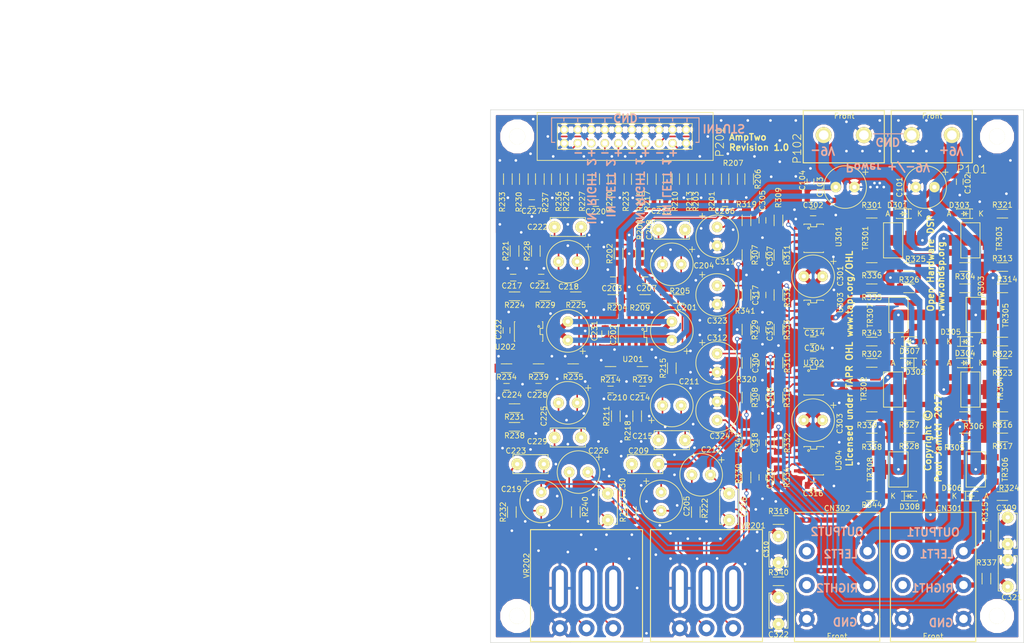
<source format=kicad_pcb>
(kicad_pcb (version 4) (host pcbnew 4.0.5)
  (title_block (title "AmpTwo - Dual Stereo Headphone Amplifier Module") (date 2017-03-22) (rev 1.0) (company "Open Hardware DSP Platform - www.ohdsp.org") (comment 1 "MERCHANTABILITY, SATISFACTORY QUALITY AND FITNESS FOR A PARTICULAR PURPOSE.") (comment 2 "is distributed WITHOUT ANY EXPRESS OR IMPLIED WARRANTY, INCLUDING OF") (comment 3 "Licensed under the TAPR Open Hardware License (www.tapr.org/OHL). This documentation") (comment 4 "Copyright Paul Janicki 2017"))
  (layers (0 F.Cu signal) (31 B.Cu signal) (34 B.Paste user) (35 F.Paste user) (36 B.SilkS user) (37 F.SilkS user) (38 B.Mask user) (39 F.Mask user) (44 Edge.Cuts user))
  (net 0 "")
  (net 1 GNDD)
  (net 2 "Net-(C205-Pad2)")
  (net 3 "Net-(C212-Pad2)")
  (net 4 "Net-(C219-Pad2)")
  (net 5 "Net-(C226-Pad2)")
  (net 6 "Net-(C306-Pad1)")
  (net 7 "Net-(C306-Pad2)")
  (net 8 "Net-(C311-Pad1)")
  (net 9 "Net-(C317-Pad2)")
  (net 10 "Net-(C323-Pad1)")
  (net 11 "Net-(C324-Pad1)")
  (net 12 "Net-(P201-Pad4)")
  (net 13 "Net-(P201-Pad6)")
  (net 14 "Net-(P201-Pad8)")
  (net 15 "Net-(P201-Pad10)")
  (net 16 "Net-(P201-Pad12)")
  (net 17 "Net-(P201-Pad14)")
  (net 18 "Net-(P201-Pad16)")
  (net 19 "Net-(P201-Pad18)")
  (net 20 "Net-(R316-Pad1)")
  (net 21 +9VA)
  (net 22 -9VA)
  (net 23 "Net-(C203-Pad1)")
  (net 24 "Net-(C204-Pad1)")
  (net 25 "Net-(C204-Pad2)")
  (net 26 "Net-(C206-Pad1)")
  (net 27 "Net-(C206-Pad2)")
  (net 28 "Net-(C207-Pad1)")
  (net 29 "Net-(C207-Pad2)")
  (net 30 "Net-(C210-Pad1)")
  (net 31 "Net-(C211-Pad1)")
  (net 32 "Net-(C211-Pad2)")
  (net 33 "Net-(C213-Pad1)")
  (net 34 "Net-(C213-Pad2)")
  (net 35 "Net-(C214-Pad1)")
  (net 36 "Net-(C214-Pad2)")
  (net 37 "Net-(C217-Pad1)")
  (net 38 "Net-(C218-Pad1)")
  (net 39 "Net-(C218-Pad2)")
  (net 40 "Net-(C220-Pad1)")
  (net 41 "Net-(C220-Pad2)")
  (net 42 "Net-(C221-Pad1)")
  (net 43 "Net-(C221-Pad2)")
  (net 44 "Net-(C224-Pad1)")
  (net 45 "Net-(C225-Pad1)")
  (net 46 "Net-(C225-Pad2)")
  (net 47 "Net-(C227-Pad1)")
  (net 48 "Net-(C227-Pad2)")
  (net 49 "Net-(C228-Pad1)")
  (net 50 "Net-(C228-Pad2)")
  (net 51 "Net-(C305-Pad1)")
  (net 52 "Net-(C305-Pad2)")
  (net 53 "Net-(C307-Pad1)")
  (net 54 "Net-(C308-Pad1)")
  (net 55 "Net-(C309-Pad2)")
  (net 56 "Net-(C310-Pad2)")
  (net 57 "Net-(C312-Pad1)")
  (net 58 "Net-(C317-Pad1)")
  (net 59 "Net-(C318-Pad1)")
  (net 60 "Net-(C318-Pad2)")
  (net 61 "Net-(C319-Pad1)")
  (net 62 "Net-(C320-Pad1)")
  (net 63 "Net-(C321-Pad2)")
  (net 64 "Net-(C322-Pad2)")
  (net 65 "Net-(D301-Pad2)")
  (net 66 "Net-(D301-Pad1)")
  (net 67 "Net-(D302-Pad2)")
  (net 68 "Net-(D302-Pad1)")
  (net 69 "Net-(D303-Pad2)")
  (net 70 "Net-(D304-Pad2)")
  (net 71 "Net-(D305-Pad2)")
  (net 72 "Net-(D305-Pad1)")
  (net 73 "Net-(D306-Pad2)")
  (net 74 "Net-(D306-Pad1)")
  (net 75 "Net-(D307-Pad2)")
  (net 76 "Net-(D308-Pad2)")
  (net 77 "Net-(R303-Pad1)")
  (net 78 "Net-(R305-Pad1)")
  (net 79 "Net-(R313-Pad1)")
  (net 80 "Net-(R325-Pad1)")
  (net 81 "Net-(R327-Pad1)")
  (net 82 "Net-(R335-Pad1)")
  (net 83 "Net-(R338-Pad1)")
  (net 84 /DiscreteHeadAmp/IN_1)
  (net 85 /DiscreteHeadAmp/IN_2)
  (net 86 /DiscreteHeadAmp/IN_3)
  (net 87 /DiscreteHeadAmp/IN_4)
  (module MyKiCadLibs-Footprints:CON-6.35mm-ACJS-MHDR-FCR11155 (layer F.Cu) (at 172 131.55)
    (fp_text reference CN302 (at 0 -20.75) (layer F.SilkS))
    (fp_text value CONN_6.35mm_SW_FCR11155_ACJS-MHDR)
    (fp_text user Front (at 0 3.25) (layer F.SilkS))
    (pad 1 thru_hole circle (at -5.7 0) (size 3 3) (drill 1.6) (layers *.Cu *.Mask) (net 1 GNDD))
    (pad 2 thru_hole circle (at -5.7 -6.35) (size 3 3) (drill 1.6) (layers *.Cu *.Mask))
    (pad 3 thru_hole circle (at -5.7 -12.7) (size 3 3) (drill 1.6) (layers *.Cu *.Mask))
    (pad 4 thru_hole circle (at 5.7 0) (size 3 3) (drill 1.6) (layers *.Cu *.Mask) (net 1 GNDD))
    (pad 6 thru_hole circle (at 5.7 -12.7) (size 3 3) (drill 1.6) (layers *.Cu *.Mask) (net 7 "Net-(C306-Pad2)"))
    (pad 5 thru_hole circle (at 5.7 -6.35) (size 3 3) (drill 1.6) (layers *.Cu *.Mask) (net 60 "Net-(C318-Pad2)"))
  )
  (module MyKiCadLibs-Footprints:CON-6.35mm-ACJS-MHDR-FCR11155 (layer F.Cu) (at 190 131.55)
    (fp_text reference CN301 (at 3 -20.75) (layer F.SilkS))
    (fp_text value CONN_6.35mm_SW_FCR11155_ACJS-MHDR)
    (fp_text user Front (at 0 3.25) (layer F.SilkS))
    (pad 1 thru_hole circle (at -5.7 0) (size 3 3) (drill 1.6) (layers *.Cu *.Mask) (net 1 GNDD))
    (pad 2 thru_hole circle (at -5.7 -6.35) (size 3 3) (drill 1.6) (layers *.Cu *.Mask))
    (pad 3 thru_hole circle (at -5.7 -12.7) (size 3 3) (drill 1.6) (layers *.Cu *.Mask))
    (pad 4 thru_hole circle (at 5.7 0) (size 3 3) (drill 1.6) (layers *.Cu *.Mask) (net 1 GNDD))
    (pad 6 thru_hole circle (at 5.7 -12.7) (size 3 3) (drill 1.6) (layers *.Cu *.Mask) (net 52 "Net-(C305-Pad2)"))
    (pad 5 thru_hole circle (at 5.7 -6.35) (size 3 3) (drill 1.6) (layers *.Cu *.Mask) (net 9 "Net-(C317-Pad2)"))
  )
  (module MyKiCadLibs-Footprints:IC-SOT-223 (layer F.Cu) (at 183.5 103.5 90)
    (fp_text reference TR308 (at 0 -5.3 270) (layer F.SilkS))
    (fp_text value BCP53−16 hide)
    (pad 2 smd rect (at 0 -3.302 90) (size 3.6 2) (layers F.Cu F.Paste F.Mask) (net 22 -9VA))
    (pad 2 smd rect (at 0 3.302 90) (size 1.2 2) (layers F.Cu F.Paste F.Mask) (net 22 -9VA))
    (pad 3 smd rect (at 2.286 3.302 90) (size 1.2 2) (layers F.Cu F.Paste F.Mask) (net 83 "Net-(R338-Pad1)"))
    (pad 1 smd rect (at -2.286 3.302 90) (size 1.2 2) (layers F.Cu F.Paste F.Mask) (net 76 "Net-(D308-Pad2)"))
  )
  (module MyKiCadLibs-Footprints:IC-SOT-223 (layer F.Cu) (at 183.5 74.5 90)
    (fp_text reference TR307 (at -0.1 -5.3 90) (layer F.SilkS))
    (fp_text value BCP53−16 hide)
    (pad 2 smd rect (at 0 -3.302 90) (size 3.6 2) (layers F.Cu F.Paste F.Mask) (net 22 -9VA))
    (pad 2 smd rect (at 0 3.302 90) (size 1.2 2) (layers F.Cu F.Paste F.Mask) (net 22 -9VA))
    (pad 3 smd rect (at 2.286 3.302 90) (size 1.2 2) (layers F.Cu F.Paste F.Mask) (net 82 "Net-(R335-Pad1)"))
    (pad 1 smd rect (at -2.286 3.302 90) (size 1.2 2) (layers F.Cu F.Paste F.Mask) (net 75 "Net-(D307-Pad2)"))
  )
  (module MyKiCadLibs-Footprints:IC-SOT-223 (layer F.Cu) (at 198 103.5 90)
    (fp_text reference TR306 (at 0 5.5 270) (layer F.SilkS))
    (fp_text value BCP56−16 hide)
    (pad 2 smd rect (at 0 -3.302 90) (size 3.6 2) (layers F.Cu F.Paste F.Mask) (net 21 +9VA))
    (pad 2 smd rect (at 0 3.302 90) (size 1.2 2) (layers F.Cu F.Paste F.Mask) (net 21 +9VA))
    (pad 3 smd rect (at 2.286 3.302 90) (size 1.2 2) (layers F.Cu F.Paste F.Mask) (net 81 "Net-(R327-Pad1)"))
    (pad 1 smd rect (at -2.286 3.302 90) (size 1.2 2) (layers F.Cu F.Paste F.Mask) (net 74 "Net-(D306-Pad1)"))
  )
  (module MyKiCadLibs-Footprints:IC-SOT-223 (layer F.Cu) (at 198 74.5 90)
    (fp_text reference TR305 (at -0.1 5.6 270) (layer F.SilkS))
    (fp_text value BCP56−16 hide)
    (pad 2 smd rect (at 0 -3.302 90) (size 3.6 2) (layers F.Cu F.Paste F.Mask) (net 21 +9VA))
    (pad 2 smd rect (at 0 3.302 90) (size 1.2 2) (layers F.Cu F.Paste F.Mask) (net 21 +9VA))
    (pad 3 smd rect (at 2.286 3.302 90) (size 1.2 2) (layers F.Cu F.Paste F.Mask) (net 80 "Net-(R325-Pad1)"))
    (pad 1 smd rect (at -2.286 3.302 90) (size 1.2 2) (layers F.Cu F.Paste F.Mask) (net 72 "Net-(D305-Pad1)"))
  )
  (module MyKiCadLibs-Footprints:IC-SOT-223 (layer F.Cu) (at 197 88.5 270)
    (fp_text reference TR304 (at -0.1 -5.6 450) (layer F.SilkS))
    (fp_text value BCP53−16 hide)
    (pad 2 smd rect (at 0 -3.302 270) (size 3.6 2) (layers F.Cu F.Paste F.Mask) (net 22 -9VA))
    (pad 2 smd rect (at 0 3.302 270) (size 1.2 2) (layers F.Cu F.Paste F.Mask) (net 22 -9VA))
    (pad 3 smd rect (at 2.286 3.302 270) (size 1.2 2) (layers F.Cu F.Paste F.Mask) (net 20 "Net-(R316-Pad1)"))
    (pad 1 smd rect (at -2.286 3.302 270) (size 1.2 2) (layers F.Cu F.Paste F.Mask) (net 70 "Net-(D304-Pad2)"))
  )
  (module MyKiCadLibs-Footprints:IC-SOT-223 (layer F.Cu) (at 197 60.5 270)
    (fp_text reference TR303 (at -0.3 -5.4 450) (layer F.SilkS))
    (fp_text value BCP53−16 hide)
    (pad 2 smd rect (at 0 -3.302 270) (size 3.6 2) (layers F.Cu F.Paste F.Mask) (net 22 -9VA))
    (pad 2 smd rect (at 0 3.302 270) (size 1.2 2) (layers F.Cu F.Paste F.Mask) (net 22 -9VA))
    (pad 3 smd rect (at 2.286 3.302 270) (size 1.2 2) (layers F.Cu F.Paste F.Mask) (net 79 "Net-(R313-Pad1)"))
    (pad 1 smd rect (at -2.286 3.302 270) (size 1.2 2) (layers F.Cu F.Paste F.Mask) (net 69 "Net-(D303-Pad2)"))
  )
  (module MyKiCadLibs-Footprints:IC-SOT-223 (layer F.Cu) (at 182.5 88.5 270)
    (fp_text reference TR302 (at -0.1 5.5 450) (layer F.SilkS))
    (fp_text value BCP56−16 hide)
    (pad 2 smd rect (at 0 -3.302 270) (size 3.6 2) (layers F.Cu F.Paste F.Mask) (net 21 +9VA))
    (pad 2 smd rect (at 0 3.302 270) (size 1.2 2) (layers F.Cu F.Paste F.Mask) (net 21 +9VA))
    (pad 3 smd rect (at 2.286 3.302 270) (size 1.2 2) (layers F.Cu F.Paste F.Mask) (net 78 "Net-(R305-Pad1)"))
    (pad 1 smd rect (at -2.286 3.302 270) (size 1.2 2) (layers F.Cu F.Paste F.Mask) (net 68 "Net-(D302-Pad1)"))
  )
  (module MyKiCadLibs-Footprints:IC-SOT-223 (layer F.Cu) (at 182.5 60.5 270)
    (fp_text reference TR301 (at -0.4 5.2 450) (layer F.SilkS))
    (fp_text value BCP56−16 hide)
    (pad 2 smd rect (at 0 -3.302 270) (size 3.6 2) (layers F.Cu F.Paste F.Mask) (net 21 +9VA))
    (pad 2 smd rect (at 0 3.302 270) (size 1.2 2) (layers F.Cu F.Paste F.Mask) (net 21 +9VA))
    (pad 3 smd rect (at 2.286 3.302 270) (size 1.2 2) (layers F.Cu F.Paste F.Mask) (net 77 "Net-(R303-Pad1)"))
    (pad 1 smd rect (at -2.286 3.302 270) (size 1.2 2) (layers F.Cu F.Paste F.Mask) (net 66 "Net-(D301-Pad1)"))
  )
  (module MyKiCadLibs-Footprints:POT_DUAL_16mm_17mm_20mm (layer F.Cu) (at 125 133.3)
    (fp_text reference VR202 (at -11.25 -11.75 90) (layer F.SilkS))
    (fp_text value 100k)
    (pad 1 thru_hole circle (at -5 0) (size 3 3) (drill 1.5) (layers *.Cu *.Mask) (net 1 GNDD))
    (pad 2 thru_hole circle (at 0 0) (size 3 3) (drill 1.5) (layers *.Cu *.Mask) (net 4 "Net-(C219-Pad2)"))
    (pad 3 thru_hole circle (at 5 0) (size 3 3) (drill 1.5) (layers *.Cu *.Mask) (net 39 "Net-(C218-Pad2)"))
    (pad 4 thru_hole oval (at -5 -7.5) (size 3 8.5) (drill oval 1.5 7) (layers *.Cu *.Mask) (net 1 GNDD))
    (pad 5 thru_hole oval (at 0 -7.5) (size 3 8.5) (drill oval 1.5 7) (layers *.Cu *.Mask) (net 5 "Net-(C226-Pad2)"))
    (pad 6 thru_hole oval (at 5 -7.5) (size 3 8.5) (drill oval 1.5 7) (layers *.Cu *.Mask) (net 46 "Net-(C225-Pad2)"))
  )
  (module MyKiCadLibs-Footprints:POT_DUAL_16mm_17mm_20mm (layer F.Cu) (at 147.5 133.3)
    (fp_text reference VR201 (at 8.75 -19.25) (layer F.SilkS))
    (fp_text value 100k)
    (pad 1 thru_hole circle (at -5 0) (size 3 3) (drill 1.5) (layers *.Cu *.Mask) (net 1 GNDD))
    (pad 2 thru_hole circle (at 0 0) (size 3 3) (drill 1.5) (layers *.Cu *.Mask) (net 2 "Net-(C205-Pad2)"))
    (pad 3 thru_hole circle (at 5 0) (size 3 3) (drill 1.5) (layers *.Cu *.Mask) (net 25 "Net-(C204-Pad2)"))
    (pad 4 thru_hole oval (at -5 -7.5) (size 3 8.5) (drill oval 1.5 7) (layers *.Cu *.Mask) (net 1 GNDD))
    (pad 5 thru_hole oval (at 0 -7.5) (size 3 8.5) (drill oval 1.5 7) (layers *.Cu *.Mask) (net 3 "Net-(C212-Pad2)"))
    (pad 6 thru_hole oval (at 5 -7.5) (size 3 8.5) (drill oval 1.5 7) (layers *.Cu *.Mask) (net 32 "Net-(C211-Pad2)"))
  )
  (module MyKiCadLibs-Footprints:IC_SOIC_8 (layer F.Cu) (at 165 99.96)
    (fp_text reference U304 (at 7.3 1.84 90) (layer F.SilkS))
    (fp_text value TLE2081 hide)
    (pad 1 smd rect (at 0 0) (size 2.2 0.6) (layers F.Cu F.Paste F.Mask))
    (pad 2 smd rect (at 0 1.27) (size 2.2 0.6) (layers F.Cu F.Paste F.Mask) (net 59 "Net-(C318-Pad1)"))
    (pad 3 smd rect (at 0 2.54) (size 2.2 0.6) (layers F.Cu F.Paste F.Mask) (net 62 "Net-(C320-Pad1)"))
    (pad 4 smd rect (at 0 3.81) (size 2.2 0.6) (layers F.Cu F.Paste F.Mask) (net 22 -9VA))
    (pad 5 smd rect (at 5.2 3.81) (size 2.2 0.6) (layers F.Cu F.Paste F.Mask))
    (pad 6 smd rect (at 5.2 2.54) (size 2.2 0.6) (layers F.Cu F.Paste F.Mask) (net 73 "Net-(D306-Pad2)"))
    (pad 7 smd rect (at 5.2 1.27) (size 2.2 0.6) (layers F.Cu F.Paste F.Mask) (net 21 +9VA))
    (pad 8 smd rect (at 5.2 0) (size 2.2 0.6) (layers F.Cu F.Paste F.Mask))
  )
  (module MyKiCadLibs-Footprints:IC_SOIC_8 (layer F.Cu) (at 165 72.48)
    (fp_text reference U303 (at 7.6 -0.28 90) (layer F.SilkS))
    (fp_text value TLE2081 hide)
    (pad 1 smd rect (at 0 0) (size 2.2 0.6) (layers F.Cu F.Paste F.Mask))
    (pad 2 smd rect (at 0 1.27) (size 2.2 0.6) (layers F.Cu F.Paste F.Mask) (net 58 "Net-(C317-Pad1)"))
    (pad 3 smd rect (at 0 2.54) (size 2.2 0.6) (layers F.Cu F.Paste F.Mask) (net 61 "Net-(C319-Pad1)"))
    (pad 4 smd rect (at 0 3.81) (size 2.2 0.6) (layers F.Cu F.Paste F.Mask) (net 22 -9VA))
    (pad 5 smd rect (at 5.2 3.81) (size 2.2 0.6) (layers F.Cu F.Paste F.Mask))
    (pad 6 smd rect (at 5.2 2.54) (size 2.2 0.6) (layers F.Cu F.Paste F.Mask) (net 71 "Net-(D305-Pad2)"))
    (pad 7 smd rect (at 5.2 1.27) (size 2.2 0.6) (layers F.Cu F.Paste F.Mask) (net 21 +9VA))
    (pad 8 smd rect (at 5.2 0) (size 2.2 0.6) (layers F.Cu F.Paste F.Mask))
  )
  (module MyKiCadLibs-Footprints:IC_SOIC_8 (layer F.Cu) (at 165 84.96)
    (fp_text reference U302 (at 2.6 -1.46) (layer F.SilkS))
    (fp_text value TLE2081 hide)
    (pad 1 smd rect (at 0 0) (size 2.2 0.6) (layers F.Cu F.Paste F.Mask))
    (pad 2 smd rect (at 0 1.27) (size 2.2 0.6) (layers F.Cu F.Paste F.Mask) (net 6 "Net-(C306-Pad1)"))
    (pad 3 smd rect (at 0 2.54) (size 2.2 0.6) (layers F.Cu F.Paste F.Mask) (net 54 "Net-(C308-Pad1)"))
    (pad 4 smd rect (at 0 3.81) (size 2.2 0.6) (layers F.Cu F.Paste F.Mask) (net 22 -9VA))
    (pad 5 smd rect (at 5.2 3.81) (size 2.2 0.6) (layers F.Cu F.Paste F.Mask))
    (pad 6 smd rect (at 5.2 2.54) (size 2.2 0.6) (layers F.Cu F.Paste F.Mask) (net 67 "Net-(D302-Pad2)"))
    (pad 7 smd rect (at 5.2 1.27) (size 2.2 0.6) (layers F.Cu F.Paste F.Mask) (net 21 +9VA))
    (pad 8 smd rect (at 5.2 0) (size 2.2 0.6) (layers F.Cu F.Paste F.Mask))
  )
  (module MyKiCadLibs-Footprints:IC_SOIC_8 (layer F.Cu) (at 165 58.21)
    (fp_text reference U301 (at 7.3 1.59 90) (layer F.SilkS))
    (fp_text value TLE2081 hide)
    (pad 1 smd rect (at 0 0) (size 2.2 0.6) (layers F.Cu F.Paste F.Mask))
    (pad 2 smd rect (at 0 1.27) (size 2.2 0.6) (layers F.Cu F.Paste F.Mask) (net 51 "Net-(C305-Pad1)"))
    (pad 3 smd rect (at 0 2.54) (size 2.2 0.6) (layers F.Cu F.Paste F.Mask) (net 53 "Net-(C307-Pad1)"))
    (pad 4 smd rect (at 0 3.81) (size 2.2 0.6) (layers F.Cu F.Paste F.Mask) (net 22 -9VA))
    (pad 5 smd rect (at 5.2 3.81) (size 2.2 0.6) (layers F.Cu F.Paste F.Mask))
    (pad 6 smd rect (at 5.2 2.54) (size 2.2 0.6) (layers F.Cu F.Paste F.Mask) (net 65 "Net-(D301-Pad2)"))
    (pad 7 smd rect (at 5.2 1.27) (size 2.2 0.6) (layers F.Cu F.Paste F.Mask) (net 21 +9VA))
    (pad 8 smd rect (at 5.2 0) (size 2.2 0.6) (layers F.Cu F.Paste F.Mask))
  )
  (module MyKiCadLibs-Footprints:IC_SOIC_8 (layer F.Cu) (at 116.04 75 270)
    (fp_text reference U202 (at 5.5 6.29 360) (layer F.SilkS))
    (fp_text value TLE2082 hide)
    (pad 1 smd rect (at 0 0 270) (size 2.2 0.6) (layers F.Cu F.Paste F.Mask) (net 42 "Net-(C221-Pad1)"))
    (pad 2 smd rect (at 0 1.27 270) (size 2.2 0.6) (layers F.Cu F.Paste F.Mask) (net 43 "Net-(C221-Pad2)"))
    (pad 3 smd rect (at 0 2.54 270) (size 2.2 0.6) (layers F.Cu F.Paste F.Mask) (net 37 "Net-(C217-Pad1)"))
    (pad 4 smd rect (at 0 3.81 270) (size 2.2 0.6) (layers F.Cu F.Paste F.Mask) (net 22 -9VA))
    (pad 5 smd rect (at 5.2 3.81 270) (size 2.2 0.6) (layers F.Cu F.Paste F.Mask) (net 44 "Net-(C224-Pad1)"))
    (pad 6 smd rect (at 5.2 2.54 270) (size 2.2 0.6) (layers F.Cu F.Paste F.Mask) (net 50 "Net-(C228-Pad2)"))
    (pad 7 smd rect (at 5.2 1.27 270) (size 2.2 0.6) (layers F.Cu F.Paste F.Mask) (net 49 "Net-(C228-Pad1)"))
    (pad 8 smd rect (at 5.2 0 270) (size 2.2 0.6) (layers F.Cu F.Paste F.Mask) (net 21 +9VA))
  )
  (module MyKiCadLibs-Footprints:IC_SOIC_8 (layer F.Cu) (at 135.54 75.55 270)
    (fp_text reference U201 (at 7.25 1.84 360) (layer F.SilkS))
    (fp_text value TLE2082 hide)
    (pad 1 smd rect (at 0 0 270) (size 2.2 0.6) (layers F.Cu F.Paste F.Mask) (net 28 "Net-(C207-Pad1)"))
    (pad 2 smd rect (at 0 1.27 270) (size 2.2 0.6) (layers F.Cu F.Paste F.Mask) (net 29 "Net-(C207-Pad2)"))
    (pad 3 smd rect (at 0 2.54 270) (size 2.2 0.6) (layers F.Cu F.Paste F.Mask) (net 23 "Net-(C203-Pad1)"))
    (pad 4 smd rect (at 0 3.81 270) (size 2.2 0.6) (layers F.Cu F.Paste F.Mask) (net 22 -9VA))
    (pad 5 smd rect (at 5.2 3.81 270) (size 2.2 0.6) (layers F.Cu F.Paste F.Mask) (net 30 "Net-(C210-Pad1)"))
    (pad 6 smd rect (at 5.2 2.54 270) (size 2.2 0.6) (layers F.Cu F.Paste F.Mask) (net 36 "Net-(C214-Pad2)"))
    (pad 7 smd rect (at 5.2 1.27 270) (size 2.2 0.6) (layers F.Cu F.Paste F.Mask) (net 35 "Net-(C214-Pad1)"))
    (pad 8 smd rect (at 5.2 0 270) (size 2.2 0.6) (layers F.Cu F.Paste F.Mask) (net 21 +9VA))
  )
  (module MyKiCadLibs-Footprints:SMD-1206 (layer F.Cu) (at 178.5 108.5 180)
    (fp_text reference R344 (at 0 -1.65 180) (layer F.SilkS))
    (fp_text value 4k7 hide)
    (pad 1 smd rect (at -1.7 0 180) (size 1.1 1.7) (layers F.Cu F.Paste F.Mask) (net 76 "Net-(D308-Pad2)"))
    (pad 2 smd rect (at 1.7 0 180) (size 1.1 1.7) (layers F.Cu F.Paste F.Mask) (net 22 -9VA))
  )
  (module MyKiCadLibs-Footprints:SMD-1206 (layer F.Cu) (at 178.5 79.5 180)
    (fp_text reference R343 (at 0 1.6 180) (layer F.SilkS))
    (fp_text value 4k7 hide)
    (pad 1 smd rect (at -1.7 0 180) (size 1.1 1.7) (layers F.Cu F.Paste F.Mask) (net 75 "Net-(D307-Pad2)"))
    (pad 2 smd rect (at 1.7 0 180) (size 1.1 1.7) (layers F.Cu F.Paste F.Mask) (net 22 -9VA))
  )
  (module MyKiCadLibs-Footprints:SMD-1206 (layer F.Cu) (at 155 98.5 90)
    (fp_text reference R342 (at 0 -1.5 90) (layer F.SilkS))
    (fp_text value 10k hide)
    (pad 1 smd rect (at -1.7 0 90) (size 1.1 1.7) (layers F.Cu F.Paste F.Mask) (net 59 "Net-(C318-Pad1)"))
    (pad 2 smd rect (at 1.7 0 90) (size 1.1 1.7) (layers F.Cu F.Paste F.Mask) (net 11 "Net-(C324-Pad1)"))
  )
  (module MyKiCadLibs-Footprints:SMD-1206 (layer F.Cu) (at 155 70.75 90)
    (fp_text reference R341 (at -3 -0.25 180) (layer F.SilkS))
    (fp_text value 10k hide)
    (pad 1 smd rect (at -1.7 0 90) (size 1.1 1.7) (layers F.Cu F.Paste F.Mask) (net 58 "Net-(C317-Pad1)"))
    (pad 2 smd rect (at 1.7 0 90) (size 1.1 1.7) (layers F.Cu F.Paste F.Mask) (net 10 "Net-(C323-Pad1)"))
  )
  (module MyKiCadLibs-Footprints:SMD-1206 (layer F.Cu) (at 161 124.5)
    (fp_text reference R340 (at 0 -1.65) (layer F.SilkS))
    (fp_text value 10 hide)
    (pad 1 smd rect (at -1.7 0) (size 1.1 1.7) (layers F.Cu F.Paste F.Mask) (net 64 "Net-(C322-Pad2)"))
    (pad 2 smd rect (at 1.7 0) (size 1.1 1.7) (layers F.Cu F.Paste F.Mask) (net 60 "Net-(C318-Pad2)"))
  )
  (module MyKiCadLibs-Footprints:SMD-1206 (layer F.Cu) (at 178.5 93.5)
    (fp_text reference R339 (at -0.9 1.7) (layer F.SilkS))
    (fp_text value 10 hide)
    (pad 1 smd rect (at -1.7 0) (size 1.1 1.7) (layers F.Cu F.Paste F.Mask) (net 83 "Net-(R338-Pad1)"))
    (pad 2 smd rect (at 1.7 0) (size 1.1 1.7) (layers F.Cu F.Paste F.Mask) (net 60 "Net-(C318-Pad2)"))
  )
  (module MyKiCadLibs-Footprints:SMD-1206 (layer F.Cu) (at 178.5 97.5)
    (fp_text reference R338 (at 0 1.8) (layer F.SilkS))
    (fp_text value 10 hide)
    (pad 1 smd rect (at -1.7 0) (size 1.1 1.7) (layers F.Cu F.Paste F.Mask) (net 83 "Net-(R338-Pad1)"))
    (pad 2 smd rect (at 1.7 0) (size 1.1 1.7) (layers F.Cu F.Paste F.Mask) (net 60 "Net-(C318-Pad2)"))
  )
  (module MyKiCadLibs-Footprints:SMD-1206 (layer F.Cu) (at 200 124 270)
    (fp_text reference R337 (at -3 0 540) (layer F.SilkS))
    (fp_text value 10 hide)
    (pad 1 smd rect (at -1.7 0 270) (size 1.1 1.7) (layers F.Cu F.Paste F.Mask) (net 63 "Net-(C321-Pad2)"))
    (pad 2 smd rect (at 1.7 0 270) (size 1.1 1.7) (layers F.Cu F.Paste F.Mask) (net 9 "Net-(C317-Pad2)"))
  )
  (module MyKiCadLibs-Footprints:SMD-1206 (layer F.Cu) (at 178.5 65.5)
    (fp_text reference R336 (at 0 1.6) (layer F.SilkS))
    (fp_text value 10 hide)
    (pad 1 smd rect (at -1.7 0) (size 1.1 1.7) (layers F.Cu F.Paste F.Mask) (net 82 "Net-(R335-Pad1)"))
    (pad 2 smd rect (at 1.7 0) (size 1.1 1.7) (layers F.Cu F.Paste F.Mask) (net 9 "Net-(C317-Pad2)"))
  )
  (module MyKiCadLibs-Footprints:SMD-1206 (layer F.Cu) (at 178.5 69.5)
    (fp_text reference R335 (at 0 1.7) (layer F.SilkS))
    (fp_text value 10 hide)
    (pad 1 smd rect (at -1.7 0) (size 1.1 1.7) (layers F.Cu F.Paste F.Mask) (net 82 "Net-(R335-Pad1)"))
    (pad 2 smd rect (at 1.7 0) (size 1.1 1.7) (layers F.Cu F.Paste F.Mask) (net 9 "Net-(C317-Pad2)"))
  )
  (module MyKiCadLibs-Footprints:SMD-1206 (layer F.Cu) (at 161 105 270)
    (fp_text reference R334 (at 0 -1.6 270) (layer F.SilkS))
    (fp_text value 10k hide)
    (pad 1 smd rect (at -1.7 0 270) (size 1.1 1.7) (layers F.Cu F.Paste F.Mask) (net 62 "Net-(C320-Pad1)"))
    (pad 2 smd rect (at 1.7 0 270) (size 1.1 1.7) (layers F.Cu F.Paste F.Mask) (net 1 GNDD))
  )
  (module MyKiCadLibs-Footprints:SMD-1206 (layer F.Cu) (at 161 77.25 270)
    (fp_text reference R333 (at 0.05 -1.6 270) (layer F.SilkS))
    (fp_text value 10k hide)
    (pad 1 smd rect (at -1.7 0 270) (size 1.1 1.7) (layers F.Cu F.Paste F.Mask) (net 61 "Net-(C319-Pad1)"))
    (pad 2 smd rect (at 1.7 0 270) (size 1.1 1.7) (layers F.Cu F.Paste F.Mask) (net 1 GNDD))
  )
  (module MyKiCadLibs-Footprints:SMD-1206 (layer F.Cu) (at 161 98.5 270)
    (fp_text reference R332 (at 0 -1.65 270) (layer F.SilkS))
    (fp_text value 10k hide)
    (pad 1 smd rect (at -1.7 0 270) (size 1.1 1.7) (layers F.Cu F.Paste F.Mask) (net 60 "Net-(C318-Pad2)"))
    (pad 2 smd rect (at 1.7 0 270) (size 1.1 1.7) (layers F.Cu F.Paste F.Mask) (net 59 "Net-(C318-Pad1)"))
  )
  (module MyKiCadLibs-Footprints:SMD-1206 (layer F.Cu) (at 161 70.75 270)
    (fp_text reference R331 (at 0.45 -1.65 270) (layer F.SilkS))
    (fp_text value 10k hide)
    (pad 1 smd rect (at -1.7 0 270) (size 1.1 1.7) (layers F.Cu F.Paste F.Mask) (net 9 "Net-(C317-Pad2)"))
    (pad 2 smd rect (at 1.7 0 270) (size 1.1 1.7) (layers F.Cu F.Paste F.Mask) (net 58 "Net-(C317-Pad1)"))
  )
  (module MyKiCadLibs-Footprints:SMD-1206 (layer F.Cu) (at 155 105 270)
    (fp_text reference R330 (at -0.7 1.5 270) (layer F.SilkS))
    (fp_text value 10k hide)
    (pad 1 smd rect (at -1.7 0 270) (size 1.1 1.7) (layers F.Cu F.Paste F.Mask) (net 62 "Net-(C320-Pad1)"))
    (pad 2 smd rect (at 1.7 0 270) (size 1.1 1.7) (layers F.Cu F.Paste F.Mask) (net 87 /DiscreteHeadAmp/IN_4))
  )
  (module MyKiCadLibs-Footprints:SMD-1206 (layer F.Cu) (at 155 77.25 270)
    (fp_text reference R329 (at 0.05 -1.6 270) (layer F.SilkS))
    (fp_text value 10k hide)
    (pad 1 smd rect (at -1.7 0 270) (size 1.1 1.7) (layers F.Cu F.Paste F.Mask) (net 61 "Net-(C319-Pad1)"))
    (pad 2 smd rect (at 1.7 0 270) (size 1.1 1.7) (layers F.Cu F.Paste F.Mask) (net 85 /DiscreteHeadAmp/IN_2))
  )
  (module MyKiCadLibs-Footprints:SMD-1206 (layer F.Cu) (at 185.5 97.5 180)
    (fp_text reference R328 (at 0 -1.65 180) (layer F.SilkS))
    (fp_text value 10 hide)
    (pad 1 smd rect (at -1.7 0 180) (size 1.1 1.7) (layers F.Cu F.Paste F.Mask) (net 81 "Net-(R327-Pad1)"))
    (pad 2 smd rect (at 1.7 0 180) (size 1.1 1.7) (layers F.Cu F.Paste F.Mask) (net 60 "Net-(C318-Pad2)"))
  )
  (module MyKiCadLibs-Footprints:SMD-1206 (layer F.Cu) (at 185.5 93.5 180)
    (fp_text reference R327 (at 0 -1.65 180) (layer F.SilkS))
    (fp_text value 10 hide)
    (pad 1 smd rect (at -1.7 0 180) (size 1.1 1.7) (layers F.Cu F.Paste F.Mask) (net 81 "Net-(R327-Pad1)"))
    (pad 2 smd rect (at 1.7 0 180) (size 1.1 1.7) (layers F.Cu F.Paste F.Mask) (net 60 "Net-(C318-Pad2)"))
  )
  (module MyKiCadLibs-Footprints:SMD-1206 (layer F.Cu) (at 185.5 69.5 180)
    (fp_text reference R326 (at 0 1.6 180) (layer F.SilkS))
    (fp_text value 10 hide)
    (pad 1 smd rect (at -1.7 0 180) (size 1.1 1.7) (layers F.Cu F.Paste F.Mask) (net 80 "Net-(R325-Pad1)"))
    (pad 2 smd rect (at 1.7 0 180) (size 1.1 1.7) (layers F.Cu F.Paste F.Mask) (net 9 "Net-(C317-Pad2)"))
  )
  (module MyKiCadLibs-Footprints:SMD-1206 (layer F.Cu) (at 185.5 65.5 180)
    (fp_text reference R325 (at -1.2 1.5 180) (layer F.SilkS))
    (fp_text value 10 hide)
    (pad 1 smd rect (at -1.7 0 180) (size 1.1 1.7) (layers F.Cu F.Paste F.Mask) (net 80 "Net-(R325-Pad1)"))
    (pad 2 smd rect (at 1.7 0 180) (size 1.1 1.7) (layers F.Cu F.Paste F.Mask) (net 9 "Net-(C317-Pad2)"))
  )
  (module MyKiCadLibs-Footprints:SMD-1206 (layer F.Cu) (at 203 108.5 180)
    (fp_text reference R324 (at -1.25 1.5 180) (layer F.SilkS))
    (fp_text value 4k7 hide)
    (pad 1 smd rect (at -1.7 0 180) (size 1.1 1.7) (layers F.Cu F.Paste F.Mask) (net 21 +9VA))
    (pad 2 smd rect (at 1.7 0 180) (size 1.1 1.7) (layers F.Cu F.Paste F.Mask) (net 74 "Net-(D306-Pad1)"))
  )
  (module MyKiCadLibs-Footprints:SMD-1206 (layer F.Cu) (at 203 79.5 180)
    (fp_text reference R323 (at 0 -5.9 180) (layer F.SilkS))
    (fp_text value 4k7 hide)
    (pad 1 smd rect (at -1.7 0 180) (size 1.1 1.7) (layers F.Cu F.Paste F.Mask) (net 21 +9VA))
    (pad 2 smd rect (at 1.7 0 180) (size 1.1 1.7) (layers F.Cu F.Paste F.Mask) (net 72 "Net-(D305-Pad1)"))
  )
  (module MyKiCadLibs-Footprints:SMD-1206 (layer F.Cu) (at 203 83.5)
    (fp_text reference R322 (at 0 -1.65) (layer F.SilkS))
    (fp_text value 4k7 hide)
    (pad 1 smd rect (at -1.7 0) (size 1.1 1.7) (layers F.Cu F.Paste F.Mask) (net 70 "Net-(D304-Pad2)"))
    (pad 2 smd rect (at 1.7 0) (size 1.1 1.7) (layers F.Cu F.Paste F.Mask) (net 22 -9VA))
  )
  (module MyKiCadLibs-Footprints:SMD-1206 (layer F.Cu) (at 203 55.5)
    (fp_text reference R321 (at 0 -1.65) (layer F.SilkS))
    (fp_text value 4k7 hide)
    (pad 1 smd rect (at -1.7 0) (size 1.1 1.7) (layers F.Cu F.Paste F.Mask) (net 69 "Net-(D303-Pad2)"))
    (pad 2 smd rect (at 1.7 0) (size 1.1 1.7) (layers F.Cu F.Paste F.Mask) (net 22 -9VA))
  )
  (module MyKiCadLibs-Footprints:SMD-1206 (layer F.Cu) (at 155 83.5 90)
    (fp_text reference R320 (at -3.1 0 180) (layer F.SilkS))
    (fp_text value 10k hide)
    (pad 1 smd rect (at -1.7 0 90) (size 1.1 1.7) (layers F.Cu F.Paste F.Mask) (net 6 "Net-(C306-Pad1)"))
    (pad 2 smd rect (at 1.7 0 90) (size 1.1 1.7) (layers F.Cu F.Paste F.Mask) (net 57 "Net-(C312-Pad1)"))
  )
  (module MyKiCadLibs-Footprints:SMD-1206 (layer F.Cu) (at 155 56.75 90)
    (fp_text reference R319 (at 3 0 180) (layer F.SilkS))
    (fp_text value 10k hide)
    (pad 1 smd rect (at -1.7 0 90) (size 1.1 1.7) (layers F.Cu F.Paste F.Mask) (net 51 "Net-(C305-Pad1)"))
    (pad 2 smd rect (at 1.7 0 90) (size 1.1 1.7) (layers F.Cu F.Paste F.Mask) (net 8 "Net-(C311-Pad1)"))
  )
  (module MyKiCadLibs-Footprints:SMD-1206 (layer F.Cu) (at 161 113)
    (fp_text reference R318 (at 0 -1.65) (layer F.SilkS))
    (fp_text value 10 hide)
    (pad 1 smd rect (at -1.7 0) (size 1.1 1.7) (layers F.Cu F.Paste F.Mask) (net 56 "Net-(C310-Pad2)"))
    (pad 2 smd rect (at 1.7 0) (size 1.1 1.7) (layers F.Cu F.Paste F.Mask) (net 7 "Net-(C306-Pad2)"))
  )
  (module MyKiCadLibs-Footprints:SMD-1206 (layer F.Cu) (at 203 97.5 180)
    (fp_text reference R317 (at 0 -1.65 180) (layer F.SilkS))
    (fp_text value 10 hide)
    (pad 1 smd rect (at -1.7 0 180) (size 1.1 1.7) (layers F.Cu F.Paste F.Mask) (net 20 "Net-(R316-Pad1)"))
    (pad 2 smd rect (at 1.7 0 180) (size 1.1 1.7) (layers F.Cu F.Paste F.Mask) (net 7 "Net-(C306-Pad2)"))
  )
  (module MyKiCadLibs-Footprints:SMD-1206 (layer F.Cu) (at 203 93.5 180)
    (fp_text reference R316 (at 0 -1.65 180) (layer F.SilkS))
    (fp_text value 10 hide)
    (pad 1 smd rect (at -1.7 0 180) (size 1.1 1.7) (layers F.Cu F.Paste F.Mask) (net 20 "Net-(R316-Pad1)"))
    (pad 2 smd rect (at 1.7 0 180) (size 1.1 1.7) (layers F.Cu F.Paste F.Mask) (net 7 "Net-(C306-Pad2)"))
  )
  (module MyKiCadLibs-Footprints:SMD-1206 (layer F.Cu) (at 200 116 270)
    (fp_text reference R315 (at -4.5 0.25 270) (layer F.SilkS))
    (fp_text value 10 hide)
    (pad 1 smd rect (at -1.7 0 270) (size 1.1 1.7) (layers F.Cu F.Paste F.Mask) (net 55 "Net-(C309-Pad2)"))
    (pad 2 smd rect (at 1.7 0 270) (size 1.1 1.7) (layers F.Cu F.Paste F.Mask) (net 52 "Net-(C305-Pad2)"))
  )
  (module MyKiCadLibs-Footprints:SMD-1206 (layer F.Cu) (at 203 69.5 180)
    (fp_text reference R314 (at -0.9 1.7 180) (layer F.SilkS))
    (fp_text value 10 hide)
    (pad 1 smd rect (at -1.7 0 180) (size 1.1 1.7) (layers F.Cu F.Paste F.Mask) (net 79 "Net-(R313-Pad1)"))
    (pad 2 smd rect (at 1.7 0 180) (size 1.1 1.7) (layers F.Cu F.Paste F.Mask) (net 52 "Net-(C305-Pad2)"))
  )
  (module MyKiCadLibs-Footprints:SMD-1206 (layer F.Cu) (at 203 65.5 180)
    (fp_text reference R313 (at 0 1.6 180) (layer F.SilkS))
    (fp_text value 10 hide)
    (pad 1 smd rect (at -1.7 0 180) (size 1.1 1.7) (layers F.Cu F.Paste F.Mask) (net 79 "Net-(R313-Pad1)"))
    (pad 2 smd rect (at 1.7 0 180) (size 1.1 1.7) (layers F.Cu F.Paste F.Mask) (net 52 "Net-(C305-Pad2)"))
  )
  (module MyKiCadLibs-Footprints:SMD-1206 (layer F.Cu) (at 161 90 270)
    (fp_text reference R312 (at 0 -1.6 270) (layer F.SilkS))
    (fp_text value 10k hide)
    (pad 1 smd rect (at -1.7 0 270) (size 1.1 1.7) (layers F.Cu F.Paste F.Mask) (net 54 "Net-(C308-Pad1)"))
    (pad 2 smd rect (at 1.7 0 270) (size 1.1 1.7) (layers F.Cu F.Paste F.Mask) (net 1 GNDD))
  )
  (module MyKiCadLibs-Footprints:SMD-1206 (layer F.Cu) (at 161 63.25 270)
    (fp_text reference R311 (at 0 -1.6 270) (layer F.SilkS))
    (fp_text value 10k hide)
    (pad 1 smd rect (at -1.7 0 270) (size 1.1 1.7) (layers F.Cu F.Paste F.Mask) (net 53 "Net-(C307-Pad1)"))
    (pad 2 smd rect (at 1.7 0 270) (size 1.1 1.7) (layers F.Cu F.Paste F.Mask) (net 1 GNDD))
  )
  (module MyKiCadLibs-Footprints:SMD-1206 (layer F.Cu) (at 161 83.5 270)
    (fp_text reference R310 (at 0 -1.65 270) (layer F.SilkS))
    (fp_text value 10k hide)
    (pad 1 smd rect (at -1.7 0 270) (size 1.1 1.7) (layers F.Cu F.Paste F.Mask) (net 7 "Net-(C306-Pad2)"))
    (pad 2 smd rect (at 1.7 0 270) (size 1.1 1.7) (layers F.Cu F.Paste F.Mask) (net 6 "Net-(C306-Pad1)"))
  )
  (module MyKiCadLibs-Footprints:SMD-1206 (layer F.Cu) (at 161 56.75 270)
    (fp_text reference R309 (at -4.25 0 270) (layer F.SilkS))
    (fp_text value 10k hide)
    (pad 1 smd rect (at -1.7 0 270) (size 1.1 1.7) (layers F.Cu F.Paste F.Mask) (net 52 "Net-(C305-Pad2)"))
    (pad 2 smd rect (at 1.7 0 270) (size 1.1 1.7) (layers F.Cu F.Paste F.Mask) (net 51 "Net-(C305-Pad1)"))
  )
  (module MyKiCadLibs-Footprints:SMD-1206 (layer F.Cu) (at 155 90 270)
    (fp_text reference R308 (at 0 -1.6 270) (layer F.SilkS))
    (fp_text value 10k hide)
    (pad 1 smd rect (at -1.7 0 270) (size 1.1 1.7) (layers F.Cu F.Paste F.Mask) (net 54 "Net-(C308-Pad1)"))
    (pad 2 smd rect (at 1.7 0 270) (size 1.1 1.7) (layers F.Cu F.Paste F.Mask) (net 86 /DiscreteHeadAmp/IN_3))
  )
  (module MyKiCadLibs-Footprints:SMD-1206 (layer F.Cu) (at 155 63.25 270)
    (fp_text reference R307 (at 0 -1.6 270) (layer F.SilkS))
    (fp_text value 10k hide)
    (pad 1 smd rect (at -1.7 0 270) (size 1.1 1.7) (layers F.Cu F.Paste F.Mask) (net 53 "Net-(C307-Pad1)"))
    (pad 2 smd rect (at 1.7 0 270) (size 1.1 1.7) (layers F.Cu F.Paste F.Mask) (net 84 /DiscreteHeadAmp/IN_1))
  )
  (module MyKiCadLibs-Footprints:SMD-1206 (layer F.Cu) (at 196 93.5)
    (fp_text reference R306 (at 1.6 1.9) (layer F.SilkS))
    (fp_text value 10 hide)
    (pad 1 smd rect (at -1.7 0) (size 1.1 1.7) (layers F.Cu F.Paste F.Mask) (net 78 "Net-(R305-Pad1)"))
    (pad 2 smd rect (at 1.7 0) (size 1.1 1.7) (layers F.Cu F.Paste F.Mask) (net 7 "Net-(C306-Pad2)"))
  )
  (module MyKiCadLibs-Footprints:SMD-1206 (layer F.Cu) (at 196 97.5)
    (fp_text reference R305 (at -2 1.9) (layer F.SilkS))
    (fp_text value 10 hide)
    (pad 1 smd rect (at -1.7 0) (size 1.1 1.7) (layers F.Cu F.Paste F.Mask) (net 78 "Net-(R305-Pad1)"))
    (pad 2 smd rect (at 1.7 0) (size 1.1 1.7) (layers F.Cu F.Paste F.Mask) (net 7 "Net-(C306-Pad2)"))
  )
  (module MyKiCadLibs-Footprints:SMD-1206 (layer F.Cu) (at 195.995262 65.5)
    (fp_text reference R304 (at 0 1.8) (layer F.SilkS))
    (fp_text value 10 hide)
    (pad 1 smd rect (at -1.7 0) (size 1.1 1.7) (layers F.Cu F.Paste F.Mask) (net 77 "Net-(R303-Pad1)"))
    (pad 2 smd rect (at 1.7 0) (size 1.1 1.7) (layers F.Cu F.Paste F.Mask) (net 52 "Net-(C305-Pad2)"))
  )
  (module MyKiCadLibs-Footprints:SMD-1206 (layer F.Cu) (at 195.995262 69.5)
    (fp_text reference R303 (at 3.004738 -0.4 90) (layer F.SilkS))
    (fp_text value 10 hide)
    (pad 1 smd rect (at -1.7 0) (size 1.1 1.7) (layers F.Cu F.Paste F.Mask) (net 77 "Net-(R303-Pad1)"))
    (pad 2 smd rect (at 1.7 0) (size 1.1 1.7) (layers F.Cu F.Paste F.Mask) (net 52 "Net-(C305-Pad2)"))
  )
  (module MyKiCadLibs-Footprints:SMD-1206 (layer F.Cu) (at 178.5 83.5)
    (fp_text reference R302 (at 0 -1.65) (layer F.SilkS))
    (fp_text value 4k7 hide)
    (pad 1 smd rect (at -1.7 0) (size 1.1 1.7) (layers F.Cu F.Paste F.Mask) (net 21 +9VA))
    (pad 2 smd rect (at 1.7 0) (size 1.1 1.7) (layers F.Cu F.Paste F.Mask) (net 68 "Net-(D302-Pad1)"))
  )
  (module MyKiCadLibs-Footprints:SMD-1206 (layer F.Cu) (at 178.5 55.5)
    (fp_text reference R301 (at 0 -1.6) (layer F.SilkS))
    (fp_text value 4k7 hide)
    (pad 1 smd rect (at -1.7 0) (size 1.1 1.7) (layers F.Cu F.Paste F.Mask) (net 21 +9VA))
    (pad 2 smd rect (at 1.7 0) (size 1.1 1.7) (layers F.Cu F.Paste F.Mask) (net 66 "Net-(D301-Pad1)"))
  )
  (module MyKiCadLibs-Footprints:SMD-1206 (layer F.Cu) (at 123 111.5 90)
    (fp_text reference R240 (at 1 1.75 90) (layer F.SilkS))
    (fp_text value 22k hide)
    (pad 1 smd rect (at -1.7 0 90) (size 1.1 1.7) (layers F.Cu F.Paste F.Mask) (net 1 GNDD))
    (pad 2 smd rect (at 1.7 0 90) (size 1.1 1.7) (layers F.Cu F.Paste F.Mask) (net 5 "Net-(C226-Pad2)"))
  )
  (module MyKiCadLibs-Footprints:SMD-1206 (layer F.Cu) (at 116 84.5 180)
    (fp_text reference R239 (at 0 -1.65 180) (layer F.SilkS))
    (fp_text value 1k5 hide)
    (pad 1 smd rect (at -1.7 0 180) (size 1.1 1.7) (layers F.Cu F.Paste F.Mask) (net 49 "Net-(C228-Pad1)"))
    (pad 2 smd rect (at 1.7 0 180) (size 1.1 1.7) (layers F.Cu F.Paste F.Mask) (net 50 "Net-(C228-Pad2)"))
  )
  (module MyKiCadLibs-Footprints:SMD-1206 (layer F.Cu) (at 111.5 95.5 180)
    (fp_text reference R238 (at 0 -1.65 180) (layer F.SilkS))
    (fp_text value 1k3 hide)
    (pad 1 smd rect (at -1.7 0 180) (size 1.1 1.7) (layers F.Cu F.Paste F.Mask) (net 50 "Net-(C228-Pad2)"))
    (pad 2 smd rect (at 1.7 0 180) (size 1.1 1.7) (layers F.Cu F.Paste F.Mask) (net 48 "Net-(C227-Pad2)"))
  )
  (module MyKiCadLibs-Footprints:SMD-1206 (layer F.Cu) (at 116.25 49 90)
    (fp_text reference R237 (at -4.4 1.05 90) (layer F.SilkS))
    (fp_text value 100 hide)
    (pad 1 smd rect (at -1.7 0 90) (size 1.1 1.7) (layers F.Cu F.Paste F.Mask) (net 48 "Net-(C227-Pad2)"))
    (pad 2 smd rect (at 1.7 0 90) (size 1.1 1.7) (layers F.Cu F.Paste F.Mask) (net 19 "Net-(P201-Pad18)"))
  )
  (module MyKiCadLibs-Footprints:SMD-1206 (layer F.Cu) (at 119.25 49 270)
    (fp_text reference R236 (at 4.2 -0.55 270) (layer F.SilkS))
    (fp_text value 100k hide)
    (pad 1 smd rect (at -1.7 0 270) (size 1.1 1.7) (layers F.Cu F.Paste F.Mask) (net 19 "Net-(P201-Pad18)"))
    (pad 2 smd rect (at 1.7 0 270) (size 1.1 1.7) (layers F.Cu F.Paste F.Mask) (net 1 GNDD))
  )
  (module MyKiCadLibs-Footprints:SMD-1206 (layer F.Cu) (at 122.5 84.5 180)
    (fp_text reference R235 (at 0 -1.65 180) (layer F.SilkS))
    (fp_text value 100 hide)
    (pad 1 smd rect (at -1.7 0 180) (size 1.1 1.7) (layers F.Cu F.Paste F.Mask) (net 45 "Net-(C225-Pad1)"))
    (pad 2 smd rect (at 1.7 0 180) (size 1.1 1.7) (layers F.Cu F.Paste F.Mask) (net 49 "Net-(C228-Pad1)"))
  )
  (module MyKiCadLibs-Footprints:SMD-1206 (layer F.Cu) (at 110 84.5 180)
    (fp_text reference R234 (at 0 -1.65 180) (layer F.SilkS))
    (fp_text value 1k5 hide)
    (pad 1 smd rect (at -1.7 0 180) (size 1.1 1.7) (layers F.Cu F.Paste F.Mask) (net 44 "Net-(C224-Pad1)"))
    (pad 2 smd rect (at 1.7 0 180) (size 1.1 1.7) (layers F.Cu F.Paste F.Mask) (net 1 GNDD))
  )
  (module MyKiCadLibs-Footprints:SMD-1206 (layer F.Cu) (at 110.25 49 270)
    (fp_text reference R233 (at 4.3 1.05 270) (layer F.SilkS))
    (fp_text value 100k hide)
    (pad 1 smd rect (at -1.7 0 270) (size 1.1 1.7) (layers F.Cu F.Paste F.Mask) (net 18 "Net-(P201-Pad16)"))
    (pad 2 smd rect (at 1.7 0 270) (size 1.1 1.7) (layers F.Cu F.Paste F.Mask) (net 1 GNDD))
  )
  (module MyKiCadLibs-Footprints:SMD-1206 (layer F.Cu) (at 111 111.5 90)
    (fp_text reference R232 (at 0 -1.65 90) (layer F.SilkS))
    (fp_text value 22k hide)
    (pad 1 smd rect (at -1.7 0 90) (size 1.1 1.7) (layers F.Cu F.Paste F.Mask) (net 1 GNDD))
    (pad 2 smd rect (at 1.7 0 90) (size 1.1 1.7) (layers F.Cu F.Paste F.Mask) (net 4 "Net-(C219-Pad2)"))
  )
  (module MyKiCadLibs-Footprints:SMD-1206 (layer F.Cu) (at 111.5 92 180)
    (fp_text reference R231 (at 0 -1.65 180) (layer F.SilkS))
    (fp_text value 1k3 hide)
    (pad 1 smd rect (at -1.7 0 180) (size 1.1 1.7) (layers F.Cu F.Paste F.Mask) (net 44 "Net-(C224-Pad1)"))
    (pad 2 smd rect (at 1.7 0 180) (size 1.1 1.7) (layers F.Cu F.Paste F.Mask) (net 47 "Net-(C227-Pad1)"))
  )
  (module MyKiCadLibs-Footprints:SMD-1206 (layer F.Cu) (at 113.25 49 90)
    (fp_text reference R230 (at -4.3 -0.95 90) (layer F.SilkS))
    (fp_text value 100 hide)
    (pad 1 smd rect (at -1.7 0 90) (size 1.1 1.7) (layers F.Cu F.Paste F.Mask) (net 47 "Net-(C227-Pad1)"))
    (pad 2 smd rect (at 1.7 0 90) (size 1.1 1.7) (layers F.Cu F.Paste F.Mask) (net 18 "Net-(P201-Pad16)"))
  )
  (module MyKiCadLibs-Footprints:SMD-1206 (layer F.Cu) (at 117.25 71 180)
    (fp_text reference R229 (at 0 -1.65 180) (layer F.SilkS))
    (fp_text value 1k5 hide)
    (pad 1 smd rect (at -1.7 0 180) (size 1.1 1.7) (layers F.Cu F.Paste F.Mask) (net 42 "Net-(C221-Pad1)"))
    (pad 2 smd rect (at 1.7 0 180) (size 1.1 1.7) (layers F.Cu F.Paste F.Mask) (net 43 "Net-(C221-Pad2)"))
  )
  (module MyKiCadLibs-Footprints:SMD-1206 (layer F.Cu) (at 115.5 62.5 90)
    (fp_text reference R228 (at 0 -1.65 90) (layer F.SilkS))
    (fp_text value 1k3 hide)
    (pad 1 smd rect (at -1.7 0 90) (size 1.1 1.7) (layers F.Cu F.Paste F.Mask) (net 43 "Net-(C221-Pad2)"))
    (pad 2 smd rect (at 1.7 0 90) (size 1.1 1.7) (layers F.Cu F.Paste F.Mask) (net 41 "Net-(C220-Pad2)"))
  )
  (module MyKiCadLibs-Footprints:SMD-1206 (layer F.Cu) (at 125.25 49 90)
    (fp_text reference R227 (at -4.2 -1.05 90) (layer F.SilkS))
    (fp_text value 100 hide)
    (pad 1 smd rect (at -1.7 0 90) (size 1.1 1.7) (layers F.Cu F.Paste F.Mask) (net 41 "Net-(C220-Pad2)"))
    (pad 2 smd rect (at 1.7 0 90) (size 1.1 1.7) (layers F.Cu F.Paste F.Mask) (net 17 "Net-(P201-Pad14)"))
  )
  (module MyKiCadLibs-Footprints:SMD-1206 (layer F.Cu) (at 122.25 49 270)
    (fp_text reference R226 (at 4.2 1.05 270) (layer F.SilkS))
    (fp_text value 100k hide)
    (pad 1 smd rect (at -1.7 0 270) (size 1.1 1.7) (layers F.Cu F.Paste F.Mask) (net 17 "Net-(P201-Pad14)"))
    (pad 2 smd rect (at 1.7 0 270) (size 1.1 1.7) (layers F.Cu F.Paste F.Mask) (net 1 GNDD))
  )
  (module MyKiCadLibs-Footprints:SMD-1206 (layer F.Cu) (at 123 71 180)
    (fp_text reference R225 (at 0 -1.65 180) (layer F.SilkS))
    (fp_text value 100 hide)
    (pad 1 smd rect (at -1.7 0 180) (size 1.1 1.7) (layers F.Cu F.Paste F.Mask) (net 38 "Net-(C218-Pad1)"))
    (pad 2 smd rect (at 1.7 0 180) (size 1.1 1.7) (layers F.Cu F.Paste F.Mask) (net 42 "Net-(C221-Pad1)"))
  )
  (module MyKiCadLibs-Footprints:SMD-1206 (layer F.Cu) (at 111.5 71 180)
    (fp_text reference R224 (at 0 -1.65 180) (layer F.SilkS))
    (fp_text value 1k5 hide)
    (pad 1 smd rect (at -1.7 0 180) (size 1.1 1.7) (layers F.Cu F.Paste F.Mask) (net 37 "Net-(C217-Pad1)"))
    (pad 2 smd rect (at 1.7 0 180) (size 1.1 1.7) (layers F.Cu F.Paste F.Mask) (net 1 GNDD))
  )
  (module MyKiCadLibs-Footprints:SMD-1206 (layer F.Cu) (at 131.25 49 270)
    (fp_text reference R223 (at 4.2 -1.15 270) (layer F.SilkS))
    (fp_text value 100k hide)
    (pad 1 smd rect (at -1.7 0 270) (size 1.1 1.7) (layers F.Cu F.Paste F.Mask) (net 16 "Net-(P201-Pad12)"))
    (pad 2 smd rect (at 1.7 0 270) (size 1.1 1.7) (layers F.Cu F.Paste F.Mask) (net 1 GNDD))
  )
  (module MyKiCadLibs-Footprints:SMD-1206 (layer F.Cu) (at 145.5 111.5 90)
    (fp_text reference R222 (at 0.7 1.7 90) (layer F.SilkS))
    (fp_text value 22k hide)
    (pad 1 smd rect (at -1.7 0 90) (size 1.1 1.7) (layers F.Cu F.Paste F.Mask) (net 1 GNDD))
    (pad 2 smd rect (at 1.7 0 90) (size 1.1 1.7) (layers F.Cu F.Paste F.Mask) (net 3 "Net-(C212-Pad2)"))
  )
  (module MyKiCadLibs-Footprints:SMD-1206 (layer F.Cu) (at 111.5 62.5 90)
    (fp_text reference R221 (at 0 -1.65 90) (layer F.SilkS))
    (fp_text value 1k3 hide)
    (pad 1 smd rect (at -1.7 0 90) (size 1.1 1.7) (layers F.Cu F.Paste F.Mask) (net 37 "Net-(C217-Pad1)"))
    (pad 2 smd rect (at 1.7 0 90) (size 1.1 1.7) (layers F.Cu F.Paste F.Mask) (net 40 "Net-(C220-Pad1)"))
  )
  (module MyKiCadLibs-Footprints:SMD-1206 (layer F.Cu) (at 128.25 49 90)
    (fp_text reference R220 (at -4.2 1.05 90) (layer F.SilkS))
    (fp_text value 100 hide)
    (pad 1 smd rect (at -1.7 0 90) (size 1.1 1.7) (layers F.Cu F.Paste F.Mask) (net 40 "Net-(C220-Pad1)"))
    (pad 2 smd rect (at 1.7 0 90) (size 1.1 1.7) (layers F.Cu F.Paste F.Mask) (net 16 "Net-(P201-Pad12)"))
  )
  (module MyKiCadLibs-Footprints:SMD-1206 (layer F.Cu) (at 135.5 85 180)
    (fp_text reference R219 (at 0 -1.65 180) (layer F.SilkS))
    (fp_text value 1k5 hide)
    (pad 1 smd rect (at -1.7 0 180) (size 1.1 1.7) (layers F.Cu F.Paste F.Mask) (net 35 "Net-(C214-Pad1)"))
    (pad 2 smd rect (at 1.7 0 180) (size 1.1 1.7) (layers F.Cu F.Paste F.Mask) (net 36 "Net-(C214-Pad2)"))
  )
  (module MyKiCadLibs-Footprints:SMD-1206 (layer F.Cu) (at 134.5 93.5 270)
    (fp_text reference R218 (at 2.75 1.75 270) (layer F.SilkS))
    (fp_text value 1k3 hide)
    (pad 1 smd rect (at -1.7 0 270) (size 1.1 1.7) (layers F.Cu F.Paste F.Mask) (net 36 "Net-(C214-Pad2)"))
    (pad 2 smd rect (at 1.7 0 270) (size 1.1 1.7) (layers F.Cu F.Paste F.Mask) (net 34 "Net-(C213-Pad2)"))
  )
  (module MyKiCadLibs-Footprints:SMD-1206 (layer F.Cu) (at 137.25 49 90)
    (fp_text reference R217 (at -4.1 -0.85 90) (layer F.SilkS))
    (fp_text value 100 hide)
    (pad 1 smd rect (at -1.7 0 90) (size 1.1 1.7) (layers F.Cu F.Paste F.Mask) (net 34 "Net-(C213-Pad2)"))
    (pad 2 smd rect (at 1.7 0 90) (size 1.1 1.7) (layers F.Cu F.Paste F.Mask) (net 15 "Net-(P201-Pad10)"))
  )
  (module MyKiCadLibs-Footprints:CONN-SCREW-2WAY-7.5mm-7.62mm (layer F.Cu) (at 173.25 40.75 180)
    (fp_text reference P102 (at 8.749998 -2.524999 270) (layer F.SilkS) (effects (font (size 1.5 1.5))))
    (fp_text value CONN_2x1 hide)
    (fp_text user Front (at -0.1 3.6 180) (layer F.SilkS))
    (pad 1 thru_hole circle (at -3.77 0 180) (size 3 3) (drill 1.8) (layers *.Cu *.Mask F.SilkS) (net 1 GNDD))
    (pad 2 thru_hole circle (at 3.77 0 180) (size 3 3) (drill 1.8) (layers *.Cu *.Mask F.SilkS) (net 22 -9VA))
  )
  (module MyKiCadLibs-Footprints:CONN-SCREW-2WAY-7.5mm-7.62mm (layer F.Cu) (at 189.749998 40.75 180)
    (fp_text reference P101 (at -7.550002 -6.424999 180) (layer F.SilkS) (effects (font (size 1.5 1.5))))
    (fp_text value CONN_2x1 hide)
    (fp_text user Front (at -0.1 3.6 180) (layer F.SilkS))
    (pad 1 thru_hole circle (at -3.77 0 180) (size 3 3) (drill 1.8) (layers *.Cu *.Mask F.SilkS) (net 21 +9VA))
    (pad 2 thru_hole circle (at 3.77 0 180) (size 3 3) (drill 1.8) (layers *.Cu *.Mask F.SilkS) (net 1 GNDD))
  )
  (module MyKiCadLibs-Footprints:DIODE-SOD-123 (layer F.Cu) (at 185.5 108.5)
    (fp_text reference D308 (at 0.1 2) (layer F.SilkS))
    (fp_text value 1N4148W hide)
    (fp_text user K (at -3 0) (layer F.SilkS))
    (fp_text user A (at 3 0) (layer F.SilkS))
    (pad 2 smd rect (at -1.7 0) (size 1 1) (layers F.Cu F.Paste F.Mask) (net 76 "Net-(D308-Pad2)"))
    (pad 1 smd rect (at 1.7 0) (size 1 1) (layers F.Cu F.Paste F.Mask) (net 73 "Net-(D306-Pad2)"))
  )
  (module MyKiCadLibs-Footprints:DIODE-SOD-123 (layer F.Cu) (at 185.5 79.5)
    (fp_text reference D307 (at 0.1 1.8) (layer F.SilkS))
    (fp_text value 1N4148W hide)
    (fp_text user K (at -3 0) (layer F.SilkS))
    (fp_text user A (at 3 0) (layer F.SilkS))
    (pad 2 smd rect (at -1.7 0) (size 1 1) (layers F.Cu F.Paste F.Mask) (net 75 "Net-(D307-Pad2)"))
    (pad 1 smd rect (at 1.7 0) (size 1 1) (layers F.Cu F.Paste F.Mask) (net 71 "Net-(D305-Pad2)"))
  )
  (module MyKiCadLibs-Footprints:DIODE-SOD-123 (layer F.Cu) (at 197 108.5)
    (fp_text reference D306 (at -3.5 -1.5) (layer F.SilkS))
    (fp_text value 1N4148W hide)
    (fp_text user K (at -3 0) (layer F.SilkS))
    (fp_text user A (at 3 0) (layer F.SilkS))
    (pad 2 smd rect (at -1.7 0) (size 1 1) (layers F.Cu F.Paste F.Mask) (net 73 "Net-(D306-Pad2)"))
    (pad 1 smd rect (at 1.7 0) (size 1 1) (layers F.Cu F.Paste F.Mask) (net 74 "Net-(D306-Pad1)"))
  )
  (module MyKiCadLibs-Footprints:DIODE-SOD-123 (layer F.Cu) (at 196 79.5)
    (fp_text reference D305 (at -2.7 -1.8) (layer F.SilkS))
    (fp_text value 1N4148W hide)
    (fp_text user K (at -3 0) (layer F.SilkS))
    (fp_text user A (at 3 0) (layer F.SilkS))
    (pad 2 smd rect (at -1.7 0) (size 1 1) (layers F.Cu F.Paste F.Mask) (net 71 "Net-(D305-Pad2)"))
    (pad 1 smd rect (at 1.7 0) (size 1 1) (layers F.Cu F.Paste F.Mask) (net 72 "Net-(D305-Pad1)"))
  )
  (module MyKiCadLibs-Footprints:DIODE-SOD-123 (layer F.Cu) (at 196 83.5 180)
    (fp_text reference D304 (at 0 1.8 180) (layer F.SilkS))
    (fp_text value 1N4148W hide)
    (fp_text user K (at -3 0 180) (layer F.SilkS))
    (fp_text user A (at 3 0 180) (layer F.SilkS))
    (pad 2 smd rect (at -1.7 0 180) (size 1 1) (layers F.Cu F.Paste F.Mask) (net 70 "Net-(D304-Pad2)"))
    (pad 1 smd rect (at 1.7 0 180) (size 1 1) (layers F.Cu F.Paste F.Mask) (net 67 "Net-(D302-Pad2)"))
  )
  (module MyKiCadLibs-Footprints:DIODE-SOD-123 (layer F.Cu) (at 196 55.5 180)
    (fp_text reference D303 (at 1.1 1.6 180) (layer F.SilkS))
    (fp_text value 1N4148W hide)
    (fp_text user K (at -3 0 180) (layer F.SilkS))
    (fp_text user A (at 3 0 180) (layer F.SilkS))
    (pad 2 smd rect (at -1.7 0 180) (size 1 1) (layers F.Cu F.Paste F.Mask) (net 69 "Net-(D303-Pad2)"))
    (pad 1 smd rect (at 1.7 0 180) (size 1 1) (layers F.Cu F.Paste F.Mask) (net 65 "Net-(D301-Pad2)"))
  )
  (module MyKiCadLibs-Footprints:DIODE-SOD-123 (layer F.Cu) (at 185.5 83.5 180)
    (fp_text reference D302 (at -1.2 -1.7 180) (layer F.SilkS))
    (fp_text value 1N4148W hide)
    (fp_text user K (at -3 0 180) (layer F.SilkS))
    (fp_text user A (at 3 0 180) (layer F.SilkS))
    (pad 2 smd rect (at -1.7 0 180) (size 1 1) (layers F.Cu F.Paste F.Mask) (net 67 "Net-(D302-Pad2)"))
    (pad 1 smd rect (at 1.7 0 180) (size 1 1) (layers F.Cu F.Paste F.Mask) (net 68 "Net-(D302-Pad1)"))
  )
  (module MyKiCadLibs-Footprints:CAP-TH-D8mmP3.5mm (layer F.Cu) (at 149.5 92.5 90)
    (fp_text reference C324 (at -4.75 0.5 180) (layer F.SilkS))
    (fp_text value 220u hide)
    (pad 1 thru_hole circle (at -1.75 0 90) (size 2 2) (drill 0.8) (layers *.Cu *.Mask F.SilkS) (net 11 "Net-(C324-Pad1)"))
    (pad 2 thru_hole circle (at 1.75 0 90) (size 2 2) (drill 0.8) (layers *.Cu *.Mask F.SilkS) (net 1 GNDD))
  )
  (module MyKiCadLibs-Footprints:CAP-TH-D8mmP3.5mm (layer F.Cu) (at 149.5 70.75 270)
    (fp_text reference C323 (at 4.85 0 360) (layer F.SilkS))
    (fp_text value 220u hide)
    (pad 1 thru_hole circle (at -1.75 0 270) (size 2 2) (drill 0.8) (layers *.Cu *.Mask F.SilkS) (net 10 "Net-(C323-Pad1)"))
    (pad 2 thru_hole circle (at 1.75 0 270) (size 2 2) (drill 0.8) (layers *.Cu *.Mask F.SilkS) (net 1 GNDD))
  )
  (module MyKiCadLibs-Footprints:CAP_TH_5mm_W3.5mm (layer F.Cu) (at 161 130 90)
    (fp_text reference C322 (at -4.5 0 360) (layer F.SilkS))
    (fp_text value 100n hide)
    (pad 1 thru_hole circle (at -2.5 0 90) (size 2.2 2.2) (drill 0.8) (layers *.Cu *.Mask F.SilkS) (net 1 GNDD))
    (pad 2 thru_hole circle (at 2.5 0 90) (size 2.2 2.2) (drill 0.8) (layers *.Cu *.Mask F.SilkS) (net 64 "Net-(C322-Pad2)"))
  )
  (module MyKiCadLibs-Footprints:CAP_TH_5mm_W3.5mm (layer F.Cu) (at 204 123 270)
    (fp_text reference C321 (at 4.5 -0.75 360) (layer F.SilkS))
    (fp_text value 100n hide)
    (pad 1 thru_hole circle (at -2.5 0 270) (size 2.2 2.2) (drill 0.8) (layers *.Cu *.Mask F.SilkS) (net 1 GNDD))
    (pad 2 thru_hole circle (at 2.5 0 270) (size 2.2 2.2) (drill 0.8) (layers *.Cu *.Mask F.SilkS) (net 63 "Net-(C321-Pad2)"))
  )
  (module MyKiCadLibs-Footprints:SMD-0805 (layer F.Cu) (at 158 105 270)
    (fp_text reference C320 (at 0.254 -1.4 270) (layer F.SilkS))
    (fp_text value 220p hide)
    (pad 1 smd rect (at -1.1 0 270) (size 0.9 1.3) (layers F.Cu F.Paste F.Mask) (net 62 "Net-(C320-Pad1)"))
    (pad 2 smd rect (at 1.1 0 270) (size 0.9 1.3) (layers F.Cu F.Paste F.Mask) (net 1 GNDD))
  )
  (module MyKiCadLibs-Footprints:SMD-0805 (layer F.Cu) (at 158 77.25 270)
    (fp_text reference C319 (at 0.25 -1.4 270) (layer F.SilkS))
    (fp_text value 220p hide)
    (pad 1 smd rect (at -1.1 0 270) (size 0.9 1.3) (layers F.Cu F.Paste F.Mask) (net 61 "Net-(C319-Pad1)"))
    (pad 2 smd rect (at 1.1 0 270) (size 0.9 1.3) (layers F.Cu F.Paste F.Mask) (net 1 GNDD))
  )
  (module MyKiCadLibs-Footprints:SMD-0805 (layer F.Cu) (at 158 98.5 90)
    (fp_text reference C318 (at 0 -1.4 90) (layer F.SilkS))
    (fp_text value 220p hide)
    (pad 1 smd rect (at -1.1 0 90) (size 0.9 1.3) (layers F.Cu F.Paste F.Mask) (net 59 "Net-(C318-Pad1)"))
    (pad 2 smd rect (at 1.1 0 90) (size 0.9 1.3) (layers F.Cu F.Paste F.Mask) (net 60 "Net-(C318-Pad2)"))
  )
  (module MyKiCadLibs-Footprints:SMD-0805 (layer F.Cu) (at 158 70.75 90)
    (fp_text reference C317 (at -0.05 -1.3 90) (layer F.SilkS))
    (fp_text value 220p hide)
    (pad 1 smd rect (at -1.1 0 90) (size 0.9 1.3) (layers F.Cu F.Paste F.Mask) (net 58 "Net-(C317-Pad1)"))
    (pad 2 smd rect (at 1.1 0 90) (size 0.9 1.3) (layers F.Cu F.Paste F.Mask) (net 9 "Net-(C317-Pad2)"))
  )
  (module MyKiCadLibs-Footprints:SMD-0805 (layer F.Cu) (at 167.5 106.5)
    (fp_text reference C316 (at 0 1.5) (layer F.SilkS))
    (fp_text value 100n hide)
    (pad 1 smd rect (at -1.1 0) (size 0.9 1.3) (layers F.Cu F.Paste F.Mask) (net 22 -9VA))
    (pad 2 smd rect (at 1.1 0) (size 0.9 1.3) (layers F.Cu F.Paste F.Mask) (net 21 +9VA))
  )
  (module MyKiCadLibs-Footprints:CAP-TH-D8mmP3.5mm (layer F.Cu) (at 149.5 83.5 270)
    (fp_text reference C312 (at -4.7 0 540) (layer F.SilkS))
    (fp_text value 220u hide)
    (pad 1 thru_hole circle (at -1.75 0 270) (size 2 2) (drill 0.8) (layers *.Cu *.Mask F.SilkS) (net 57 "Net-(C312-Pad1)"))
    (pad 2 thru_hole circle (at 1.75 0 270) (size 2 2) (drill 0.8) (layers *.Cu *.Mask F.SilkS) (net 1 GNDD))
  )
  (module MyKiCadLibs-Footprints:CAP-TH-D8mmP3.5mm (layer F.Cu) (at 149.5 59.75 270)
    (fp_text reference C311 (at 4.75 -1.5 360) (layer F.SilkS))
    (fp_text value 220u hide)
    (pad 1 thru_hole circle (at -1.75 0 270) (size 2 2) (drill 0.8) (layers *.Cu *.Mask F.SilkS) (net 8 "Net-(C311-Pad1)"))
    (pad 2 thru_hole circle (at 1.75 0 270) (size 2 2) (drill 0.8) (layers *.Cu *.Mask F.SilkS) (net 1 GNDD))
  )
  (module MyKiCadLibs-Footprints:CAP_TH_5mm_W3.5mm (layer F.Cu) (at 161 118.5 90)
    (fp_text reference C310 (at 0 -2.3 270) (layer F.SilkS) (effects (font (size 0.8 0.8))))
    (fp_text value 100n hide)
    (pad 1 thru_hole circle (at -2.5 0 90) (size 2.2 2.2) (drill 0.8) (layers *.Cu *.Mask F.SilkS) (net 1 GNDD))
    (pad 2 thru_hole circle (at 2.5 0 90) (size 2.2 2.2) (drill 0.8) (layers *.Cu *.Mask F.SilkS) (net 56 "Net-(C310-Pad2)"))
  )
  (module MyKiCadLibs-Footprints:CAP_TH_5mm_W3.5mm (layer F.Cu) (at 204 115 90)
    (fp_text reference C309 (at 4.25 -0.25 180) (layer F.SilkS))
    (fp_text value 100n hide)
    (pad 1 thru_hole circle (at -2.5 0 90) (size 2.2 2.2) (drill 0.8) (layers *.Cu *.Mask F.SilkS) (net 1 GNDD))
    (pad 2 thru_hole circle (at 2.5 0 90) (size 2.2 2.2) (drill 0.8) (layers *.Cu *.Mask F.SilkS) (net 55 "Net-(C309-Pad2)"))
  )
  (module MyKiCadLibs-Footprints:SMD-0805 (layer F.Cu) (at 158 90 270)
    (fp_text reference C308 (at 0 -1.4 270) (layer F.SilkS))
    (fp_text value 220p hide)
    (pad 1 smd rect (at -1.1 0 270) (size 0.9 1.3) (layers F.Cu F.Paste F.Mask) (net 54 "Net-(C308-Pad1)"))
    (pad 2 smd rect (at 1.1 0 270) (size 0.9 1.3) (layers F.Cu F.Paste F.Mask) (net 1 GNDD))
  )
  (module MyKiCadLibs-Footprints:SMD-0805 (layer F.Cu) (at 158 63.25 270)
    (fp_text reference C307 (at 0.25 -1.4 270) (layer F.SilkS))
    (fp_text value 220p hide)
    (pad 1 smd rect (at -1.1 0 270) (size 0.9 1.3) (layers F.Cu F.Paste F.Mask) (net 53 "Net-(C307-Pad1)"))
    (pad 2 smd rect (at 1.1 0 270) (size 0.9 1.3) (layers F.Cu F.Paste F.Mask) (net 1 GNDD))
  )
  (module MyKiCadLibs-Footprints:SMD-0805 (layer F.Cu) (at 158 56.75 90)
    (fp_text reference C305 (at 3.75 0 90) (layer F.SilkS))
    (fp_text value 220p hide)
    (pad 1 smd rect (at -1.1 0 90) (size 0.9 1.3) (layers F.Cu F.Paste F.Mask) (net 51 "Net-(C305-Pad1)"))
    (pad 2 smd rect (at 1.1 0 90) (size 0.9 1.3) (layers F.Cu F.Paste F.Mask) (net 52 "Net-(C305-Pad2)"))
  )
  (module MyKiCadLibs-Footprints:SMD-0805 (layer F.Cu) (at 167.5 82)
    (fp_text reference C304 (at 0.254 -1.3) (layer F.SilkS))
    (fp_text value 100n hide)
    (pad 1 smd rect (at -1.1 0) (size 0.9 1.3) (layers F.Cu F.Paste F.Mask) (net 22 -9VA))
    (pad 2 smd rect (at 1.1 0) (size 0.9 1.3) (layers F.Cu F.Paste F.Mask) (net 21 +9VA))
  )
  (module MyKiCadLibs-Footprints:CAP-TH-D8mmP3.5mm (layer F.Cu) (at 167.5 94.25 180)
    (fp_text reference C303 (at -5 -0.65 270) (layer F.SilkS))
    (fp_text value 220u hide)
    (pad 1 thru_hole circle (at -1.75 0 180) (size 2 2) (drill 0.8) (layers *.Cu *.Mask F.SilkS) (net 21 +9VA))
    (pad 2 thru_hole circle (at 1.75 0 180) (size 2 2) (drill 0.8) (layers *.Cu *.Mask F.SilkS) (net 22 -9VA))
  )
  (module MyKiCadLibs-Footprints:CAP-TH-D8mmP3.5mm (layer F.Cu) (at 167.5 67.25 180)
    (fp_text reference C301 (at -5.1 0.05 270) (layer F.SilkS))
    (fp_text value 220u hide)
    (pad 1 thru_hole circle (at -1.75 0 180) (size 2 2) (drill 0.8) (layers *.Cu *.Mask F.SilkS) (net 21 +9VA))
    (pad 2 thru_hole circle (at 1.75 0 180) (size 2 2) (drill 0.8) (layers *.Cu *.Mask F.SilkS) (net 22 -9VA))
  )
  (module MyKiCadLibs-Footprints:SMD-0805 (layer F.Cu) (at 110 77.4 270)
    (fp_text reference C232 (at -0.15 1.5 270) (layer F.SilkS))
    (fp_text value 100n hide)
    (pad 1 smd rect (at -1.1 0 270) (size 0.9 1.3) (layers F.Cu F.Paste F.Mask) (net 22 -9VA))
    (pad 2 smd rect (at 1.1 0 270) (size 0.9 1.3) (layers F.Cu F.Paste F.Mask) (net 21 +9VA))
  )
  (module MyKiCadLibs-Footprints:CAP-TH-D8mmP3.5mm (layer F.Cu) (at 121.5 77.5 90)
    (fp_text reference C231 (at 0 5 270) (layer F.SilkS))
    (fp_text value 220u hide)
    (pad 1 thru_hole circle (at -1.75 0 90) (size 2 2) (drill 0.8) (layers *.Cu *.Mask F.SilkS) (net 21 +9VA))
    (pad 2 thru_hole circle (at 1.75 0 90) (size 2 2) (drill 0.8) (layers *.Cu *.Mask F.SilkS) (net 22 -9VA))
  )
  (module MyKiCadLibs-Footprints:CAP_TH_5mm_W3.5mm (layer F.Cu) (at 129 110.5 270)
    (fp_text reference C230 (at -3.5 -2.75 270) (layer F.SilkS))
    (fp_text value 100n hide)
    (pad 1 thru_hole circle (at -2.5 0 270) (size 2.2 2.2) (drill 0.8) (layers *.Cu *.Mask F.SilkS) (net 87 /DiscreteHeadAmp/IN_4))
    (pad 2 thru_hole circle (at 2.5 0 270) (size 2.2 2.2) (drill 0.8) (layers *.Cu *.Mask F.SilkS) (net 5 "Net-(C226-Pad2)"))
  )
  (module MyKiCadLibs-Footprints:CAP_TH_5mm_W3.5mm (layer F.Cu) (at 121.5 97.5)
    (fp_text reference C229 (at -5.75 0.75) (layer F.SilkS))
    (fp_text value 100n hide)
    (pad 1 thru_hole circle (at -2.5 0) (size 2.2 2.2) (drill 0.8) (layers *.Cu *.Mask F.SilkS) (net 46 "Net-(C225-Pad2)"))
    (pad 2 thru_hole circle (at 2.5 0) (size 2.2 2.2) (drill 0.8) (layers *.Cu *.Mask F.SilkS) (net 45 "Net-(C225-Pad1)"))
  )
  (module MyKiCadLibs-Footprints:SMD-0805 (layer F.Cu) (at 116 88 180)
    (fp_text reference C228 (at 0.254 -1.524 180) (layer F.SilkS))
    (fp_text value 1n hide)
    (pad 1 smd rect (at -1.1 0 180) (size 0.9 1.3) (layers F.Cu F.Paste F.Mask) (net 49 "Net-(C228-Pad1)"))
    (pad 2 smd rect (at 1.1 0 180) (size 0.9 1.3) (layers F.Cu F.Paste F.Mask) (net 50 "Net-(C228-Pad2)"))
  )
  (module MyKiCadLibs-Footprints:CAP-TH-D8mmP3.5mm (layer F.Cu) (at 123.5 104 180)
    (fp_text reference C226 (at -3.75 4 180) (layer F.SilkS))
    (fp_text value 100u hide)
    (pad 1 thru_hole circle (at -1.75 0 180) (size 2 2) (drill 0.8) (layers *.Cu *.Mask F.SilkS) (net 87 /DiscreteHeadAmp/IN_4))
    (pad 2 thru_hole circle (at 1.75 0 180) (size 2 2) (drill 0.8) (layers *.Cu *.Mask F.SilkS) (net 5 "Net-(C226-Pad2)"))
  )
  (module MyKiCadLibs-Footprints:CAP-TH-D8mmP3.5mm (layer F.Cu) (at 121.5 91 180)
    (fp_text reference C225 (at 4.5 -2.5 270) (layer F.SilkS))
    (fp_text value 100u hide)
    (pad 1 thru_hole circle (at -1.75 0 180) (size 2 2) (drill 0.8) (layers *.Cu *.Mask F.SilkS) (net 45 "Net-(C225-Pad1)"))
    (pad 2 thru_hole circle (at 1.75 0 180) (size 2 2) (drill 0.8) (layers *.Cu *.Mask F.SilkS) (net 46 "Net-(C225-Pad2)"))
  )
  (module MyKiCadLibs-Footprints:SMD-0805 (layer F.Cu) (at 110 88 180)
    (fp_text reference C224 (at -1 -1.5 180) (layer F.SilkS))
    (fp_text value 1n hide)
    (pad 1 smd rect (at -1.1 0 180) (size 0.9 1.3) (layers F.Cu F.Paste F.Mask) (net 44 "Net-(C224-Pad1)"))
    (pad 2 smd rect (at 1.1 0 180) (size 0.9 1.3) (layers F.Cu F.Paste F.Mask) (net 1 GNDD))
  )
  (module MyKiCadLibs-Footprints:CAP_TH_5mm_W3.5mm (layer F.Cu) (at 114.5 102.5 180)
    (fp_text reference C223 (at 2.75 2.5 180) (layer F.SilkS))
    (fp_text value 100n hide)
    (pad 1 thru_hole circle (at -2.5 0 180) (size 2.2 2.2) (drill 0.8) (layers *.Cu *.Mask F.SilkS) (net 86 /DiscreteHeadAmp/IN_3))
    (pad 2 thru_hole circle (at 2.5 0 180) (size 2.2 2.2) (drill 0.8) (layers *.Cu *.Mask F.SilkS) (net 4 "Net-(C219-Pad2)"))
  )
  (module MyKiCadLibs-Footprints:CAP_TH_5mm_W3.5mm (layer F.Cu) (at 121.5 58)
    (fp_text reference C222 (at -5.7 0) (layer F.SilkS))
    (fp_text value 100n hide)
    (pad 1 thru_hole circle (at -2.5 0) (size 2.2 2.2) (drill 0.8) (layers *.Cu *.Mask F.SilkS) (net 39 "Net-(C218-Pad2)"))
    (pad 2 thru_hole circle (at 2.5 0) (size 2.2 2.2) (drill 0.8) (layers *.Cu *.Mask F.SilkS) (net 38 "Net-(C218-Pad1)"))
  )
  (module MyKiCadLibs-Footprints:SMD-0805 (layer F.Cu) (at 116.5 67.5 180)
    (fp_text reference C221 (at 0.254 -1.524 180) (layer F.SilkS))
    (fp_text value 1n hide)
    (pad 1 smd rect (at -1.1 0 180) (size 0.9 1.3) (layers F.Cu F.Paste F.Mask) (net 42 "Net-(C221-Pad1)"))
    (pad 2 smd rect (at 1.1 0 180) (size 0.9 1.3) (layers F.Cu F.Paste F.Mask) (net 43 "Net-(C221-Pad2)"))
  )
  (module MyKiCadLibs-Footprints:CAP-TH-D8mmP3.5mm (layer F.Cu) (at 116.5 109.5 270)
    (fp_text reference C219 (at -2.3 5.6 360) (layer F.SilkS))
    (fp_text value 100u hide)
    (pad 1 thru_hole circle (at -1.75 0 270) (size 2 2) (drill 0.8) (layers *.Cu *.Mask F.SilkS) (net 86 /DiscreteHeadAmp/IN_3))
    (pad 2 thru_hole circle (at 1.75 0 270) (size 2 2) (drill 0.8) (layers *.Cu *.Mask F.SilkS) (net 4 "Net-(C219-Pad2)"))
  )
  (module MyKiCadLibs-Footprints:CAP-TH-D8mmP3.5mm (layer F.Cu) (at 121.5 64.5 180)
    (fp_text reference C218 (at -0.127 -4.699 180) (layer F.SilkS))
    (fp_text value 100u hide)
    (pad 1 thru_hole circle (at -1.75 0 180) (size 2 2) (drill 0.8) (layers *.Cu *.Mask F.SilkS) (net 38 "Net-(C218-Pad1)"))
    (pad 2 thru_hole circle (at 1.75 0 180) (size 2 2) (drill 0.8) (layers *.Cu *.Mask F.SilkS) (net 39 "Net-(C218-Pad2)"))
  )
  (module MyKiCadLibs-Footprints:SMD-0805 (layer F.Cu) (at 111.25 67.5 180)
    (fp_text reference C217 (at 0.254 -1.524 180) (layer F.SilkS))
    (fp_text value 1n hide)
    (pad 1 smd rect (at -1.1 0 180) (size 0.9 1.3) (layers F.Cu F.Paste F.Mask) (net 37 "Net-(C217-Pad1)"))
    (pad 2 smd rect (at 1.1 0 180) (size 0.9 1.3) (layers F.Cu F.Paste F.Mask) (net 1 GNDD))
  )
  (module MyKiCadLibs-Footprints:CAP_TH_5mm_W3.5mm (layer F.Cu) (at 151.75 110.5 270)
    (fp_text reference C216 (at 0 -2.794 270) (layer F.SilkS))
    (fp_text value 100n hide)
    (pad 1 thru_hole circle (at -2.5 0 270) (size 2.2 2.2) (drill 0.8) (layers *.Cu *.Mask F.SilkS) (net 85 /DiscreteHeadAmp/IN_2))
    (pad 2 thru_hole circle (at 2.5 0 270) (size 2.2 2.2) (drill 0.8) (layers *.Cu *.Mask F.SilkS) (net 3 "Net-(C212-Pad2)"))
  )
  (module MyKiCadLibs-Footprints:CAP_TH_5mm_W3.5mm (layer F.Cu) (at 141 98 180)
    (fp_text reference C215 (at 5.5 0.75 180) (layer F.SilkS))
    (fp_text value 100n hide)
    (pad 1 thru_hole circle (at -2.5 0 180) (size 2.2 2.2) (drill 0.8) (layers *.Cu *.Mask F.SilkS) (net 32 "Net-(C211-Pad2)"))
    (pad 2 thru_hole circle (at 2.5 0 180) (size 2.2 2.2) (drill 0.8) (layers *.Cu *.Mask F.SilkS) (net 31 "Net-(C211-Pad1)"))
  )
  (module MyKiCadLibs-Footprints:SMD-0805 (layer F.Cu) (at 135.5 88.5 180)
    (fp_text reference C214 (at 0.5 -1.5 180) (layer F.SilkS))
    (fp_text value 1n hide)
    (pad 1 smd rect (at -1.1 0 180) (size 0.9 1.3) (layers F.Cu F.Paste F.Mask) (net 35 "Net-(C214-Pad1)"))
    (pad 2 smd rect (at 1.1 0 180) (size 0.9 1.3) (layers F.Cu F.Paste F.Mask) (net 36 "Net-(C214-Pad2)"))
  )
  (module MyKiCadLibs-Footprints:CAP-TH-D8mmP3.5mm (layer F.Cu) (at 146.5 104.5 180)
    (fp_text reference C212 (at -1.9 4.7 360) (layer F.SilkS))
    (fp_text value 100u hide)
    (pad 1 thru_hole circle (at -1.75 0 180) (size 2 2) (drill 0.8) (layers *.Cu *.Mask F.SilkS) (net 85 /DiscreteHeadAmp/IN_2))
    (pad 2 thru_hole circle (at 1.75 0 180) (size 2 2) (drill 0.8) (layers *.Cu *.Mask F.SilkS) (net 3 "Net-(C212-Pad2)"))
  )
  (module MyKiCadLibs-Footprints:CAP-TH-D8mmP3.5mm (layer F.Cu) (at 141 91.5)
    (fp_text reference C211 (at 3.25 -4.5) (layer F.SilkS))
    (fp_text value 100u hide)
    (pad 1 thru_hole circle (at -1.75 0) (size 2 2) (drill 0.8) (layers *.Cu *.Mask F.SilkS) (net 31 "Net-(C211-Pad1)"))
    (pad 2 thru_hole circle (at 1.75 0) (size 2 2) (drill 0.8) (layers *.Cu *.Mask F.SilkS) (net 32 "Net-(C211-Pad2)"))
  )
  (module MyKiCadLibs-Footprints:SMD-0805 (layer F.Cu) (at 129.5 88.5 180)
    (fp_text reference C210 (at -1.25 -1.5 180) (layer F.SilkS))
    (fp_text value 1n hide)
    (pad 1 smd rect (at -1.1 0 180) (size 0.9 1.3) (layers F.Cu F.Paste F.Mask) (net 30 "Net-(C210-Pad1)"))
    (pad 2 smd rect (at 1.1 0 180) (size 0.9 1.3) (layers F.Cu F.Paste F.Mask) (net 1 GNDD))
  )
  (module MyKiCadLibs-Footprints:CAP_TH_5mm_W3.5mm (layer F.Cu) (at 136 102.5 180)
    (fp_text reference C209 (at 1.25 2.5 180) (layer F.SilkS))
    (fp_text value 100n hide)
    (pad 1 thru_hole circle (at -2.5 0 180) (size 2.2 2.2) (drill 0.8) (layers *.Cu *.Mask F.SilkS) (net 84 /DiscreteHeadAmp/IN_1))
    (pad 2 thru_hole circle (at 2.5 0 180) (size 2.2 2.2) (drill 0.8) (layers *.Cu *.Mask F.SilkS) (net 2 "Net-(C205-Pad2)"))
  )
  (module MyKiCadLibs-Footprints:CAP_TH_5mm_W3.5mm (layer F.Cu) (at 141 58.5)
    (fp_text reference C208 (at -4.2 0 90) (layer F.SilkS))
    (fp_text value 100n hide)
    (pad 1 thru_hole circle (at -2.5 0) (size 2.2 2.2) (drill 0.8) (layers *.Cu *.Mask F.SilkS) (net 25 "Net-(C204-Pad2)"))
    (pad 2 thru_hole circle (at 2.5 0) (size 2.2 2.2) (drill 0.8) (layers *.Cu *.Mask F.SilkS) (net 24 "Net-(C204-Pad1)"))
  )
  (module MyKiCadLibs-Footprints:SMD-0805 (layer F.Cu) (at 136 68 180)
    (fp_text reference C207 (at -0.25 -1.5 180) (layer F.SilkS))
    (fp_text value 1n hide)
    (pad 1 smd rect (at -1.1 0 180) (size 0.9 1.3) (layers F.Cu F.Paste F.Mask) (net 28 "Net-(C207-Pad1)"))
    (pad 2 smd rect (at 1.1 0 180) (size 0.9 1.3) (layers F.Cu F.Paste F.Mask) (net 29 "Net-(C207-Pad2)"))
  )
  (module MyKiCadLibs-Footprints:CAP-TH-D8mmP3.5mm (layer F.Cu) (at 139 109.5 270)
    (fp_text reference C205 (at 0.9 -4.8 270) (layer F.SilkS))
    (fp_text value 100u hide)
    (pad 1 thru_hole circle (at -1.75 0 270) (size 2 2) (drill 0.8) (layers *.Cu *.Mask F.SilkS) (net 84 /DiscreteHeadAmp/IN_1))
    (pad 2 thru_hole circle (at 1.75 0 270) (size 2 2) (drill 0.8) (layers *.Cu *.Mask F.SilkS) (net 2 "Net-(C205-Pad2)"))
  )
  (module MyKiCadLibs-Footprints:CAP-TH-D8mmP3.5mm (layer F.Cu) (at 141 65 180)
    (fp_text reference C204 (at -6 -0.25 360) (layer F.SilkS))
    (fp_text value 100u hide)
    (pad 1 thru_hole circle (at -1.75 0 180) (size 2 2) (drill 0.8) (layers *.Cu *.Mask F.SilkS) (net 24 "Net-(C204-Pad1)"))
    (pad 2 thru_hole circle (at 1.75 0 180) (size 2 2) (drill 0.8) (layers *.Cu *.Mask F.SilkS) (net 25 "Net-(C204-Pad2)"))
  )
  (module MyKiCadLibs-Footprints:SMD-0805 (layer F.Cu) (at 130 68 180)
    (fp_text reference C203 (at 0.254 -1.524 180) (layer F.SilkS))
    (fp_text value 1n hide)
    (pad 1 smd rect (at -1.1 0 180) (size 0.9 1.3) (layers F.Cu F.Paste F.Mask) (net 23 "Net-(C203-Pad1)"))
    (pad 2 smd rect (at 1.1 0 180) (size 0.9 1.3) (layers F.Cu F.Paste F.Mask) (net 1 GNDD))
  )
  (module MyKiCadLibs-Footprints:CAP-TH-D8mmP3.5mm (layer F.Cu) (at 141 77.5 90)
    (fp_text reference C201 (at 4.4 2.8 180) (layer F.SilkS))
    (fp_text value 220u hide)
    (pad 1 thru_hole circle (at -1.75 0 90) (size 2 2) (drill 0.8) (layers *.Cu *.Mask F.SilkS) (net 21 +9VA))
    (pad 2 thru_hole circle (at 1.75 0 90) (size 2 2) (drill 0.8) (layers *.Cu *.Mask F.SilkS) (net 22 -9VA))
  )
  (module MyKiCadLibs-Footprints:SMD-0805 (layer F.Cu) (at 167 49.5 90)
    (fp_text reference C104 (at 0.254 -1.524 90) (layer F.SilkS))
    (fp_text value 100n hide)
    (pad 1 smd rect (at -1.1 0 90) (size 0.9 1.3) (layers F.Cu F.Paste F.Mask) (net 22 -9VA))
    (pad 2 smd rect (at 1.1 0 90) (size 0.9 1.3) (layers F.Cu F.Paste F.Mask) (net 1 GNDD))
  )
  (module MyKiCadLibs-Footprints:CAP-TH-D8mmP3.5mm (layer F.Cu) (at 173.5 50.5 180)
    (fp_text reference C103 (at 4.7 0 270) (layer F.SilkS))
    (fp_text value 220u hide)
    (pad 1 thru_hole circle (at -1.75 0 180) (size 2 2) (drill 0.8) (layers *.Cu *.Mask F.SilkS) (net 1 GNDD))
    (pad 2 thru_hole circle (at 1.75 0 180) (size 2 2) (drill 0.8) (layers *.Cu *.Mask F.SilkS) (net 22 -9VA))
  )
  (module MyKiCadLibs-Footprints:CAP-TH-D8mmP3.5mm (layer F.Cu) (at 188.5 50.5 180)
    (fp_text reference C101 (at 4.8 0 270) (layer F.SilkS))
    (fp_text value 220u hide)
    (pad 1 thru_hole circle (at -1.75 0 180) (size 2 2) (drill 0.8) (layers *.Cu *.Mask F.SilkS) (net 21 +9VA))
    (pad 2 thru_hole circle (at 1.75 0 180) (size 2 2) (drill 0.8) (layers *.Cu *.Mask F.SilkS) (net 1 GNDD))
  )
  (module MyKiCadLibs-Footprints:MNT_HOLE_3mm (layer F.Cu) (at 202 41)
    (fp_text reference MNT102 hide)
    (fp_text value MNT_HOLE hide)
    (pad "" np_thru_hole circle (at 0 0) (size 3 3) (drill 3) (layers *.Cu *.Mask F.SilkS) (clearance 1.7))
  )
  (module MyKiCadLibs-Footprints:SMD-0805 (layer F.Cu) (at 167.5 55.25)
    (fp_text reference C302 (at 0 -1.35) (layer F.SilkS))
    (fp_text value 100n hide)
    (pad 1 smd rect (at -1.1 0) (size 0.9 1.3) (layers F.Cu F.Paste F.Mask) (net 22 -9VA))
    (pad 2 smd rect (at 1.1 0) (size 0.9 1.3) (layers F.Cu F.Paste F.Mask) (net 21 +9VA))
  )
  (module MyKiCadLibs-Footprints:SMD-0805 (layer F.Cu) (at 195 49.5 90)
    (fp_text reference C102 (at -0.4 1.5 90) (layer F.SilkS))
    (fp_text value 100n hide)
    (pad 1 smd rect (at -1.1 0 90) (size 0.9 1.3) (layers F.Cu F.Paste F.Mask) (net 1 GNDD))
    (pad 2 smd rect (at 1.1 0 90) (size 0.9 1.3) (layers F.Cu F.Paste F.Mask) (net 21 +9VA))
  )
  (module MyKiCadLibs-Footprints:MNT_HOLE_3mm (layer F.Cu) (at 112 41 90)
    (fp_text reference MNT103 hide)
    (fp_text value MNT_HOLE hide)
    (pad "" np_thru_hole circle (at 0 0 90) (size 3 3) (drill 3) (layers *.Cu *.Mask F.SilkS) (clearance 1.7))
  )
  (module MyKiCadLibs-Footprints:SMD-0805 (layer F.Cu) (at 114.75 53.5)
    (fp_text reference C227 (at -0.05 1.5 180) (layer F.SilkS))
    (fp_text value 1n hide)
    (pad 1 smd rect (at -1.1 0) (size 0.9 1.3) (layers F.Cu F.Paste F.Mask) (net 47 "Net-(C227-Pad1)"))
    (pad 2 smd rect (at 1.1 0) (size 0.9 1.3) (layers F.Cu F.Paste F.Mask) (net 48 "Net-(C227-Pad2)"))
  )
  (module MyKiCadLibs-Footprints:SMD-0805 (layer F.Cu) (at 126.75 53.5 180)
    (fp_text reference C220 (at 0.05 -1.6 180) (layer F.SilkS))
    (fp_text value 1n hide)
    (pad 1 smd rect (at -1.1 0 180) (size 0.9 1.3) (layers F.Cu F.Paste F.Mask) (net 40 "Net-(C220-Pad1)"))
    (pad 2 smd rect (at 1.1 0 180) (size 0.9 1.3) (layers F.Cu F.Paste F.Mask) (net 41 "Net-(C220-Pad2)"))
  )
  (module MyKiCadLibs-Footprints:DIODE-SOD-123 (layer F.Cu) (at 184.5 55.5 180)
    (fp_text reference D301 (at 1.2 1.6 180) (layer F.SilkS))
    (fp_text value 1N4148W hide)
    (fp_text user K (at -3 0 180) (layer F.SilkS))
    (fp_text user A (at 3 0 180) (layer F.SilkS))
    (pad 2 smd rect (at -1.7 0 180) (size 1 1) (layers F.Cu F.Paste F.Mask) (net 65 "Net-(D301-Pad2)"))
    (pad 1 smd rect (at 1.7 0 180) (size 1 1) (layers F.Cu F.Paste F.Mask) (net 66 "Net-(D301-Pad1)"))
  )
  (module MyKiCadLibs-Footprints:MNT_HOLE_3mm (layer F.Cu) (at 202 131)
    (fp_text reference MNT104 hide)
    (fp_text value MNT_HOLE hide)
    (pad "" np_thru_hole circle (at 0 0) (size 3 3) (drill 3) (layers *.Cu *.Mask F.SilkS) (clearance 1.7))
  )
  (module MyKiCadLibs-Footprints:SMD-1206 (layer F.Cu) (at 134.25 49 270)
    (fp_text reference R216 (at 4.2 -0.75 270) (layer F.SilkS))
    (fp_text value 100k hide)
    (pad 1 smd rect (at -1.7 0 270) (size 1.1 1.7) (layers F.Cu F.Paste F.Mask) (net 15 "Net-(P201-Pad10)"))
    (pad 2 smd rect (at 1.7 0 270) (size 1.1 1.7) (layers F.Cu F.Paste F.Mask) (net 1 GNDD))
  )
  (module MyKiCadLibs-Footprints:SMD-1206 (layer F.Cu) (at 141 84.5 90)
    (fp_text reference R215 (at 0 -1.65 90) (layer F.SilkS))
    (fp_text value 100 hide)
    (pad 1 smd rect (at -1.7 0 90) (size 1.1 1.7) (layers F.Cu F.Paste F.Mask) (net 31 "Net-(C211-Pad1)"))
    (pad 2 smd rect (at 1.7 0 90) (size 1.1 1.7) (layers F.Cu F.Paste F.Mask) (net 35 "Net-(C214-Pad1)"))
  )
  (module MyKiCadLibs-Footprints:SMD-1206 (layer F.Cu) (at 129.5 85 180)
    (fp_text reference R214 (at 0 -1.65 180) (layer F.SilkS))
    (fp_text value 1k5 hide)
    (pad 1 smd rect (at -1.7 0 180) (size 1.1 1.7) (layers F.Cu F.Paste F.Mask) (net 30 "Net-(C210-Pad1)"))
    (pad 2 smd rect (at 1.7 0 180) (size 1.1 1.7) (layers F.Cu F.Paste F.Mask) (net 1 GNDD))
  )
  (module MyKiCadLibs-Footprints:SMD-1206 (layer F.Cu) (at 143.25 49 270)
    (fp_text reference R213 (at 4.2 -1.05 270) (layer F.SilkS))
    (fp_text value 100k hide)
    (pad 1 smd rect (at -1.7 0 270) (size 1.1 1.7) (layers F.Cu F.Paste F.Mask) (net 14 "Net-(P201-Pad8)"))
    (pad 2 smd rect (at 1.7 0 270) (size 1.1 1.7) (layers F.Cu F.Paste F.Mask) (net 1 GNDD))
  )
  (module MyKiCadLibs-Footprints:SMD-1206 (layer F.Cu) (at 130 71.5 180)
    (fp_text reference R204 (at -0.75 -1.65 180) (layer F.SilkS))
    (fp_text value 1k5 hide)
    (pad 1 smd rect (at -1.7 0 180) (size 1.1 1.7) (layers F.Cu F.Paste F.Mask) (net 23 "Net-(C203-Pad1)"))
    (pad 2 smd rect (at 1.7 0 180) (size 1.1 1.7) (layers F.Cu F.Paste F.Mask) (net 1 GNDD))
  )
  (module MyKiCadLibs-Footprints:MNT_HOLE_3mm (layer F.Cu) (at 112 131)
    (fp_text reference MNT101 hide)
    (fp_text value MNT_HOLE hide)
    (pad "" np_thru_hole circle (at 0 0) (size 3 3) (drill 3) (layers *.Cu *.Mask F.SilkS) (clearance 1.7))
  )
  (module MyKiCadLibs-Footprints:SMD-0805 (layer F.Cu) (at 128.5 78 270)
    (fp_text reference C202 (at 0.254 -1.524 270) (layer F.SilkS))
    (fp_text value 100n hide)
    (pad 1 smd rect (at -1.1 0 270) (size 0.9 1.3) (layers F.Cu F.Paste F.Mask) (net 22 -9VA))
    (pad 2 smd rect (at 1.1 0 270) (size 0.9 1.3) (layers F.Cu F.Paste F.Mask) (net 21 +9VA))
  )
  (module MyKiCadLibs-Footprints:SMD-0805 (layer F.Cu) (at 151 53.5)
    (fp_text reference C206 (at -0.1 1.5) (layer F.SilkS))
    (fp_text value 1n hide)
    (pad 1 smd rect (at -1.1 0) (size 0.9 1.3) (layers F.Cu F.Paste F.Mask) (net 26 "Net-(C206-Pad1)"))
    (pad 2 smd rect (at 1.1 0) (size 0.9 1.3) (layers F.Cu F.Paste F.Mask) (net 27 "Net-(C206-Pad2)"))
  )
  (module MyKiCadLibs-Footprints:SMD-0805 (layer F.Cu) (at 138.75 53.5 180)
    (fp_text reference C213 (at -0.25 -1.5 180) (layer F.SilkS))
    (fp_text value 1n hide)
    (pad 1 smd rect (at -1.1 0 180) (size 0.9 1.3) (layers F.Cu F.Paste F.Mask) (net 33 "Net-(C213-Pad1)"))
    (pad 2 smd rect (at 1.1 0 180) (size 0.9 1.3) (layers F.Cu F.Paste F.Mask) (net 34 "Net-(C213-Pad2)"))
  )
  (module MyKiCadLibs-Footprints:SMD-0805 (layer F.Cu) (at 167.5 79.25)
    (fp_text reference C314 (at 0.254 -1.35) (layer F.SilkS))
    (fp_text value 100n hide)
    (pad 1 smd rect (at -1.1 0) (size 0.9 1.3) (layers F.Cu F.Paste F.Mask) (net 22 -9VA))
    (pad 2 smd rect (at 1.1 0) (size 0.9 1.3) (layers F.Cu F.Paste F.Mask) (net 21 +9VA))
  )
  (module MyKiCadLibs-Footprints:SMD-0805 (layer F.Cu) (at 158 83.5 90)
    (fp_text reference C306 (at 0 -1.3 90) (layer F.SilkS))
    (fp_text value 220p hide)
    (pad 1 smd rect (at -1.1 0 90) (size 0.9 1.3) (layers F.Cu F.Paste F.Mask) (net 6 "Net-(C306-Pad1)"))
    (pad 2 smd rect (at 1.1 0 90) (size 0.9 1.3) (layers F.Cu F.Paste F.Mask) (net 7 "Net-(C306-Pad2)"))
  )
  (module MyKiCadLibs-Footprints:SMD-1206 (layer F.Cu) (at 133.5 111.5 90)
    (fp_text reference R212 (at 0 -1.65 90) (layer F.SilkS))
    (fp_text value 22k hide)
    (pad 1 smd rect (at -1.7 0 90) (size 1.1 1.7) (layers F.Cu F.Paste F.Mask) (net 1 GNDD))
    (pad 2 smd rect (at 1.7 0 90) (size 1.1 1.7) (layers F.Cu F.Paste F.Mask) (net 2 "Net-(C205-Pad2)"))
  )
  (module MyKiCadLibs-Footprints:SMD-1206 (layer F.Cu) (at 140.25 49 90)
    (fp_text reference R210 (at -4.2 1.35 90) (layer F.SilkS))
    (fp_text value 100 hide)
    (pad 1 smd rect (at -1.7 0 90) (size 1.1 1.7) (layers F.Cu F.Paste F.Mask) (net 33 "Net-(C213-Pad1)"))
    (pad 2 smd rect (at 1.7 0 90) (size 1.1 1.7) (layers F.Cu F.Paste F.Mask) (net 14 "Net-(P201-Pad8)"))
  )
  (module MyKiCadLibs-Footprints:SMD-1206 (layer F.Cu) (at 136 71.5 180)
    (fp_text reference R209 (at 1 -1.65 180) (layer F.SilkS))
    (fp_text value 1k5 hide)
    (pad 1 smd rect (at -1.7 0 180) (size 1.1 1.7) (layers F.Cu F.Paste F.Mask) (net 28 "Net-(C207-Pad1)"))
    (pad 2 smd rect (at 1.7 0 180) (size 1.1 1.7) (layers F.Cu F.Paste F.Mask) (net 29 "Net-(C207-Pad2)"))
  )
  (module MyKiCadLibs-Footprints:SMD-1206 (layer F.Cu) (at 130.5 93.5 270)
    (fp_text reference R211 (at 0 1.75 270) (layer F.SilkS))
    (fp_text value 1k3 hide)
    (pad 1 smd rect (at -1.7 0 270) (size 1.1 1.7) (layers F.Cu F.Paste F.Mask) (net 30 "Net-(C210-Pad1)"))
    (pad 2 smd rect (at 1.7 0 270) (size 1.1 1.7) (layers F.Cu F.Paste F.Mask) (net 33 "Net-(C213-Pad1)"))
  )
  (module MyKiCadLibs-Footprints:SMD-1206 (layer F.Cu) (at 152.5 49 90)
    (fp_text reference R207 (at 3 0 180) (layer F.SilkS))
    (fp_text value 100 hide)
    (pad 1 smd rect (at -1.7 0 90) (size 1.1 1.7) (layers F.Cu F.Paste F.Mask) (net 27 "Net-(C206-Pad2)"))
    (pad 2 smd rect (at 1.7 0 90) (size 1.1 1.7) (layers F.Cu F.Paste F.Mask) (net 13 "Net-(P201-Pad6)"))
  )
  (module MyKiCadLibs-Footprints:SMD-1206 (layer F.Cu) (at 142.3 71.5 180)
    (fp_text reference R205 (at -0.2 1.5 180) (layer F.SilkS))
    (fp_text value 100 hide)
    (pad 1 smd rect (at -1.7 0 180) (size 1.1 1.7) (layers F.Cu F.Paste F.Mask) (net 24 "Net-(C204-Pad1)"))
    (pad 2 smd rect (at 1.7 0 180) (size 1.1 1.7) (layers F.Cu F.Paste F.Mask) (net 28 "Net-(C207-Pad1)"))
  )
  (module MyKiCadLibs-Footprints:SMD-1206 (layer F.Cu) (at 135 63 90)
    (fp_text reference R208 (at 4.5 0 90) (layer F.SilkS))
    (fp_text value 1k3 hide)
    (pad 1 smd rect (at -1.7 0 90) (size 1.1 1.7) (layers F.Cu F.Paste F.Mask) (net 29 "Net-(C207-Pad2)"))
    (pad 2 smd rect (at 1.7 0 90) (size 1.1 1.7) (layers F.Cu F.Paste F.Mask) (net 27 "Net-(C206-Pad2)"))
  )
  (module MyKiCadLibs-Footprints:SMD-1206 (layer F.Cu) (at 155.5 49 270)
    (fp_text reference R206 (at 0 -1.65 270) (layer F.SilkS))
    (fp_text value 100k hide)
    (pad 1 smd rect (at -1.7 0 270) (size 1.1 1.7) (layers F.Cu F.Paste F.Mask) (net 13 "Net-(P201-Pad6)"))
    (pad 2 smd rect (at 1.7 0 270) (size 1.1 1.7) (layers F.Cu F.Paste F.Mask) (net 1 GNDD))
  )
  (module MyKiCadLibs-Footprints:CONN_DIL_2X10_BOX_1MM (layer F.Cu) (at 132.25 41 270)
    (fp_text reference P201 (at 1 -17.75 450) (layer F.SilkS) (effects (font (size 1.5 1.5))))
    (fp_text value CONN_02X10 hide)
    (pad 1 thru_hole circle (at -1.27 -11.43 270) (size 1.6 1.6) (drill 1) (layers *.Cu *.Mask F.SilkS) (net 1 GNDD))
    (pad 2 thru_hole circle (at 1.27 -11.43 270) (size 1.6 1.6) (drill 1) (layers *.Cu *.Mask F.SilkS) (net 1 GNDD))
    (pad 3 thru_hole circle (at -1.27 -8.89 270) (size 1.6 1.6) (drill 1) (layers *.Cu *.Mask F.SilkS) (net 1 GNDD))
    (pad 4 thru_hole circle (at 1.27 -8.89 270) (size 1.6 1.6) (drill 1) (layers *.Cu *.Mask F.SilkS) (net 12 "Net-(P201-Pad4)"))
    (pad 5 thru_hole circle (at -1.27 -6.35 270) (size 1.6 1.6) (drill 1) (layers *.Cu *.Mask F.SilkS) (net 1 GNDD))
    (pad 6 thru_hole circle (at 1.27 -6.35 270) (size 1.6 1.6) (drill 1) (layers *.Cu *.Mask F.SilkS) (net 13 "Net-(P201-Pad6)"))
    (pad 7 thru_hole circle (at -1.27 -3.81 270) (size 1.6 1.6) (drill 1) (layers *.Cu *.Mask F.SilkS) (net 1 GNDD))
    (pad 8 thru_hole circle (at 1.27 -3.81 270) (size 1.6 1.6) (drill 1) (layers *.Cu *.Mask F.SilkS) (net 14 "Net-(P201-Pad8)"))
    (pad 9 thru_hole circle (at -1.27 -1.27 270) (size 1.6 1.6) (drill 1) (layers *.Cu *.Mask F.SilkS) (net 1 GNDD))
    (pad 10 thru_hole circle (at 1.27 -1.27 270) (size 1.6 1.6) (drill 1) (layers *.Cu *.Mask F.SilkS) (net 15 "Net-(P201-Pad10)"))
    (pad 11 thru_hole circle (at -1.27 1.27 270) (size 1.6 1.6) (drill 1) (layers *.Cu *.Mask F.SilkS) (net 1 GNDD))
    (pad 12 thru_hole circle (at 1.27 1.27 270) (size 1.6 1.6) (drill 1) (layers *.Cu *.Mask F.SilkS) (net 16 "Net-(P201-Pad12)"))
    (pad 13 thru_hole circle (at -1.27 3.81 270) (size 1.6 1.6) (drill 1) (layers *.Cu *.Mask F.SilkS) (net 1 GNDD))
    (pad 14 thru_hole circle (at 1.27 3.81 270) (size 1.6 1.6) (drill 1) (layers *.Cu *.Mask F.SilkS) (net 17 "Net-(P201-Pad14)"))
    (pad 15 thru_hole circle (at -1.27 6.35 270) (size 1.6 1.6) (drill 1) (layers *.Cu *.Mask F.SilkS) (net 1 GNDD))
    (pad 16 thru_hole circle (at 1.27 6.35 270) (size 1.6 1.6) (drill 1) (layers *.Cu *.Mask F.SilkS) (net 18 "Net-(P201-Pad16)"))
    (pad 17 thru_hole circle (at -1.27 8.89 270) (size 1.6 1.6) (drill 1) (layers *.Cu *.Mask F.SilkS) (net 1 GNDD))
    (pad 18 thru_hole circle (at 1.27 8.89 270) (size 1.6 1.6) (drill 1) (layers *.Cu *.Mask F.SilkS) (net 19 "Net-(P201-Pad18)"))
    (pad 19 thru_hole circle (at -1.27 11.43 270) (size 1.6 1.6) (drill 1) (layers *.Cu *.Mask F.SilkS) (net 1 GNDD))
    (pad 20 thru_hole circle (at 1.27 11.43 270) (size 1.6 1.6) (drill 1) (layers *.Cu *.Mask F.SilkS) (net 1 GNDD))
  )
  (module MyKiCadLibs-Footprints:SMD-1206 (layer F.Cu) (at 146.5 49 270)
    (fp_text reference R203 (at 4.2 1 270) (layer F.SilkS))
    (fp_text value 100k hide)
    (pad 1 smd rect (at -1.7 0 270) (size 1.1 1.7) (layers F.Cu F.Paste F.Mask) (net 12 "Net-(P201-Pad4)"))
    (pad 2 smd rect (at 1.7 0 270) (size 1.1 1.7) (layers F.Cu F.Paste F.Mask) (net 1 GNDD))
  )
  (module MyKiCadLibs-Footprints:SMD-1206 (layer F.Cu) (at 131 63 90)
    (fp_text reference R202 (at 0 -1.65 90) (layer F.SilkS))
    (fp_text value 1k3 hide)
    (pad 1 smd rect (at -1.7 0 90) (size 1.1 1.7) (layers F.Cu F.Paste F.Mask) (net 23 "Net-(C203-Pad1)"))
    (pad 2 smd rect (at 1.7 0 90) (size 1.1 1.7) (layers F.Cu F.Paste F.Mask) (net 26 "Net-(C206-Pad1)"))
  )
  (module MyKiCadLibs-Footprints:SMD-1206 (layer F.Cu) (at 149.5 49 90)
    (fp_text reference R201 (at -4.2 -1 90) (layer F.SilkS))
    (fp_text value 100 hide)
    (pad 1 smd rect (at -1.7 0 90) (size 1.1 1.7) (layers F.Cu F.Paste F.Mask) (net 26 "Net-(C206-Pad1)"))
    (pad 2 smd rect (at 1.7 0 90) (size 1.1 1.7) (layers F.Cu F.Paste F.Mask) (net 12 "Net-(P201-Pad4)"))
  )
  (gr_text "IN LEFT 2" (at 129.5 50.7 270) (layer B.SilkS) (effects (font (size 1.5 1.5) (thickness 0.3)) (justify mirror)))
  (gr_text "IN RIGHT 2" (at 125.9 51.3 270) (layer B.SilkS) (effects (font (size 1.5 1.5) (thickness 0.3)) (justify mirror)))
  (gr_text "IN RIGHT 1" (at 135 51.2 270) (layer B.SilkS) (effects (font (size 1.5 1.5) (thickness 0.3)) (justify mirror)))
  (gr_text "IN LEFT 1" (at 140 50.5 270) (layer B.SilkS) (effects (font (size 1.5 1.5) (thickness 0.3)) (justify mirror)))
  (gr_text OUTPUT1 (at 190 115.3) (layer B.SilkS) (effects (font (size 1.5 1.5) (thickness 0.3)) (justify mirror)))
  (gr_text LEFT1 (at 190.7 119.4) (layer B.SilkS) (effects (font (size 1.5 1.5) (thickness 0.3)) (justify mirror)))
  (gr_text RIGHT1 (at 189.9 125.8) (layer B.SilkS) (effects (font (size 1.5 1.5) (thickness 0.3)) (justify mirror)))
  (gr_text GND (at 191.5 132.3) (layer B.SilkS) (effects (font (size 1.5 1.5) (thickness 0.3)) (justify mirror)))
  (gr_text GND (at 173.5 132.2) (layer B.SilkS) (effects (font (size 1.5 1.5) (thickness 0.3)) (justify mirror)))
  (gr_text RIGHT2 (at 172 125.8) (layer B.SilkS) (effects (font (size 1.5 1.5) (thickness 0.3)) (justify mirror)))
  (gr_text LEFT2 (at 172.7 119.4) (layer B.SilkS) (effects (font (size 1.5 1.5) (thickness 0.3)) (justify mirror)))
  (gr_text OUTPUT2 (at 172 115.2) (layer B.SilkS) (effects (font (size 1.5 1.5) (thickness 0.3)) (justify mirror)))
  (gr_line (start 181.5 40.5) (end 181.5 41) (layer B.SilkS) (width 0.2))
  (gr_text -9V (at 169.3 43.7 180) (layer B.SilkS) (effects (font (size 1.5 1.5) (thickness 0.3)) (justify mirror)))
  (gr_text +9V (at 193.4 43.7 180) (layer B.SilkS) (effects (font (size 1.5 1.5) (thickness 0.3)) (justify mirror)))
  (gr_line (start 178.8 40.5) (end 184.3 40.5) (layer B.SilkS) (width 0.2))
  (gr_text GND (at 181.5 42 180) (layer B.SilkS) (effects (font (size 1.5 1.5) (thickness 0.3)) (justify mirror)))
  (gr_text "Power +/-9V" (at 181.5 46.8 180) (layer B.SilkS) (effects (font (size 1.5 1.5) (thickness 0.3)) (justify mirror)))
  (gr_line (start 146.099726 42.1) (end 145.499726 42.1) (layer B.SilkS) (width 0.2))
  (gr_line (start 146.099726 37.5) (end 146.099726 42.1) (layer B.SilkS) (width 0.2))
  (gr_line (start 143.799726 37.5) (end 146.099726 37.5) (layer B.SilkS) (width 0.2))
  (gr_line (start 118.45 42.1) (end 119.05 42.1) (layer B.SilkS) (width 0.2))
  (gr_line (start 118.45 37.5) (end 118.45 42.1) (layer B.SilkS) (width 0.2))
  (gr_line (start 120.75 37.5) (end 118.45 37.5) (layer B.SilkS) (width 0.2))
  (gr_line (start 143.85 38.2) (end 143.85 37.6) (layer B.SilkS) (width 0.2))
  (gr_line (start 141.15 38.1) (end 141.15 37.5) (layer B.SilkS) (width 0.2))
  (gr_line (start 138.65 38.1) (end 138.65 37.5) (layer B.SilkS) (width 0.2))
  (gr_line (start 136.05 38.2) (end 136.05 37.6) (layer B.SilkS) (width 0.2))
  (gr_line (start 128.45 38.3) (end 128.45 37.7) (layer B.SilkS) (width 0.2))
  (gr_line (start 125.95 38.3) (end 125.95 37.7) (layer B.SilkS) (width 0.2))
  (gr_line (start 123.35 38.2) (end 123.35 37.6) (layer B.SilkS) (width 0.2))
  (gr_line (start 143.85 37.5) (end 134.85 37.5) (layer B.SilkS) (width 0.2))
  (gr_line (start 120.75 38.1) (end 120.75 37.5) (layer B.SilkS) (width 0.2))
  (gr_line (start 129.75 37.5) (end 120.75 37.5) (layer B.SilkS) (width 0.2))
  (gr_text GND (at 132.3 37.5 180) (layer B.SilkS) (effects (font (size 1.5 1.5) (thickness 0.3)) (justify mirror)))
  (gr_text + (at 125.85 44.1 90) (layer B.SilkS) (effects (font (size 1.5 1.5) (thickness 0.3)) (justify mirror)))
  (gr_text - (at 123.45 44.2 180) (layer B.SilkS) (effects (font (size 1.5 1.5) (thickness 0.3)) (justify mirror)))
  (gr_text + (at 130.85 44.1 90) (layer B.SilkS) (effects (font (size 1.5 1.5) (thickness 0.3)) (justify mirror)))
  (gr_text - (at 128.45 44.2 180) (layer B.SilkS) (effects (font (size 1.5 1.5) (thickness 0.3)) (justify mirror)))
  (gr_text + (at 135.95 44.1 90) (layer B.SilkS) (effects (font (size 1.5 1.5) (thickness 0.3)) (justify mirror)))
  (gr_text - (at 133.55 44.2 180) (layer B.SilkS) (effects (font (size 1.5 1.5) (thickness 0.3)) (justify mirror)))
  (gr_text - (at 138.75 44.2 180) (layer B.SilkS) (effects (font (size 1.5 1.5) (thickness 0.3)) (justify mirror)))
  (gr_text + (at 141.15 44.1 90) (layer B.SilkS) (effects (font (size 1.5 1.5) (thickness 0.3)) (justify mirror)))
  (gr_text INPUTS (at 150.75 39.5 180) (layer B.SilkS) (effects (font (size 1.5 1.5) (thickness 0.3)) (justify mirror)))
  (gr_line (start 107 36) (end 207 36) (angle 90) (layer Edge.Cuts) (width 0.1))
  (gr_line (start 122 136) (end 107 136) (angle 90) (layer Edge.Cuts) (width 0.1))
  (gr_line (start 207 136) (end 122 136) (angle 90) (layer Edge.Cuts) (width 0.1))
  (gr_text "Open Hardware DSP\nwww.ohdsp.org" (at 190.5 74 90) (layer F.SilkS) (effects (font (size 1.2 1.2) (thickness 0.25)) (justify left)))
  (gr_text "Copyright © \nPaul Janicki 2017" (at 190 97.6 90) (layer F.SilkS) (effects (font (size 1.2 1.2) (thickness 0.25))))
  (gr_text "AmpTwo\nRevision 1.0" (at 151.6 42.1) (layer F.SilkS) (effects (font (size 1.2 1.2) (thickness 0.25)) (justify left)))
  (gr_text "Licensed under TAPR OHL www.tapr.org/OHL" (at 174.3 82.7 90) (layer F.SilkS) (effects (font (size 1.2 1.2) (thickness 0.25))))
  (gr_line (start 207 36) (end 207 136) (angle 90) (layer Edge.Cuts) (width 0.1))
  (gr_line (start 107 136) (end 107 36) (angle 90) (layer Edge.Cuts) (width 0.1))
  (segment (start 146.25 116.5) (end 150.1 116.5) (width 0.3) (layer B.Cu) (net 1))
  (via (at 150.1 116.5) (size 0.8) (drill 0.5) (layers F.Cu B.Cu) (net 1))
  (segment (start 145.75 120.25) (end 149.45 120.25) (width 0.3) (layer B.Cu) (net 1))
  (segment (start 149.45 120.25) (end 149.5 120.2) (width 0.3) (layer B.Cu) (net 1))
  (via (at 149.5 120.2) (size 0.8) (drill 0.5) (layers F.Cu B.Cu) (net 1))
  (segment (start 171.4 69.8) (end 171.4 63.7) (width 0.3) (layer F.Cu) (net 1))
  (segment (start 171.4 63.7) (end 171.3 63.6) (width 0.3) (layer F.Cu) (net 1))
  (via (at 171.3 63.6) (size 0.8) (drill 0.5) (layers F.Cu B.Cu) (net 1))
  (segment (start 172.4 98.4) (end 172.4 98.8) (width 0.3) (layer F.Cu) (net 1))
  (segment (start 172.4 98.8) (end 176 102.4) (width 0.3) (layer F.Cu) (net 1))
  (via (at 176 102.4) (size 0.8) (drill 0.5) (layers F.Cu B.Cu) (net 1))
  (segment (start 172.4 98.4) (end 172.4 91) (width 0.3) (layer B.Cu) (net 1))
  (via (at 172.4 91) (size 0.8) (drill 0.5) (layers F.Cu B.Cu) (net 1))
  (segment (start 167.6 73.6) (end 171.4 69.8) (width 0.3) (layer B.Cu) (net 1))
  (via (at 171.4 69.8) (size 0.8) (drill 0.5) (layers F.Cu B.Cu) (net 1))
  (segment (start 167.6 78) (end 167.6 73.6) (width 0.3) (layer B.Cu) (net 1))
  (segment (start 170.3 80.7) (end 167.6 78) (width 0.3) (layer B.Cu) (net 1))
  (segment (start 171.1 80.7) (end 170.3 80.7) (width 0.3) (layer B.Cu) (net 1))
  (segment (start 169.5 85.1) (end 171.1 83.5) (width 0.3) (layer B.Cu) (net 1))
  (segment (start 171.1 83.5) (end 171.1 80.7) (width 0.3) (layer B.Cu) (net 1))
  (via (at 171.1 80.7) (size 0.8) (drill 0.5) (layers F.Cu B.Cu) (net 1))
  (segment (start 169.5 89.5) (end 169.5 85.1) (width 0.3) (layer B.Cu) (net 1))
  (segment (start 172.4 92.4) (end 169.5 89.5) (width 0.3) (layer B.Cu) (net 1))
  (segment (start 172.4 98.4) (end 172.4 92.4) (width 0.3) (layer B.Cu) (net 1))
  (segment (start 171.4 106.6) (end 171.4 99.4) (width 0.3) (layer B.Cu) (net 1))
  (segment (start 171.4 99.4) (end 172.4 98.4) (width 0.3) (layer B.Cu) (net 1))
  (via (at 172.4 98.4) (size 0.8) (drill 0.5) (layers F.Cu B.Cu) (net 1))
  (segment (start 160.5 109.5) (end 168.5 109.5) (width 0.3) (layer F.Cu) (net 1))
  (segment (start 168.5 109.5) (end 171.4 106.6) (width 0.3) (layer F.Cu) (net 1))
  (via (at 171.4 106.6) (size 0.8) (drill 0.5) (layers F.Cu B.Cu) (net 1))
  (via (at 127.906126 57.103506) (size 0.8) (drill 0.5) (layers F.Cu B.Cu) (net 1))
  (segment (start 125.5 59.5) (end 127.896494 57.103506) (width 0.3) (layer F.Cu) (net 1))
  (segment (start 127.896494 57.103506) (end 127.906126 57.103506) (width 0.3) (layer F.Cu) (net 1))
  (via (at 133.669332 52.519146) (size 0.8) (drill 0.5) (layers F.Cu B.Cu) (net 1))
  (segment (start 134.25 50.7) (end 134.25 51.938478) (width 0.3) (layer F.Cu) (net 1))
  (segment (start 134.25 51.938478) (end 133.669332 52.519146) (width 0.3) (layer F.Cu) (net 1))
  (via (at 118.585178 52.519146) (size 0.8) (drill 0.5) (layers F.Cu B.Cu) (net 1))
  (segment (start 118.585178 52.519146) (end 118.604324 52.5) (width 0.3) (layer F.Cu) (net 1))
  (segment (start 118.604324 52.5) (end 122.25 52.5) (width 0.3) (layer F.Cu) (net 1))
  (segment (start 119.25 50.7) (end 119.25 51.854324) (width 0.3) (layer F.Cu) (net 1))
  (segment (start 119.25 51.854324) (end 118.585178 52.519146) (width 0.3) (layer F.Cu) (net 1))
  (via (at 114.745217 56.024342) (size 0.8) (drill 0.5) (layers F.Cu B.Cu) (net 1))
  (segment (start 114.745217 56.024342) (end 114.725658 56.024342) (width 0.3) (layer F.Cu) (net 1))
  (segment (start 114.725658 56.024342) (end 112.75 58) (width 0.3) (layer F.Cu) (net 1))
  (segment (start 112.75 58) (end 112.75 59) (width 0.3) (layer F.Cu) (net 1))
  (segment (start 134.5 134.25) (end 136.25 134.25) (width 0.3) (layer B.Cu) (net 1))
  (via (at 136.25 134.25) (size 0.8) (drill 0.5) (layers F.Cu B.Cu) (net 1))
  (segment (start 134.5 125.75) (end 134.5 134.25) (width 0.3) (layer B.Cu) (net 1))
  (segment (start 133 120.25) (end 133 124.25) (width 0.3) (layer F.Cu) (net 1))
  (segment (start 133 124.25) (end 134.5 125.75) (width 0.3) (layer F.Cu) (net 1))
  (via (at 134.5 125.75) (size 0.8) (drill 0.5) (layers F.Cu B.Cu) (net 1))
  (segment (start 121.5 119) (end 121.5 118.25) (width 0.3) (layer F.Cu) (net 1))
  (segment (start 121.5 118.25) (end 124 115.75) (width 0.3) (layer F.Cu) (net 1))
  (via (at 124 115.75) (size 0.8) (drill 0.5) (layers F.Cu B.Cu) (net 1))
  (segment (start 133.5 115.75) (end 133.5 119.75) (width 0.3) (layer B.Cu) (net 1))
  (segment (start 133.5 119.75) (end 133 120.25) (width 0.3) (layer B.Cu) (net 1))
  (via (at 133 120.25) (size 0.8) (drill 0.5) (layers F.Cu B.Cu) (net 1))
  (segment (start 157 115.25) (end 157 111.25) (width 0.3) (layer B.Cu) (net 1))
  (segment (start 157 111.25) (end 156.75 111) (width 0.3) (layer B.Cu) (net 1))
  (via (at 156.75 111) (size 0.8) (drill 0.5) (layers F.Cu B.Cu) (net 1))
  (segment (start 157 118.75) (end 157 115.25) (width 0.3) (layer F.Cu) (net 1))
  (via (at 157 115.25) (size 0.8) (drill 0.5) (layers F.Cu B.Cu) (net 1))
  (segment (start 154.75 121.25) (end 154.75 121) (width 0.3) (layer B.Cu) (net 1))
  (segment (start 154.75 121) (end 157 118.75) (width 0.3) (layer B.Cu) (net 1))
  (via (at 157 118.75) (size 0.8) (drill 0.5) (layers F.Cu B.Cu) (net 1))
  (segment (start 159 119) (end 156.75 121.25) (width 0.3) (layer F.Cu) (net 1))
  (segment (start 156.75 121.25) (end 154.75 121.25) (width 0.3) (layer F.Cu) (net 1))
  (via (at 154.75 121.25) (size 0.8) (drill 0.5) (layers F.Cu B.Cu) (net 1))
  (segment (start 161 121) (end 159 119) (width 0.3) (layer F.Cu) (net 1))
  (segment (start 138.75 120.25) (end 140.75 120.25) (width 0.3) (layer B.Cu) (net 1))
  (segment (start 140.75 120.25) (end 145.75 120.25) (width 0.3) (layer B.Cu) (net 1))
  (segment (start 138 119.5) (end 138.75 120.25) (width 0.3) (layer F.Cu) (net 1))
  (segment (start 138.75 120.25) (end 140.75 120.25) (width 0.3) (layer F.Cu) (net 1))
  (via (at 140.75 120.25) (size 0.8) (drill 0.5) (layers F.Cu B.Cu) (net 1))
  (segment (start 144 116.5) (end 146.25 116.5) (width 0.3) (layer B.Cu) (net 1))
  (via (at 146.25 116.5) (size 0.8) (drill 0.5) (layers F.Cu B.Cu) (net 1))
  (segment (start 145.75 120.25) (end 145.75 118.25) (width 0.3) (layer F.Cu) (net 1))
  (segment (start 145.75 118.25) (end 144 116.5) (width 0.3) (layer F.Cu) (net 1))
  (via (at 144 116.5) (size 0.8) (drill 0.5) (layers F.Cu B.Cu) (net 1))
  (segment (start 138 119.5) (end 138.75 120.25) (width 0.3) (layer B.Cu) (net 1))
  (via (at 145.75 120.25) (size 0.8) (drill 0.5) (layers F.Cu B.Cu) (net 1))
  (segment (start 151.5 44.25) (end 151 44.25) (width 0.3) (layer F.Cu) (net 1))
  (segment (start 151 44.25) (end 147.75 41) (width 0.3) (layer F.Cu) (net 1))
  (via (at 147.75 41) (size 0.8) (drill 0.5) (layers F.Cu B.Cu) (net 1))
  (segment (start 114.5 44.25) (end 117.75 41) (width 0.3) (layer F.Cu) (net 1))
  (via (at 117.75 41) (size 0.8) (drill 0.5) (layers F.Cu B.Cu) (net 1))
  (segment (start 188.75 43.75) (end 188.75 38) (width 0.3) (layer F.Cu) (net 1))
  (via (at 188.75 38) (size 0.8) (drill 0.5) (layers F.Cu B.Cu) (net 1))
  (segment (start 183.5 43.75) (end 183.5 38) (width 0.3) (layer B.Cu) (net 1))
  (via (at 183.5 38) (size 0.8) (drill 0.5) (layers F.Cu B.Cu) (net 1))
  (segment (start 180 43.75) (end 180 38) (width 0.3) (layer F.Cu) (net 1))
  (via (at 180 38) (size 0.8) (drill 0.5) (layers F.Cu B.Cu) (net 1))
  (segment (start 173.75 43.75) (end 173.75 38.25) (width 0.3) (layer B.Cu) (net 1))
  (via (at 173.75 38.25) (size 0.8) (drill 0.5) (layers F.Cu B.Cu) (net 1))
  (segment (start 149.5 61.5) (end 152.5 58.5) (width 0.3) (layer B.Cu) (net 1))
  (via (at 152.5 58.5) (size 0.8) (drill 0.5) (layers F.Cu B.Cu) (net 1))
  (via (at 154.963045 52.459194) (size 0.8) (drill 0.5) (layers F.Cu B.Cu) (net 1))
  (segment (start 154.963045 52.459194) (end 156.540806 52.459194) (width 0.3) (layer F.Cu) (net 1))
  (segment (start 156.540806 52.459194) (end 159.638326 49.361674) (width 0.3) (layer F.Cu) (net 1))
  (segment (start 159.638326 49.361674) (end 159.638326 48.567206) (width 0.3) (layer F.Cu) (net 1))
  (segment (start 154.963045 52.459194) (end 155.172239 52.25) (width 0.3) (layer F.Cu) (net 1))
  (segment (start 155.172239 52.25) (end 161.5 52.25) (width 0.3) (layer F.Cu) (net 1))
  (segment (start 161.5 52.25) (end 164 54.75) (width 0.3) (layer F.Cu) (net 1))
  (segment (start 155.5 50.7) (end 155.5 51.922239) (width 0.3) (layer F.Cu) (net 1))
  (segment (start 155.5 51.922239) (end 154.963045 52.459194) (width 0.3) (layer F.Cu) (net 1))
  (via (at 159.638326 48.567206) (size 0.8) (drill 0.5) (layers F.Cu B.Cu) (net 1))
  (segment (start 159.638326 48.567206) (end 159.705532 48.5) (width 0.3) (layer B.Cu) (net 1))
  (segment (start 159.705532 48.5) (end 164.25 48.5) (width 0.3) (layer B.Cu) (net 1))
  (segment (start 121.25 94.25) (end 121.25 98.5) (width 0.3) (layer F.Cu) (net 1))
  (segment (start 121.25 98.5) (end 121.5 98.75) (width 0.3) (layer F.Cu) (net 1))
  (via (at 121.5 98.75) (size 0.8) (drill 0.5) (layers F.Cu B.Cu) (net 1))
  (segment (start 120.5 101.25) (end 119.25 102.5) (width 0.3) (layer B.Cu) (net 1))
  (via (at 119.25 102.5) (size 0.8) (drill 0.5) (layers F.Cu B.Cu) (net 1))
  (segment (start 126 101.25) (end 120.5 101.25) (width 0.3) (layer B.Cu) (net 1))
  (segment (start 128.25 103.5) (end 126 101.25) (width 0.3) (layer B.Cu) (net 1))
  (segment (start 129.25 104.75) (end 128.25 103.75) (width 0.3) (layer F.Cu) (net 1))
  (segment (start 128.25 103.75) (end 128.25 103.5) (width 0.3) (layer F.Cu) (net 1))
  (via (at 128.25 103.5) (size 0.8) (drill 0.5) (layers F.Cu B.Cu) (net 1))
  (segment (start 131.5 101) (end 131.5 102.5) (width 0.3) (layer B.Cu) (net 1))
  (segment (start 131.5 102.5) (end 129.25 104.75) (width 0.3) (layer B.Cu) (net 1))
  (via (at 129.25 104.75) (size 0.8) (drill 0.5) (layers F.Cu B.Cu) (net 1))
  (segment (start 135.25 106.5) (end 135.25 108.5) (width 0.3) (layer F.Cu) (net 1))
  (segment (start 135.25 108.5) (end 136.25 109.5) (width 0.3) (layer F.Cu) (net 1))
  (via (at 136.25 109.5) (size 0.8) (drill 0.5) (layers F.Cu B.Cu) (net 1))
  (segment (start 135.25 98.25) (end 134.25 98.25) (width 0.3) (layer F.Cu) (net 1))
  (segment (start 134.25 98.25) (end 131.5 101) (width 0.3) (layer F.Cu) (net 1))
  (via (at 131.5 101) (size 0.8) (drill 0.5) (layers F.Cu B.Cu) (net 1))
  (segment (start 109.25 99.5) (end 114.25 99.5) (width 0.3) (layer F.Cu) (net 1))
  (segment (start 114.25 99.5) (end 114.5 99.75) (width 0.3) (layer F.Cu) (net 1))
  (via (at 114.5 99.75) (size 0.8) (drill 0.5) (layers F.Cu B.Cu) (net 1))
  (segment (start 126.25 108.25) (end 119.75 108.25) (width 0.3) (layer B.Cu) (net 1))
  (segment (start 119.75 108.25) (end 119.5 108.5) (width 0.3) (layer B.Cu) (net 1))
  (via (at 119.5 108.5) (size 0.8) (drill 0.5) (layers F.Cu B.Cu) (net 1))
  (segment (start 145.24549 99.413005) (end 145.673795 98.9847) (width 0.3) (layer B.Cu) (net 1))
  (segment (start 145.673795 98.9847) (end 145.673795 95.673795) (width 0.3) (layer B.Cu) (net 1))
  (segment (start 145.673795 95.673795) (end 145 95) (width 0.3) (layer B.Cu) (net 1))
  (via (at 145.24549 99.413005) (size 0.8) (drill 0.5) (layers F.Cu B.Cu) (net 1))
  (segment (start 133 69.25) (end 133 69.75) (width 0.3) (layer B.Cu) (net 1))
  (segment (start 133 69.75) (end 137.25 74) (width 0.3) (layer B.Cu) (net 1))
  (via (at 137.25 74) (size 0.8) (drill 0.5) (layers F.Cu B.Cu) (net 1))
  (segment (start 124.75 77.5) (end 124.75 74) (width 0.3) (layer F.Cu) (net 1))
  (segment (start 124.75 74) (end 125 73.75) (width 0.3) (layer F.Cu) (net 1))
  (via (at 125 73.75) (size 0.8) (drill 0.5) (layers F.Cu B.Cu) (net 1))
  (segment (start 125 82.25) (end 125 77.75) (width 0.3) (layer F.Cu) (net 1))
  (segment (start 125 77.75) (end 124.75 77.5) (width 0.3) (layer F.Cu) (net 1))
  (via (at 124.75 77.5) (size 0.8) (drill 0.5) (layers F.Cu B.Cu) (net 1))
  (segment (start 140.25 44.75) (end 146.25 44.75) (width 0.3) (layer B.Cu) (net 1))
  (via (at 146.25 44.75) (size 0.8) (drill 0.5) (layers F.Cu B.Cu) (net 1))
  (segment (start 135.25 44.75) (end 140.25 44.75) (width 0.3) (layer B.Cu) (net 1))
  (via (at 140.25 44.75) (size 0.8) (drill 0.5) (layers F.Cu B.Cu) (net 1))
  (segment (start 132.25 44.75) (end 135.25 44.75) (width 0.3) (layer B.Cu) (net 1))
  (via (at 135.25 44.75) (size 0.8) (drill 0.5) (layers F.Cu B.Cu) (net 1))
  (segment (start 129.75 44.75) (end 132.25 44.75) (width 0.3) (layer B.Cu) (net 1))
  (via (at 132.25 44.75) (size 0.8) (drill 0.5) (layers F.Cu B.Cu) (net 1))
  (segment (start 124.5 44.75) (end 129.75 44.75) (width 0.3) (layer B.Cu) (net 1))
  (via (at 129.75 44.75) (size 0.8) (drill 0.5) (layers F.Cu B.Cu) (net 1))
  (segment (start 118.75 44.75) (end 124.5 44.75) (width 0.3) (layer B.Cu) (net 1))
  (via (at 124.5 44.75) (size 0.8) (drill 0.5) (layers F.Cu B.Cu) (net 1))
  (segment (start 114.5 44.25) (end 118.25 44.25) (width 0.3) (layer B.Cu) (net 1))
  (segment (start 118.25 44.25) (end 118.75 44.75) (width 0.3) (layer B.Cu) (net 1))
  (via (at 118.75 44.75) (size 0.8) (drill 0.5) (layers F.Cu B.Cu) (net 1))
  (segment (start 111.75 45.5) (end 108.75 45.5) (width 0.3) (layer B.Cu) (net 1))
  (via (at 108.75 45.5) (size 0.8) (drill 0.5) (layers F.Cu B.Cu) (net 1))
  (segment (start 114.5 44.25) (end 113.25 45.5) (width 0.3) (layer F.Cu) (net 1))
  (segment (start 113.25 45.5) (end 111.75 45.5) (width 0.3) (layer F.Cu) (net 1))
  (via (at 111.75 45.5) (size 0.8) (drill 0.5) (layers F.Cu B.Cu) (net 1))
  (segment (start 116 38.75) (end 116 42.75) (width 0.3) (layer B.Cu) (net 1))
  (segment (start 116 42.75) (end 114.5 44.25) (width 0.3) (layer B.Cu) (net 1))
  (via (at 114.5 44.25) (size 0.8) (drill 0.5) (layers F.Cu B.Cu) (net 1))
  (segment (start 115 37.75) (end 116 38.75) (width 0.3) (layer B.Cu) (net 1))
  (segment (start 120.82 39.73) (end 118.84 37.75) (width 0.3) (layer F.Cu) (net 1))
  (segment (start 118.84 37.75) (end 115 37.75) (width 0.3) (layer F.Cu) (net 1))
  (via (at 115 37.75) (size 0.8) (drill 0.5) (layers F.Cu B.Cu) (net 1))
  (segment (start 198.75 44.75) (end 198 44) (width 0.3) (layer F.Cu) (net 1))
  (segment (start 198 44) (end 198 37.75) (width 0.3) (layer F.Cu) (net 1))
  (via (at 198 37.75) (size 0.8) (drill 0.5) (layers F.Cu B.Cu) (net 1))
  (segment (start 204.5 45.5) (end 203.75 44.75) (width 0.3) (layer B.Cu) (net 1))
  (segment (start 203.75 44.75) (end 198.75 44.75) (width 0.3) (layer B.Cu) (net 1))
  (via (at 198.75 44.75) (size 0.8) (drill 0.5) (layers F.Cu B.Cu) (net 1))
  (segment (start 203.75 51.75) (end 203.75 46.25) (width 0.3) (layer F.Cu) (net 1))
  (via (at 204.5 45.5) (size 0.8) (drill 0.5) (layers F.Cu B.Cu) (net 1))
  (segment (start 203.75 46.25) (end 204.5 45.5) (width 0.3) (layer F.Cu) (net 1))
  (segment (start 198.75 53.25) (end 200.25 51.75) (width 0.3) (layer B.Cu) (net 1))
  (segment (start 200.25 51.75) (end 203.75 51.75) (width 0.3) (layer B.Cu) (net 1))
  (via (at 203.75 51.75) (size 0.8) (drill 0.5) (layers F.Cu B.Cu) (net 1))
  (segment (start 195 50.6) (end 196.1 50.6) (width 0.3) (layer F.Cu) (net 1))
  (segment (start 196.1 50.6) (end 198.75 53.25) (width 0.3) (layer F.Cu) (net 1))
  (via (at 198.75 53.25) (size 0.8) (drill 0.5) (layers F.Cu B.Cu) (net 1))
  (segment (start 161.25 41.75) (end 161.25 45.75) (width 0.3) (layer B.Cu) (net 1))
  (via (at 161.25 45.75) (size 0.8) (drill 0.5) (layers F.Cu B.Cu) (net 1))
  (segment (start 159.5 38) (end 159.5 40) (width 0.3) (layer F.Cu) (net 1))
  (segment (start 159.5 40) (end 161.25 41.75) (width 0.3) (layer F.Cu) (net 1))
  (via (at 161.25 41.75) (size 0.8) (drill 0.5) (layers F.Cu B.Cu) (net 1))
  (segment (start 151.5 44.25) (end 152 44.75) (width 0.3) (layer B.Cu) (net 1))
  (segment (start 152 44.75) (end 156.5 44.75) (width 0.3) (layer B.Cu) (net 1))
  (via (at 156.5 44.75) (size 0.8) (drill 0.5) (layers F.Cu B.Cu) (net 1))
  (segment (start 150.25 38) (end 150.25 43) (width 0.3) (layer F.Cu) (net 1))
  (segment (start 150.25 43) (end 151.5 44.25) (width 0.3) (layer F.Cu) (net 1))
  (via (at 151.5 44.25) (size 0.8) (drill 0.5) (layers F.Cu B.Cu) (net 1))
  (segment (start 155.25 38) (end 150.25 38) (width 0.3) (layer B.Cu) (net 1))
  (via (at 150.25 38) (size 0.8) (drill 0.5) (layers F.Cu B.Cu) (net 1))
  (segment (start 159.5 38) (end 155.25 38) (width 0.3) (layer F.Cu) (net 1))
  (via (at 155.25 38) (size 0.8) (drill 0.5) (layers F.Cu B.Cu) (net 1))
  (segment (start 164.25 38) (end 159.5 38) (width 0.3) (layer B.Cu) (net 1))
  (via (at 159.5 38) (size 0.8) (drill 0.5) (layers F.Cu B.Cu) (net 1))
  (segment (start 164.25 48.5) (end 164.25 38) (width 0.3) (layer F.Cu) (net 1))
  (via (at 164.25 38) (size 0.8) (drill 0.5) (layers F.Cu B.Cu) (net 1))
  (via (at 164.25 48.5) (size 0.8) (drill 0.5) (layers F.Cu B.Cu) (net 1))
  (segment (start 138 82.5) (end 138 81.75) (width 0.3) (layer F.Cu) (net 1))
  (segment (start 138 81.75) (end 137.25 81) (width 0.3) (layer F.Cu) (net 1))
  (via (at 137.25 81) (size 0.8) (drill 0.5) (layers F.Cu B.Cu) (net 1))
  (segment (start 127.75 83) (end 128.25 83) (width 0.3) (layer F.Cu) (net 1))
  (via (at 130.25 81) (size 0.8) (drill 0.5) (layers F.Cu B.Cu) (net 1))
  (segment (start 128.25 83) (end 130.25 81) (width 0.3) (layer F.Cu) (net 1))
  (segment (start 140.75 62.25) (end 140.75 58) (width 0.3) (layer F.Cu) (net 1))
  (via (at 140.75 58) (size 0.8) (drill 0.5) (layers F.Cu B.Cu) (net 1))
  (segment (start 121.5 61.5) (end 121.5 57.5) (width 0.3) (layer F.Cu) (net 1))
  (via (at 121.5 57.5) (size 0.8) (drill 0.5) (layers F.Cu B.Cu) (net 1))
  (segment (start 146 63.5) (end 146 58.75) (width 0.3) (layer F.Cu) (net 1))
  (segment (start 146 58.75) (end 146.5 58.25) (width 0.3) (layer F.Cu) (net 1))
  (via (at 146.5 58.25) (size 0.8) (drill 0.5) (layers F.Cu B.Cu) (net 1))
  (via (at 110.402213 73.949262) (size 0.8) (drill 0.5) (layers F.Cu B.Cu) (net 1))
  (segment (start 110.402213 73.949262) (end 110.851475 73.5) (width 0.3) (layer B.Cu) (net 1))
  (segment (start 110.851475 73.5) (end 117.5 73.5) (width 0.3) (layer B.Cu) (net 1))
  (segment (start 117.5 73.5) (end 118.25 74.25) (width 0.3) (layer B.Cu) (net 1))
  (segment (start 110.402213 73.949262) (end 109.8 73.347049) (width 0.3) (layer F.Cu) (net 1))
  (segment (start 109.8 73.347049) (end 109.8 71) (width 0.3) (layer F.Cu) (net 1))
  (segment (start 110.25 52.5) (end 110.25 56) (width 0.3) (layer F.Cu) (net 1))
  (segment (start 110.25 56) (end 108.75 57.5) (width 0.3) (layer F.Cu) (net 1))
  (via (at 108.75 57.5) (size 0.8) (drill 0.5) (layers F.Cu B.Cu) (net 1))
  (segment (start 110.25 52.5) (end 110.25 56.5) (width 0.3) (layer B.Cu) (net 1))
  (segment (start 110.25 56.5) (end 112.75 59) (width 0.3) (layer B.Cu) (net 1))
  (via (at 112.75 59) (size 0.8) (drill 0.5) (layers F.Cu B.Cu) (net 1))
  (segment (start 133 63) (end 133 59.5) (width 0.3) (layer B.Cu) (net 1))
  (via (at 133 59.5) (size 0.8) (drill 0.5) (layers F.Cu B.Cu) (net 1))
  (segment (start 129 66) (end 129 62.5) (width 0.3) (layer F.Cu) (net 1))
  (segment (start 129 62.5) (end 128.25 61.75) (width 0.3) (layer F.Cu) (net 1))
  (via (at 128.25 61.75) (size 0.8) (drill 0.5) (layers F.Cu B.Cu) (net 1))
  (segment (start 133 63) (end 133 69.25) (width 0.3) (layer B.Cu) (net 1))
  (via (at 133 69.25) (size 0.8) (drill 0.5) (layers F.Cu B.Cu) (net 1))
  (segment (start 137.25 62.5) (end 136.75 63) (width 0.3) (layer F.Cu) (net 1))
  (segment (start 136.75 63) (end 133 63) (width 0.3) (layer F.Cu) (net 1))
  (via (at 133 63) (size 0.8) (drill 0.5) (layers F.Cu B.Cu) (net 1))
  (segment (start 132.5 93.5) (end 132.5 87) (width 0.3) (layer B.Cu) (net 1))
  (via (at 132.5 87) (size 0.8) (drill 0.5) (layers F.Cu B.Cu) (net 1))
  (segment (start 125 87.25) (end 125 92.5) (width 0.3) (layer B.Cu) (net 1))
  (segment (start 125 92.5) (end 124.5 93) (width 0.3) (layer B.Cu) (net 1))
  (via (at 124.5 93) (size 0.8) (drill 0.5) (layers F.Cu B.Cu) (net 1))
  (segment (start 124.75 87) (end 125 87.25) (width 0.3) (layer B.Cu) (net 1))
  (segment (start 124.75 87) (end 124.75 82.5) (width 0.3) (layer B.Cu) (net 1))
  (segment (start 124.75 82.5) (end 125 82.25) (width 0.3) (layer B.Cu) (net 1))
  (via (at 125 82.25) (size 0.8) (drill 0.5) (layers F.Cu B.Cu) (net 1))
  (segment (start 119.5 86.5) (end 124.25 86.5) (width 0.3) (layer B.Cu) (net 1))
  (segment (start 124.25 86.5) (end 124.75 87) (width 0.3) (layer B.Cu) (net 1))
  (via (at 124.75 87) (size 0.8) (drill 0.5) (layers F.Cu B.Cu) (net 1))
  (segment (start 118.5 82.25) (end 121 82.25) (width 0.3) (layer F.Cu) (net 1))
  (via (at 121 82.25) (size 0.8) (drill 0.5) (layers F.Cu B.Cu) (net 1))
  (segment (start 113 87.5) (end 118.5 87.5) (width 0.3) (layer B.Cu) (net 1))
  (segment (start 118.5 87.5) (end 119.5 86.5) (width 0.3) (layer B.Cu) (net 1))
  (via (at 119.5 86.5) (size 0.8) (drill 0.5) (layers F.Cu B.Cu) (net 1))
  (segment (start 115.5 96.75) (end 112.75 99.5) (width 0.3) (layer F.Cu) (net 1))
  (segment (start 112.75 99.5) (end 109.25 99.5) (width 0.3) (layer F.Cu) (net 1))
  (via (at 109.25 99.5) (size 0.8) (drill 0.5) (layers F.Cu B.Cu) (net 1))
  (segment (start 113 87.5) (end 113 94.25) (width 0.3) (layer B.Cu) (net 1))
  (segment (start 113 94.25) (end 115.5 96.75) (width 0.3) (layer B.Cu) (net 1))
  (via (at 115.5 96.75) (size 0.8) (drill 0.5) (layers F.Cu B.Cu) (net 1))
  (segment (start 132.5 93.5) (end 136.75 93.5) (width 0.3) (layer F.Cu) (net 1))
  (via (at 136.75 93.5) (size 0.8) (drill 0.5) (layers F.Cu B.Cu) (net 1))
  (segment (start 128.25 90.25) (end 129.25 90.25) (width 0.3) (layer B.Cu) (net 1))
  (segment (start 129.25 90.25) (end 132.5 93.5) (width 0.3) (layer B.Cu) (net 1))
  (via (at 132.5 93.5) (size 0.8) (drill 0.5) (layers F.Cu B.Cu) (net 1))
  (segment (start 158 80) (end 158 86.75) (width 0.3) (layer B.Cu) (net 1))
  (via (at 158 86.75) (size 0.8) (drill 0.5) (layers F.Cu B.Cu) (net 1))
  (segment (start 158 66) (end 158 74) (width 0.3) (layer B.Cu) (net 1))
  (via (at 158 74) (size 0.8) (drill 0.5) (layers F.Cu B.Cu) (net 1))
  (segment (start 158 66) (end 158 60) (width 0.3) (layer B.Cu) (net 1))
  (via (at 158 60) (size 0.8) (drill 0.5) (layers F.Cu B.Cu) (net 1))
  (segment (start 151.5 66) (end 152.5 67) (width 0.3) (layer F.Cu) (net 1))
  (segment (start 152.5 67) (end 155 67) (width 0.3) (layer F.Cu) (net 1))
  (via (at 155 67) (size 0.8) (drill 0.5) (layers F.Cu B.Cu) (net 1))
  (segment (start 146 63.5) (end 149 63.5) (width 0.3) (layer F.Cu) (net 1))
  (segment (start 149 63.5) (end 151.5 66) (width 0.3) (layer F.Cu) (net 1))
  (via (at 151.5 66) (size 0.8) (drill 0.5) (layers F.Cu B.Cu) (net 1))
  (segment (start 145.5 68) (end 146 67.5) (width 0.3) (layer B.Cu) (net 1))
  (segment (start 146 67.5) (end 146 63.5) (width 0.3) (layer B.Cu) (net 1))
  (via (at 146 63.5) (size 0.8) (drill 0.5) (layers F.Cu B.Cu) (net 1))
  (segment (start 146.25 75.5) (end 146.25 68.75) (width 0.3) (layer F.Cu) (net 1))
  (segment (start 146.25 68.75) (end 145.5 68) (width 0.3) (layer F.Cu) (net 1))
  (via (at 145.5 68) (size 0.8) (drill 0.5) (layers F.Cu B.Cu) (net 1))
  (segment (start 150 77.25) (end 153.25 77.25) (width 0.3) (layer F.Cu) (net 1))
  (via (at 153.25 77.25) (size 0.8) (drill 0.5) (layers F.Cu B.Cu) (net 1))
  (segment (start 146.25 75.5) (end 148.25 75.5) (width 0.3) (layer B.Cu) (net 1))
  (segment (start 148.25 75.5) (end 150 77.25) (width 0.3) (layer B.Cu) (net 1))
  (via (at 150 77.25) (size 0.8) (drill 0.5) (layers F.Cu B.Cu) (net 1))
  (segment (start 146.25 78.25) (end 146.25 75.5) (width 0.3) (layer F.Cu) (net 1))
  (via (at 146.25 75.5) (size 0.8) (drill 0.5) (layers F.Cu B.Cu) (net 1))
  (segment (start 144.5 81.25) (end 144.5 80) (width 0.3) (layer B.Cu) (net 1))
  (segment (start 144.5 80) (end 146.25 78.25) (width 0.3) (layer B.Cu) (net 1))
  (via (at 146.25 78.25) (size 0.8) (drill 0.5) (layers F.Cu B.Cu) (net 1))
  (segment (start 179 49.75) (end 180 49.75) (width 0.3) (layer B.Cu) (net 1))
  (via (at 180 49.75) (size 0.8) (drill 0.5) (layers F.Cu B.Cu) (net 1))
  (segment (start 178.25 50.5) (end 179 49.75) (width 0.3) (layer F.Cu) (net 1))
  (via (at 179 49.75) (size 0.8) (drill 0.5) (layers F.Cu B.Cu) (net 1))
  (segment (start 179.5 50.5) (end 180.75 50.5) (width 0.3) (layer B.Cu) (net 1))
  (via (at 180.75 50.5) (size 0.8) (drill 0.5) (layers F.Cu B.Cu) (net 1))
  (segment (start 178.25 50.5) (end 179.5 50.5) (width 0.3) (layer F.Cu) (net 1))
  (via (at 179.5 50.5) (size 0.8) (drill 0.5) (layers F.Cu B.Cu) (net 1))
  (segment (start 175.25 50.5) (end 178.25 50.5) (width 0.3) (layer B.Cu) (net 1))
  (via (at 178.25 50.5) (size 0.8) (drill 0.5) (layers F.Cu B.Cu) (net 1))
  (segment (start 175.25 50.5) (end 171.75 54) (width 0.3) (layer B.Cu) (net 1))
  (segment (start 171.75 54) (end 171.75 55.75) (width 0.3) (layer B.Cu) (net 1))
  (segment (start 186.25 43.75) (end 188.75 43.75) (width 0.3) (layer F.Cu) (net 1))
  (via (at 188.75 43.75) (size 0.8) (drill 0.5) (layers F.Cu B.Cu) (net 1))
  (segment (start 183.5 43.75) (end 186.25 43.75) (width 0.3) (layer B.Cu) (net 1))
  (via (at 186.25 43.75) (size 0.8) (drill 0.5) (layers F.Cu B.Cu) (net 1))
  (segment (start 180 43.75) (end 183.5 43.75) (width 0.3) (layer F.Cu) (net 1))
  (via (at 183.5 43.75) (size 0.8) (drill 0.5) (layers F.Cu B.Cu) (net 1))
  (segment (start 176.75 43.75) (end 180 43.75) (width 0.3) (layer B.Cu) (net 1))
  (via (at 180 43.75) (size 0.8) (drill 0.5) (layers F.Cu B.Cu) (net 1))
  (segment (start 173.75 43.75) (end 176.75 43.75) (width 0.3) (layer F.Cu) (net 1))
  (via (at 176.75 43.75) (size 0.8) (drill 0.5) (layers F.Cu B.Cu) (net 1))
  (segment (start 177.119998 40.475001) (end 177.024999 40.475001) (width 0.3) (layer B.Cu) (net 1))
  (segment (start 177.024999 40.475001) (end 173.75 43.75) (width 0.3) (layer B.Cu) (net 1))
  (via (at 173.75 43.75) (size 0.8) (drill 0.5) (layers F.Cu B.Cu) (net 1))
  (segment (start 164.25 56.5) (end 171 56.5) (width 0.3) (layer B.Cu) (net 1))
  (segment (start 171 56.5) (end 171.75 55.75) (width 0.3) (layer B.Cu) (net 1))
  (via (at 171.75 55.75) (size 0.8) (drill 0.5) (layers F.Cu B.Cu) (net 1))
  (segment (start 164 54.75) (end 164.25 55) (width 0.3) (layer B.Cu) (net 1))
  (segment (start 164.25 55) (end 164.25 56.5) (width 0.3) (layer B.Cu) (net 1))
  (via (at 164.25 56.5) (size 0.8) (drill 0.5) (layers F.Cu B.Cu) (net 1))
  (via (at 164 54.75) (size 0.8) (drill 0.5) (layers F.Cu B.Cu) (net 1))
  (segment (start 140.75 62.25) (end 141.326982 62.826982) (width 0.3) (layer B.Cu) (net 1))
  (segment (start 141.326982 62.826982) (end 148.173018 62.826982) (width 0.3) (layer B.Cu) (net 1))
  (segment (start 148.173018 62.826982) (end 149.5 61.5) (width 0.3) (layer B.Cu) (net 1))
  (segment (start 113.5 113.25) (end 113.5 116.25) (width 0.3) (layer F.Cu) (net 1))
  (segment (start 113.5 116.25) (end 116 118.75) (width 0.3) (layer F.Cu) (net 1))
  (via (at 116 118.75) (size 0.8) (drill 0.5) (layers F.Cu B.Cu) (net 1))
  (segment (start 118 114) (end 118 115.5) (width 0.3) (layer F.Cu) (net 1))
  (via (at 121.5 119) (size 0.8) (drill 0.5) (layers F.Cu B.Cu) (net 1))
  (segment (start 118 115.5) (end 121.5 119) (width 0.3) (layer F.Cu) (net 1))
  (segment (start 123 113.2) (end 118.8 113.2) (width 0.3) (layer F.Cu) (net 1))
  (segment (start 118.8 113.2) (end 118 114) (width 0.3) (layer F.Cu) (net 1))
  (via (at 118 114) (size 0.8) (drill 0.5) (layers F.Cu B.Cu) (net 1))
  (segment (start 141.5 104.5) (end 141.5 100.75) (width 0.3) (layer F.Cu) (net 1))
  (via (at 141.5 100.75) (size 0.8) (drill 0.5) (layers F.Cu B.Cu) (net 1))
  (segment (start 141.5 104.5) (end 137.25 104.5) (width 0.3) (layer B.Cu) (net 1))
  (segment (start 137.25 104.5) (end 135.25 106.5) (width 0.3) (layer B.Cu) (net 1))
  (via (at 135.25 106.5) (size 0.8) (drill 0.5) (layers F.Cu B.Cu) (net 1))
  (segment (start 142 110.25) (end 141.5 109.75) (width 0.3) (layer F.Cu) (net 1))
  (segment (start 141.5 109.75) (end 141.5 104.5) (width 0.3) (layer F.Cu) (net 1))
  (via (at 141.5 104.5) (size 0.8) (drill 0.5) (layers F.Cu B.Cu) (net 1))
  (segment (start 140.75 115.5) (end 140.75 111.5) (width 0.3) (layer B.Cu) (net 1))
  (segment (start 140.75 111.5) (end 142 110.25) (width 0.3) (layer B.Cu) (net 1))
  (via (at 142 110.25) (size 0.8) (drill 0.5) (layers F.Cu B.Cu) (net 1))
  (segment (start 140.75 115.5) (end 139.25 114) (width 0.3) (layer B.Cu) (net 1))
  (segment (start 139.25 114) (end 138.75 114) (width 0.3) (layer B.Cu) (net 1))
  (via (at 138.75 114) (size 0.8) (drill 0.5) (layers F.Cu B.Cu) (net 1))
  (segment (start 138 119.5) (end 138 118.25) (width 0.3) (layer F.Cu) (net 1))
  (segment (start 138 118.25) (end 140.75 115.5) (width 0.3) (layer F.Cu) (net 1))
  (via (at 140.75 115.5) (size 0.8) (drill 0.5) (layers F.Cu B.Cu) (net 1))
  (segment (start 147.5 113.25) (end 142 113.25) (width 0.3) (layer B.Cu) (net 1))
  (segment (start 142 113.25) (end 140.5 114.75) (width 0.3) (layer B.Cu) (net 1))
  (segment (start 133.5 115.75) (end 134.25 115.75) (width 0.3) (layer B.Cu) (net 1))
  (segment (start 134.25 115.75) (end 138 119.5) (width 0.3) (layer B.Cu) (net 1))
  (via (at 138 119.5) (size 0.8) (drill 0.5) (layers F.Cu B.Cu) (net 1))
  (segment (start 128.75 115.75) (end 126.75 117.75) (width 0.3) (layer F.Cu) (net 1))
  (segment (start 126.75 117.75) (end 126.75 118.5) (width 0.3) (layer F.Cu) (net 1))
  (via (at 126.75 118.5) (size 0.8) (drill 0.5) (layers F.Cu B.Cu) (net 1))
  (segment (start 125.25 113.25) (end 126.25 113.25) (width 0.3) (layer B.Cu) (net 1))
  (segment (start 126.25 113.25) (end 128.75 115.75) (width 0.3) (layer B.Cu) (net 1))
  (via (at 128.75 115.75) (size 0.8) (drill 0.5) (layers F.Cu B.Cu) (net 1))
  (segment (start 144.5 81.25) (end 139.25 81.25) (width 0.3) (layer B.Cu) (net 1))
  (segment (start 139.25 81.25) (end 138 82.5) (width 0.3) (layer B.Cu) (net 1))
  (via (at 138 82.5) (size 0.8) (drill 0.5) (layers F.Cu B.Cu) (net 1))
  (segment (start 108.5 82.25) (end 118.5 82.25) (width 0.3) (layer B.Cu) (net 1))
  (via (at 118.5 82.25) (size 0.8) (drill 0.5) (layers F.Cu B.Cu) (net 1))
  (via (at 118.25 74.25) (size 0.8) (drill 0.5) (layers F.Cu B.Cu) (net 1))
  (segment (start 113.75 65.75) (end 117 65.75) (width 0.3) (layer B.Cu) (net 1))
  (via (at 117 65.75) (size 0.8) (drill 0.5) (layers F.Cu B.Cu) (net 1))
  (segment (start 110.25 65.75) (end 113.75 65.75) (width 0.3) (layer B.Cu) (net 1))
  (via (at 113.75 65.75) (size 0.8) (drill 0.5) (layers F.Cu B.Cu) (net 1))
  (segment (start 108.542584 90.089709) (end 110.410291 90.089709) (width 0.3) (layer B.Cu) (net 1))
  (segment (start 110.410291 90.089709) (end 113 87.5) (width 0.3) (layer B.Cu) (net 1))
  (via (at 113 87.5) (size 0.8) (drill 0.5) (layers F.Cu B.Cu) (net 1))
  (via (at 108.542584 90.089709) (size 0.8) (drill 0.5) (layers F.Cu B.Cu) (net 1))
  (segment (start 108.542584 90.089709) (end 108.9 89.732293) (width 0.3) (layer F.Cu) (net 1))
  (segment (start 108.9 89.732293) (end 108.9 88) (width 0.3) (layer F.Cu) (net 1))
  (segment (start 111 113.2) (end 113.45 113.2) (width 0.3) (layer F.Cu) (net 1))
  (segment (start 113.45 113.2) (end 113.5 113.25) (width 0.3) (layer F.Cu) (net 1))
  (via (at 113.5 113.25) (size 0.8) (drill 0.5) (layers F.Cu B.Cu) (net 1))
  (segment (start 111 115) (end 111 112.25) (width 0.3) (layer B.Cu) (net 1))
  (segment (start 111 112.25) (end 114 109.25) (width 0.3) (layer B.Cu) (net 1))
  (via (at 114 109.25) (size 0.8) (drill 0.5) (layers F.Cu B.Cu) (net 1))
  (segment (start 125.25 113.25) (end 125.25 109.25) (width 0.3) (layer B.Cu) (net 1))
  (segment (start 125.25 109.25) (end 126.25 108.25) (width 0.3) (layer B.Cu) (net 1))
  (via (at 126.25 108.25) (size 0.8) (drill 0.5) (layers F.Cu B.Cu) (net 1))
  (segment (start 131.5 98.25) (end 135.25 98.25) (width 0.3) (layer B.Cu) (net 1))
  (via (at 135.25 98.25) (size 0.8) (drill 0.5) (layers F.Cu B.Cu) (net 1))
  (segment (start 127.25 98.25) (end 131.5 98.25) (width 0.3) (layer F.Cu) (net 1))
  (via (at 131.5 98.25) (size 0.8) (drill 0.5) (layers F.Cu B.Cu) (net 1))
  (segment (start 129.75 94.25) (end 138.5 94.25) (width 0.3) (layer B.Cu) (net 1))
  (segment (start 121.25 94.25) (end 129.75 94.25) (width 0.3) (layer B.Cu) (net 1))
  (segment (start 129.75 94.25) (end 129.75 95.75) (width 0.3) (layer B.Cu) (net 1))
  (segment (start 129.75 95.75) (end 127.25 98.25) (width 0.3) (layer B.Cu) (net 1))
  (via (at 127.25 98.25) (size 0.8) (drill 0.5) (layers F.Cu B.Cu) (net 1))
  (segment (start 138.5 94.25) (end 139.75 95.5) (width 0.3) (layer B.Cu) (net 1))
  (via (at 139.75 95.5) (size 0.8) (drill 0.5) (layers F.Cu B.Cu) (net 1))
  (segment (start 128.25 90.25) (end 124.25 94.25) (width 0.3) (layer B.Cu) (net 1))
  (segment (start 124.25 94.25) (end 121.25 94.25) (width 0.3) (layer B.Cu) (net 1))
  (via (at 121.25 94.25) (size 0.8) (drill 0.5) (layers F.Cu B.Cu) (net 1))
  (segment (start 125.5 59.5) (end 123.5 61.5) (width 0.3) (layer B.Cu) (net 1))
  (segment (start 123.5 61.5) (end 121.5 61.5) (width 0.3) (layer B.Cu) (net 1))
  (via (at 121.5 61.5) (size 0.8) (drill 0.5) (layers F.Cu B.Cu) (net 1))
  (segment (start 137.25 62.5) (end 140.5 62.5) (width 0.3) (layer B.Cu) (net 1))
  (segment (start 140.5 62.5) (end 140.75 62.25) (width 0.3) (layer B.Cu) (net 1))
  (via (at 140.75 62.25) (size 0.8) (drill 0.5) (layers F.Cu B.Cu) (net 1))
  (segment (start 129 66) (end 129 63) (width 0.3) (layer B.Cu) (net 1))
  (segment (start 129 63) (end 125.5 59.5) (width 0.3) (layer B.Cu) (net 1))
  (via (at 125.5 59.5) (size 0.8) (drill 0.5) (layers F.Cu B.Cu) (net 1))
  (via (at 137.25 62.5) (size 0.8) (drill 0.5) (layers F.Cu B.Cu) (net 1))
  (segment (start 144.5 88.25) (end 144.5 94.5) (width 0.3) (layer B.Cu) (net 1))
  (segment (start 144.5 94.5) (end 145 95) (width 0.3) (layer B.Cu) (net 1))
  (via (at 145 95) (size 0.8) (drill 0.5) (layers F.Cu B.Cu) (net 1))
  (segment (start 144.5 85.25) (end 144.5 81.25) (width 0.3) (layer B.Cu) (net 1))
  (via (at 144.5 81.25) (size 0.8) (drill 0.5) (layers F.Cu B.Cu) (net 1))
  (segment (start 144.5 85.25) (end 144.5 88.25) (width 0.3) (layer B.Cu) (net 1))
  (via (at 144.5 88.25) (size 0.8) (drill 0.5) (layers F.Cu B.Cu) (net 1))
  (segment (start 149.5 85.25) (end 144.5 85.25) (width 0.3) (layer F.Cu) (net 1))
  (via (at 144.5 85.25) (size 0.8) (drill 0.5) (layers F.Cu B.Cu) (net 1))
  (segment (start 122.25 50.7) (end 122.25 52.5) (width 0.3) (layer F.Cu) (net 1))
  (segment (start 195 50.6) (end 195 52) (width 0.3) (layer F.Cu) (net 1))
  (via (at 195 52) (size 0.8) (drill 0.5) (layers F.Cu B.Cu) (net 1))
  (segment (start 167 48.4) (end 167 47) (width 0.3) (layer F.Cu) (net 1))
  (via (at 167 47) (size 0.8) (drill 0.5) (layers F.Cu B.Cu) (net 1))
  (segment (start 161 106.7) (end 161 109) (width 0.3) (layer F.Cu) (net 1))
  (segment (start 161 109) (end 160.5 109.5) (width 0.3) (layer F.Cu) (net 1))
  (via (at 160.5 109.5) (size 0.8) (drill 0.5) (layers F.Cu B.Cu) (net 1))
  (segment (start 161 91.7) (end 161 93) (width 0.3) (layer F.Cu) (net 1))
  (via (at 161 93) (size 0.8) (drill 0.5) (layers F.Cu B.Cu) (net 1))
  (segment (start 161 78.95) (end 161 80.25) (width 0.3) (layer F.Cu) (net 1))
  (via (at 161 80.25) (size 0.8) (drill 0.5) (layers F.Cu B.Cu) (net 1))
  (segment (start 161 64.95) (end 161 66.5) (width 0.3) (layer F.Cu) (net 1))
  (via (at 161 66.5) (size 0.8) (drill 0.5) (layers F.Cu B.Cu) (net 1))
  (segment (start 111 113.2) (end 111 115) (width 0.3) (layer F.Cu) (net 1))
  (via (at 111 115) (size 0.8) (drill 0.5) (layers F.Cu B.Cu) (net 1))
  (segment (start 123 113.2) (end 125.2 113.2) (width 0.3) (layer F.Cu) (net 1))
  (via (at 125.25 113.25) (size 0.8) (drill 0.5) (layers F.Cu B.Cu) (net 1))
  (segment (start 125.2 113.2) (end 125.25 113.25) (width 0.3) (layer F.Cu) (net 1))
  (segment (start 133.5 113.2) (end 133.5 115.75) (width 0.3) (layer F.Cu) (net 1))
  (via (at 133.5 115.75) (size 0.8) (drill 0.5) (layers F.Cu B.Cu) (net 1))
  (segment (start 145.5 113.2) (end 147.45 113.2) (width 0.3) (layer F.Cu) (net 1))
  (segment (start 147.45 113.2) (end 147.5 113.25) (width 0.3) (layer F.Cu) (net 1))
  (via (at 147.5 113.25) (size 0.8) (drill 0.5) (layers F.Cu B.Cu) (net 1))
  (segment (start 128.4 88.5) (end 128.4 90.1) (width 0.3) (layer F.Cu) (net 1))
  (segment (start 128.4 90.1) (end 128.25 90.25) (width 0.3) (layer F.Cu) (net 1))
  (via (at 128.25 90.25) (size 0.8) (drill 0.5) (layers F.Cu B.Cu) (net 1))
  (segment (start 127.8 85) (end 127.8 83.05) (width 0.3) (layer F.Cu) (net 1))
  (segment (start 127.8 83.05) (end 127.75 83) (width 0.3) (layer F.Cu) (net 1))
  (via (at 127.75 83) (size 0.8) (drill 0.5) (layers F.Cu B.Cu) (net 1))
  (segment (start 110.15 67.5) (end 110.15 65.85) (width 0.3) (layer F.Cu) (net 1))
  (segment (start 110.15 65.85) (end 110.25 65.75) (width 0.3) (layer F.Cu) (net 1))
  (via (at 110.25 65.75) (size 0.8) (drill 0.5) (layers F.Cu B.Cu) (net 1))
  (via (at 108.5 82.25) (size 0.8) (drill 0.5) (layers F.Cu B.Cu) (net 1))
  (via (at 129 66) (size 0.8) (drill 0.5) (layers F.Cu B.Cu) (net 1))
  (via (at 128.25 73.5) (size 0.8) (drill 0.5) (layers F.Cu B.Cu) (net 1))
  (via (at 146.5 52.5) (size 0.8) (drill 0.5) (layers F.Cu B.Cu) (net 1))
  (via (at 131.25 52.5) (size 0.8) (drill 0.5) (layers F.Cu B.Cu) (net 1))
  (via (at 122.25 52.5) (size 0.8) (drill 0.5) (layers F.Cu B.Cu) (net 1))
  (via (at 158 66) (size 0.8) (drill 0.5) (layers F.Cu B.Cu) (net 1))
  (via (at 158 80) (size 0.8) (drill 0.5) (layers F.Cu B.Cu) (net 1))
  (via (at 158 109) (size 0.8) (drill 0.5) (layers F.Cu B.Cu) (net 1))
  (via (at 110.25 52.5) (size 0.8) (drill 0.5) (layers F.Cu B.Cu) (net 1))
  (via (at 143.25 52.5) (size 0.8) (drill 0.5) (layers F.Cu B.Cu) (net 1))
  (via (at 158 93) (size 0.8) (drill 0.5) (layers F.Cu B.Cu) (net 1))
  (segment (start 108.3 84.5) (end 108.3 82.45) (width 0.3) (layer F.Cu) (net 1))
  (segment (start 108.3 82.45) (end 108.5 82.25) (width 0.3) (layer F.Cu) (net 1))
  (segment (start 128.9 66.1) (end 129 66) (width 0.3) (layer F.Cu) (net 1))
  (segment (start 128.3 71.5) (end 128.3 73.45) (width 0.3) (layer F.Cu) (net 1))
  (segment (start 146.5 50.7) (end 146.5 52.5) (width 0.3) (layer F.Cu) (net 1))
  (segment (start 110.25 50.7) (end 110.25 52.5) (width 0.3) (layer F.Cu) (net 1))
  (segment (start 158 64.35) (end 158 66) (width 0.3) (layer F.Cu) (net 1))
  (segment (start 128.9 68) (end 128.9 66.1) (width 0.3) (layer F.Cu) (net 1))
  (segment (start 158 78.35) (end 158 80) (width 0.3) (layer F.Cu) (net 1))
  (segment (start 143.25 50.7) (end 143.25 52.5) (width 0.3) (layer F.Cu) (net 1))
  (segment (start 131.25 50.7) (end 131.25 52.5) (width 0.3) (layer F.Cu) (net 1))
  (segment (start 158 91.1) (end 158 93) (width 0.3) (layer F.Cu) (net 1))
  (segment (start 128.3 73.45) (end 128.25 73.5) (width 0.3) (layer F.Cu) (net 1))
  (segment (start 158 106.1) (end 158 109) (width 0.3) (layer F.Cu) (net 1))
  (segment (start 145.1 121.6) (end 145.1 130.9) (width 0.3) (layer F.Cu) (net 2))
  (segment (start 145.1 130.9) (end 147.5 133.3) (width 0.3) (layer F.Cu) (net 2))
  (segment (start 145.1 121.6) (end 142.207781 118.707781) (width 0.3) (layer F.Cu) (net 2))
  (segment (start 142.207781 118.707781) (end 142.207781 113.053093) (width 0.3) (layer F.Cu) (net 2))
  (segment (start 142.207781 113.053093) (end 140.404688 111.25) (width 0.3) (layer F.Cu) (net 2))
  (segment (start 140.404688 111.25) (end 139 111.25) (width 0.3) (layer F.Cu) (net 2))
  (segment (start 133.5 109.8) (end 133.5 102.5) (width 0.3) (layer F.Cu) (net 2))
  (segment (start 139 111.25) (end 134.1 111.25) (width 0.3) (layer F.Cu) (net 2))
  (segment (start 134.1 111.25) (end 133.5 110.65) (width 0.3) (layer F.Cu) (net 2))
  (segment (start 133.5 110.65) (end 133.5 109.8) (width 0.3) (layer F.Cu) (net 2))
  (segment (start 147.5 117.25) (end 147.5 125.8) (width 0.3) (layer F.Cu) (net 3))
  (segment (start 145.5 109.8) (end 148.543328 109.8) (width 0.3) (layer F.Cu) (net 3))
  (segment (start 148.543328 109.8) (end 151.743328 113) (width 0.3) (layer F.Cu) (net 3))
  (segment (start 151.743328 113) (end 151.75 113) (width 0.3) (layer F.Cu) (net 3))
  (segment (start 147.5 117.25) (end 151.75 113) (width 0.3) (layer F.Cu) (net 3))
  (segment (start 144.75 104.5) (end 144.75 109.326977) (width 0.3) (layer F.Cu) (net 3))
  (segment (start 144.75 109.326977) (end 145.223023 109.8) (width 0.3) (layer F.Cu) (net 3))
  (segment (start 145.223023 109.8) (end 145.5 109.8) (width 0.3) (layer F.Cu) (net 3))
  (segment (start 122.4 122) (end 122.4 130.7) (width 0.3) (layer F.Cu) (net 4))
  (segment (start 122.4 130.7) (end 125 133.3) (width 0.3) (layer F.Cu) (net 4))
  (segment (start 111 109.8) (end 111 103.5) (width 0.3) (layer F.Cu) (net 4))
  (segment (start 111 103.5) (end 112 102.5) (width 0.3) (layer F.Cu) (net 4))
  (segment (start 116.5 111.25) (end 111.6 111.25) (width 0.3) (layer F.Cu) (net 4))
  (segment (start 111.6 111.25) (end 111 110.65) (width 0.3) (layer F.Cu) (net 4))
  (segment (start 111 110.65) (end 111 109.8) (width 0.3) (layer F.Cu) (net 4))
  (segment (start 122.4 122) (end 116.5 116.1) (width 0.3) (layer F.Cu) (net 4))
  (segment (start 116.5 116.1) (end 116.5 111.25) (width 0.3) (layer F.Cu) (net 4))
  (segment (start 125 117) (end 125 125.8) (width 0.3) (layer F.Cu) (net 5))
  (segment (start 121.75 104) (end 121.75 108.85) (width 0.3) (layer F.Cu) (net 5))
  (segment (start 121.75 108.85) (end 122.7 109.8) (width 0.3) (layer F.Cu) (net 5))
  (segment (start 122.7 109.8) (end 123 109.8) (width 0.3) (layer F.Cu) (net 5))
  (segment (start 129 113) (end 125.8 109.8) (width 0.3) (layer F.Cu) (net 5))
  (segment (start 125.8 109.8) (end 123 109.8) (width 0.3) (layer F.Cu) (net 5))
  (segment (start 125 117) (end 129 113) (width 0.3) (layer F.Cu) (net 5))
  (segment (start 158 84.6) (end 155.6 84.6) (width 0.3) (layer F.Cu) (net 6))
  (segment (start 155.6 84.6) (end 155 85.2) (width 0.3) (layer F.Cu) (net 6))
  (segment (start 158 84.6) (end 160.4 84.6) (width 0.3) (layer F.Cu) (net 6))
  (segment (start 160.4 84.6) (end 161 85.2) (width 0.3) (layer F.Cu) (net 6))
  (segment (start 162.33 86.23) (end 161.3 85.2) (width 0.3) (layer F.Cu) (net 6))
  (segment (start 161.3 85.2) (end 161 85.2) (width 0.3) (layer F.Cu) (net 6))
  (segment (start 165 86.23) (end 162.33 86.23) (width 0.3) (layer F.Cu) (net 6))
  (segment (start 177.7 118.85) (end 177.7 117.17868) (width 1) (layer F.Cu) (net 7))
  (segment (start 177.7 118.85) (end 177.7 117.17868) (width 2) (layer B.Cu) (net 7))
  (segment (start 177.7 117.17868) (end 179.151101 115.727579) (width 2) (layer B.Cu) (net 7))
  (segment (start 179.151101 115.727579) (end 192.123476 115.727579) (width 2) (layer B.Cu) (net 7))
  (segment (start 192.123476 115.727579) (end 194.232849 113.618206) (width 2) (layer B.Cu) (net 7))
  (segment (start 194.232849 113.618206) (end 194.232849 96.267151) (width 2) (layer B.Cu) (net 7))
  (segment (start 194.232849 96.267151) (end 195 95.5) (width 2) (layer B.Cu) (net 7))
  (segment (start 173.52132 113) (end 166.25 113) (width 1) (layer F.Cu) (net 7))
  (segment (start 166.25 113) (end 164.25 113) (width 1) (layer F.Cu) (net 7))
  (segment (start 159.5 82.4) (end 159.5 106.25) (width 0.3) (layer B.Cu) (net 7))
  (segment (start 159.5 106.25) (end 166.25 113) (width 0.3) (layer B.Cu) (net 7))
  (via (at 166.25 113) (size 0.8) (drill 0.5) (layers F.Cu B.Cu) (net 7))
  (segment (start 159.5 82.4) (end 160.4 82.4) (width 0.3) (layer F.Cu) (net 7))
  (segment (start 158 82.4) (end 159.5 82.4) (width 0.3) (layer F.Cu) (net 7))
  (via (at 159.5 82.4) (size 0.8) (drill 0.5) (layers F.Cu B.Cu) (net 7))
  (segment (start 160.4 82.4) (end 161 81.8) (width 0.3) (layer F.Cu) (net 7))
  (segment (start 177.7 117.17868) (end 173.52132 113) (width 1) (layer F.Cu) (net 7))
  (segment (start 164.25 113) (end 162.7 113) (width 1) (layer F.Cu) (net 7))
  (via (at 195 95.5) (size 0.8) (drill 0.5) (layers F.Cu B.Cu) (net 7))
  (segment (start 150.75 58) (end 153.7 55.05) (width 0.3) (layer F.Cu) (net 8))
  (segment (start 153.7 55.05) (end 155 55.05) (width 0.3) (layer F.Cu) (net 8))
  (segment (start 149.5 58) (end 150.75 58) (width 0.3) (layer F.Cu) (net 8))
  (segment (start 195.7 125.2) (end 199.5 125.2) (width 1) (layer F.Cu) (net 9))
  (segment (start 199.5 125.2) (end 200 125.7) (width 1) (layer F.Cu) (net 9))
  (segment (start 189.5 117.8) (end 189.5 112) (width 2) (layer F.Cu) (net 9))
  (segment (start 195.7 125.2) (end 189.5 119) (width 2) (layer F.Cu) (net 9))
  (segment (start 189.5 119) (end 189.5 117.8) (width 2) (layer F.Cu) (net 9))
  (segment (start 172.25 129) (end 190 129) (width 0.3) (layer B.Cu) (net 9))
  (segment (start 195.7 125.2) (end 191.9 129) (width 0.3) (layer B.Cu) (net 9))
  (segment (start 191.9 129) (end 190 129) (width 0.3) (layer B.Cu) (net 9))
  (segment (start 189.5 112) (end 189.5 71) (width 2) (layer B.Cu) (net 9))
  (segment (start 189.5 71) (end 186 67.5) (width 2) (layer B.Cu) (net 9))
  (segment (start 186 67.5) (end 182 67.5) (width 2) (layer B.Cu) (net 9))
  (via (at 182 67.5) (size 0.8) (drill 0.5) (layers F.Cu B.Cu) (net 9))
  (via (at 189.5 112) (size 0.8) (drill 0.5) (layers F.Cu B.Cu) (net 9))
  (segment (start 162.5 69) (end 163 69.5) (width 0.3) (layer B.Cu) (net 9))
  (segment (start 163 69.5) (end 163 104.5) (width 0.3) (layer B.Cu) (net 9))
  (segment (start 163 104.5) (end 170.168237 111.668237) (width 0.3) (layer B.Cu) (net 9))
  (segment (start 170.168237 111.668237) (end 170.168237 126.918237) (width 0.3) (layer B.Cu) (net 9))
  (segment (start 170.168237 126.918237) (end 172.25 129) (width 0.3) (layer B.Cu) (net 9))
  (segment (start 161 69.05) (end 162.45 69.05) (width 0.3) (layer F.Cu) (net 9))
  (segment (start 162.45 69.05) (end 162.5 69) (width 0.3) (layer F.Cu) (net 9))
  (via (at 162.5 69) (size 0.8) (drill 0.5) (layers F.Cu B.Cu) (net 9))
  (segment (start 158 69.65) (end 160.4 69.65) (width 0.3) (layer F.Cu) (net 9))
  (segment (start 160.4 69.65) (end 161 69.05) (width 0.3) (layer F.Cu) (net 9))
  (segment (start 199.95 125.65) (end 200 125.7) (width 1) (layer F.Cu) (net 9))
  (segment (start 149.5 69) (end 154.95 69) (width 0.3) (layer F.Cu) (net 10))
  (segment (start 154.95 69) (end 155 69.05) (width 0.3) (layer F.Cu) (net 10))
  (segment (start 149.5 94.25) (end 151.080839 94.25) (width 0.3) (layer F.Cu) (net 11))
  (segment (start 151.080839 94.25) (end 153.630839 96.8) (width 0.3) (layer F.Cu) (net 11))
  (segment (start 153.630839 96.8) (end 155 96.8) (width 0.3) (layer F.Cu) (net 11))
  (segment (start 146.5 47.3) (end 146.185731 47.3) (width 0.3) (layer F.Cu) (net 12))
  (segment (start 146.185731 47.3) (end 141.155731 42.27) (width 0.3) (layer F.Cu) (net 12))
  (segment (start 141.155731 42.27) (end 141.14 42.27) (width 0.3) (layer F.Cu) (net 12))
  (segment (start 149.5 47.3) (end 146.5 47.3) (width 0.3) (layer F.Cu) (net 12))
  (segment (start 145.75 41) (end 152.05 47.3) (width 0.3) (layer F.Cu) (net 13))
  (segment (start 152.05 47.3) (end 152.5 47.3) (width 0.3) (layer F.Cu) (net 13))
  (segment (start 139.87 41) (end 145.75 41) (width 0.3) (layer F.Cu) (net 13))
  (segment (start 138.6 42.27) (end 139.87 41) (width 0.3) (layer F.Cu) (net 13))
  (segment (start 155.5 47.3) (end 152.5 47.3) (width 0.3) (layer F.Cu) (net 13))
  (segment (start 140.25 47.3) (end 139.969918 47.3) (width 0.3) (layer F.Cu) (net 14))
  (segment (start 139.969918 47.3) (end 136.06 43.390082) (width 0.3) (layer F.Cu) (net 14))
  (segment (start 136.06 43.390082) (end 136.06 42.27) (width 0.3) (layer F.Cu) (net 14))
  (segment (start 140.25 47.3) (end 143.25 47.3) (width 0.3) (layer F.Cu) (net 14))
  (segment (start 133.52 42.27) (end 133.52 46.971731) (width 0.3) (layer F.Cu) (net 15))
  (segment (start 133.52 46.971731) (end 133.848269 47.3) (width 0.3) (layer F.Cu) (net 15))
  (segment (start 133.848269 47.3) (end 134.25 47.3) (width 0.3) (layer F.Cu) (net 15))
  (segment (start 137.25 47.3) (end 134.25 47.3) (width 0.3) (layer F.Cu) (net 15))
  (segment (start 130.98 42.27) (end 130.98 47.03) (width 0.3) (layer F.Cu) (net 16))
  (segment (start 130.98 47.03) (end 131.25 47.3) (width 0.3) (layer F.Cu) (net 16))
  (segment (start 128.25 47.3) (end 129.4 47.3) (width 0.3) (layer F.Cu) (net 16))
  (segment (start 129.4 47.3) (end 131.25 47.3) (width 0.3) (layer F.Cu) (net 16))
  (segment (start 128.44 42.27) (end 128.44 44.447178) (width 0.3) (layer F.Cu) (net 17))
  (segment (start 128.44 44.447178) (end 125.587178 47.3) (width 0.3) (layer F.Cu) (net 17))
  (segment (start 125.587178 47.3) (end 125.25 47.3) (width 0.3) (layer F.Cu) (net 17))
  (segment (start 122.25 47.3) (end 123.4 47.3) (width 0.3) (layer F.Cu) (net 17))
  (segment (start 123.4 47.3) (end 125.25 47.3) (width 0.3) (layer F.Cu) (net 17))
  (segment (start 125.9 42.27) (end 124.63 41) (width 0.3) (layer F.Cu) (net 18))
  (segment (start 124.63 41) (end 119.85 41) (width 0.3) (layer F.Cu) (net 18))
  (segment (start 119.85 41) (end 113.55 47.3) (width 0.3) (layer F.Cu) (net 18))
  (segment (start 113.55 47.3) (end 113.25 47.3) (width 0.3) (layer F.Cu) (net 18))
  (segment (start 113.25 47.3) (end 110.25 47.3) (width 0.3) (layer F.Cu) (net 18))
  (segment (start 119.25 47.3) (end 118.1 47.3) (width 0.3) (layer F.Cu) (net 19))
  (segment (start 118.1 47.3) (end 116.25 47.3) (width 0.3) (layer F.Cu) (net 19))
  (segment (start 123.36 42.27) (end 119.25 46.38) (width 0.3) (layer F.Cu) (net 19))
  (segment (start 119.25 46.38) (end 119.25 47.3) (width 0.3) (layer F.Cu) (net 19))
  (segment (start 204.7 93.5) (end 204.7 97.5) (width 1) (layer F.Cu) (net 20))
  (segment (start 193.698 90.786) (end 197.986 90.786) (width 1) (layer F.Cu) (net 20))
  (segment (start 197.986 90.786) (end 198.7 91.5) (width 1) (layer F.Cu) (net 20))
  (segment (start 198.7 91.5) (end 204.55 91.5) (width 1) (layer F.Cu) (net 20))
  (segment (start 204.55 91.5) (end 204.7 91.65) (width 1) (layer F.Cu) (net 20))
  (segment (start 204.7 91.65) (end 204.7 93.5) (width 1) (layer F.Cu) (net 20))
  (segment (start 193.519998 40.75) (end 193.519998 47.230002) (width 2) (layer B.Cu) (net 21))
  (segment (start 188 60.5) (end 188 59.370131) (width 2) (layer B.Cu) (net 21))
  (segment (start 188 59.370131) (end 191.620131 55.75) (width 2) (layer B.Cu) (net 21))
  (segment (start 191.620131 55.75) (end 192.25 55.75) (width 2) (layer B.Cu) (net 21))
  (segment (start 141 79.25) (end 142 79.25) (width 1) (layer B.Cu) (net 21))
  (segment (start 170.064415 52.214415) (end 170.85 53) (width 1) (layer B.Cu) (net 21))
  (segment (start 142 79.25) (end 143.75 77.5) (width 1) (layer B.Cu) (net 21))
  (segment (start 143.75 77.5) (end 143.75 74.75) (width 1) (layer B.Cu) (net 21))
  (segment (start 143.75 74.75) (end 134.75 65.75) (width 1) (layer B.Cu) (net 21))
  (segment (start 134.75 65.75) (end 134.75 58.25) (width 1) (layer B.Cu) (net 21))
  (segment (start 134.75 58.25) (end 137.5 55.5) (width 1) (layer B.Cu) (net 21))
  (segment (start 137.5 55.5) (end 156.475131 55.5) (width 1) (layer B.Cu) (net 21))
  (segment (start 156.475131 55.5) (end 159.760716 52.214415) (width 1) (layer B.Cu) (net 21))
  (segment (start 159.760716 52.214415) (end 170.064415 52.214415) (width 1) (layer B.Cu) (net 21))
  (via (at 170.85 53) (size 0.8) (drill 0.5) (layers F.Cu B.Cu) (net 21))
  (segment (start 168.6 55.25) (end 170.85 53) (width 1) (layer F.Cu) (net 21))
  (segment (start 170.85 53) (end 173.5 53) (width 1) (layer F.Cu) (net 21))
  (segment (start 173.5 53) (end 174 52.5) (width 1) (layer F.Cu) (net 21))
  (segment (start 174 52.5) (end 188.25 52.5) (width 1) (layer F.Cu) (net 21))
  (segment (start 188.25 52.5) (end 190.25 50.5) (width 1) (layer F.Cu) (net 21))
  (segment (start 195 48.4) (end 192.35 48.4) (width 1) (layer F.Cu) (net 21))
  (segment (start 192.35 48.4) (end 190.25 50.5) (width 1) (layer F.Cu) (net 21))
  (segment (start 193.519998 47.230002) (end 190.25 50.5) (width 2) (layer B.Cu) (net 21))
  (segment (start 110.25 78.25) (end 116.25 78.25) (width 1) (layer F.Cu) (net 21))
  (segment (start 110 78.5) (end 110.25 78.25) (width 1) (layer F.Cu) (net 21))
  (segment (start 204.7 105.2) (end 203 103.5) (width 1) (layer F.Cu) (net 21))
  (segment (start 203 103.5) (end 201.302 103.5) (width 1) (layer F.Cu) (net 21))
  (segment (start 204.7 108.5) (end 204.7 105.2) (width 1) (layer F.Cu) (net 21))
  (segment (start 173.853962 63.442595) (end 173.853962 83.75) (width 2) (layer F.Cu) (net 21))
  (segment (start 173.853962 83.75) (end 173.853962 86.050306) (width 2) (layer F.Cu) (net 21))
  (segment (start 176.8 83.5) (end 174.103962 83.5) (width 1) (layer F.Cu) (net 21))
  (segment (start 174.103962 83.5) (end 173.853962 83.75) (width 1) (layer F.Cu) (net 21))
  (segment (start 198 61.5) (end 192.25 55.75) (width 2) (layer B.Cu) (net 21))
  (segment (start 192.25 55.75) (end 190.25 53.75) (width 2) (layer B.Cu) (net 21))
  (segment (start 185.802 60.5) (end 188 60.5) (width 2) (layer F.Cu) (net 21))
  (via (at 188 60.5) (size 0.8) (drill 0.5) (layers F.Cu B.Cu) (net 21))
  (segment (start 190.25 53.75) (end 190.25 50.5) (width 2) (layer B.Cu) (net 21))
  (segment (start 198 74.5) (end 198 61.5) (width 2) (layer B.Cu) (net 21))
  (segment (start 204.7 75.95) (end 203.25 74.5) (width 1) (layer F.Cu) (net 21))
  (segment (start 203.25 74.5) (end 201.302 74.5) (width 1) (layer F.Cu) (net 21))
  (segment (start 204.7 79.5) (end 204.7 75.95) (width 1) (layer F.Cu) (net 21))
  (segment (start 177.5 60.5) (end 176.796557 60.5) (width 2) (layer F.Cu) (net 21))
  (segment (start 176.796557 60.5) (end 173.853962 63.442595) (width 2) (layer F.Cu) (net 21))
  (segment (start 173.853962 86.050306) (end 176.303656 88.5) (width 2) (layer F.Cu) (net 21))
  (segment (start 176.303656 88.5) (end 179.198 88.5) (width 2) (layer F.Cu) (net 21))
  (segment (start 176.8 55.5) (end 176.8 59.8) (width 1) (layer F.Cu) (net 21))
  (segment (start 176.8 59.8) (end 177.5 60.5) (width 1) (layer F.Cu) (net 21))
  (segment (start 168.25 95.25) (end 168.25 101) (width 1) (layer F.Cu) (net 21))
  (segment (start 168.25 101) (end 168.25 106.15) (width 1) (layer F.Cu) (net 21))
  (segment (start 170.2 101.23) (end 168.48 101.23) (width 1) (layer F.Cu) (net 21))
  (segment (start 168.48 101.23) (end 168.25 101) (width 1) (layer F.Cu) (net 21))
  (segment (start 168.25 106.15) (end 168.6 106.5) (width 1) (layer F.Cu) (net 21))
  (segment (start 169.25 94.25) (end 168.25 95.25) (width 1) (layer F.Cu) (net 21))
  (segment (start 168.25 82.35) (end 168.25 86) (width 1) (layer F.Cu) (net 21))
  (segment (start 168.25 86) (end 168.25 93.25) (width 1) (layer F.Cu) (net 21))
  (segment (start 170.2 86.23) (end 168.48 86.23) (width 1) (layer F.Cu) (net 21))
  (segment (start 168.48 86.23) (end 168.25 86) (width 1) (layer F.Cu) (net 21))
  (segment (start 168.25 93.25) (end 169.25 94.25) (width 1) (layer F.Cu) (net 21))
  (segment (start 168.6 82) (end 168.25 82.35) (width 1) (layer F.Cu) (net 21))
  (segment (start 168.6 79.25) (end 168.6 82) (width 1) (layer F.Cu) (net 21))
  (segment (start 168.25 68.25) (end 168.25 73.5) (width 1) (layer F.Cu) (net 21))
  (segment (start 170.2 73.75) (end 168.5 73.75) (width 1) (layer F.Cu) (net 21))
  (segment (start 168.25 73.5) (end 168.25 78.9) (width 1) (layer F.Cu) (net 21))
  (segment (start 168.5 73.75) (end 168.25 73.5) (width 1) (layer F.Cu) (net 21))
  (segment (start 168.25 78.9) (end 168.6 79.25) (width 1) (layer F.Cu) (net 21))
  (segment (start 169.25 67.25) (end 168.25 68.25) (width 1) (layer F.Cu) (net 21))
  (segment (start 168.25 57.5) (end 168.25 59.5) (width 1) (layer F.Cu) (net 21))
  (segment (start 168.25 59.5) (end 168.25 66.25) (width 1) (layer F.Cu) (net 21))
  (segment (start 170.2 59.48) (end 168.27 59.48) (width 1) (layer F.Cu) (net 21))
  (segment (start 168.27 59.48) (end 168.25 59.5) (width 1) (layer F.Cu) (net 21))
  (segment (start 168.25 66.25) (end 169.25 67.25) (width 1) (layer F.Cu) (net 21))
  (segment (start 168.6 57.15) (end 168.25 57.5) (width 1) (layer F.Cu) (net 21))
  (segment (start 168.6 55.25) (end 168.6 57.15) (width 1) (layer F.Cu) (net 21))
  (segment (start 179.198 60.5) (end 177.5 60.5) (width 2) (layer F.Cu) (net 21))
  (segment (start 128.85 78.75) (end 135.5 78.75) (width 1) (layer F.Cu) (net 21))
  (segment (start 135.5 78.75) (end 140.5 78.75) (width 1) (layer F.Cu) (net 21))
  (segment (start 135.54 80.75) (end 135.54 78.79) (width 1) (layer F.Cu) (net 21))
  (segment (start 135.54 78.79) (end 135.5 78.75) (width 1) (layer F.Cu) (net 21))
  (segment (start 140.5 78.75) (end 141 79.25) (width 1) (layer F.Cu) (net 21))
  (segment (start 128.5 79.1) (end 128.85 78.75) (width 1) (layer F.Cu) (net 21))
  (segment (start 116.25 78.25) (end 120.5 78.25) (width 1) (layer F.Cu) (net 21))
  (segment (start 116.04 80.2) (end 116.04 78.46) (width 1) (layer F.Cu) (net 21))
  (segment (start 116.04 78.46) (end 116.25 78.25) (width 1) (layer F.Cu) (net 21))
  (segment (start 120.5 78.25) (end 121.5 79.25) (width 1) (layer F.Cu) (net 21))
  (segment (start 121.5 79.25) (end 141 79.25) (width 1) (layer B.Cu) (net 21))
  (segment (start 201.302 103.5) (end 198 103.5) (width 2) (layer F.Cu) (net 21))
  (segment (start 185.802 88.5) (end 179.198 88.5) (width 2) (layer F.Cu) (net 21))
  (segment (start 185.802 60.5) (end 179.198 60.5) (width 2) (layer F.Cu) (net 21))
  (segment (start 198 74.5) (end 201.302 74.5) (width 2) (layer F.Cu) (net 21))
  (segment (start 198 74.5) (end 198 103.5) (width 2) (layer B.Cu) (net 21))
  (segment (start 194.698 74.5) (end 198 74.5) (width 2) (layer F.Cu) (net 21))
  (via (at 198 74.5) (size 0.8) (drill 0.5) (layers F.Cu B.Cu) (net 21))
  (segment (start 194.698 103.5) (end 198 103.5) (width 2) (layer F.Cu) (net 21))
  (via (at 198 103.5) (size 0.8) (drill 0.5) (layers F.Cu B.Cu) (net 21))
  (segment (start 169.48 40.75) (end 169.48 46.73) (width 2) (layer B.Cu) (net 22))
  (segment (start 169.48 46.73) (end 169.579998 46.829998) (width 2) (layer B.Cu) (net 22))
  (via (at 191.9408 74.481131) (size 0.8) (drill 0.5) (layers F.Cu B.Cu) (net 22))
  (segment (start 191.9408 74.481131) (end 191.921931 74.5) (width 2) (layer F.Cu) (net 22))
  (segment (start 191.921931 74.5) (end 186.802 74.5) (width 2) (layer F.Cu) (net 22))
  (segment (start 191.9408 74.481131) (end 191.959669 74.5) (width 2) (layer B.Cu) (net 22))
  (segment (start 191.959669 74.5) (end 192 74.5) (width 2) (layer B.Cu) (net 22))
  (via (at 192.001588 60.14292) (size 0.8) (drill 0.5) (layers F.Cu B.Cu) (net 22))
  (segment (start 192 64) (end 192 60.144508) (width 2) (layer B.Cu) (net 22))
  (segment (start 192 60.144508) (end 192.001588 60.14292) (width 2) (layer B.Cu) (net 22))
  (segment (start 192.001588 60.14292) (end 192.358668 60.5) (width 2) (layer F.Cu) (net 22))
  (segment (start 192.358668 60.5) (end 193.698 60.5) (width 2) (layer F.Cu) (net 22))
  (segment (start 131.5 75.75) (end 131.5 58.75) (width 1) (layer B.Cu) (net 22))
  (segment (start 131.5 58.75) (end 136.25 54) (width 1) (layer B.Cu) (net 22))
  (segment (start 136.25 54) (end 155.796597 54) (width 1) (layer B.Cu) (net 22))
  (segment (start 155.796597 54) (end 159.296597 50.5) (width 1) (layer B.Cu) (net 22))
  (segment (start 159.296597 50.5) (end 171.75 50.5) (width 1) (layer B.Cu) (net 22))
  (segment (start 171.75 49) (end 173 47.75) (width 2) (layer B.Cu) (net 22))
  (segment (start 173 47.75) (end 181.577458 47.75) (width 2) (layer B.Cu) (net 22))
  (segment (start 181.577458 47.75) (end 183.5 49.672542) (width 2) (layer B.Cu) (net 22))
  (segment (start 183.5 49.672542) (end 183.5 61.5) (width 2) (layer B.Cu) (net 22))
  (segment (start 183.5 61.5) (end 186 64) (width 2) (layer B.Cu) (net 22))
  (segment (start 186 64) (end 192 64) (width 2) (layer B.Cu) (net 22))
  (segment (start 131.5 75.75) (end 121.5 75.75) (width 1) (layer B.Cu) (net 22))
  (segment (start 141 75.75) (end 131.5 75.75) (width 1) (layer B.Cu) (net 22))
  (segment (start 169.579998 46.829998) (end 171.75 49) (width 2) (layer B.Cu) (net 22))
  (segment (start 167 50.6) (end 171.65 50.6) (width 1) (layer F.Cu) (net 22))
  (segment (start 171.65 50.6) (end 171.75 50.5) (width 1) (layer F.Cu) (net 22))
  (segment (start 166.4 55.25) (end 166.4 51.2) (width 1) (layer F.Cu) (net 22))
  (segment (start 166.4 51.2) (end 167 50.6) (width 1) (layer F.Cu) (net 22))
  (segment (start 112.75 77) (end 120.25 77) (width 1) (layer F.Cu) (net 22))
  (segment (start 112.25 77) (end 112.75 77) (width 1) (layer F.Cu) (net 22))
  (segment (start 112.75 77) (end 110.7 77) (width 1) (layer F.Cu) (net 22))
  (segment (start 110.7 77) (end 110 76.3) (width 1) (layer F.Cu) (net 22))
  (segment (start 203.25 88.5) (end 204.7 87.05) (width 1) (layer F.Cu) (net 22))
  (segment (start 204.7 87.05) (end 204.7 83.5) (width 1) (layer F.Cu) (net 22))
  (segment (start 200.302 88.5) (end 203.25 88.5) (width 1) (layer F.Cu) (net 22))
  (segment (start 176.8 104.95) (end 178.25 103.5) (width 1) (layer F.Cu) (net 22))
  (segment (start 178.25 103.5) (end 180.198 103.5) (width 1) (layer F.Cu) (net 22))
  (segment (start 176.8 108.5) (end 176.8 104.95) (width 1) (layer F.Cu) (net 22))
  (segment (start 176.8 76.45) (end 178.75 74.5) (width 1) (layer F.Cu) (net 22))
  (segment (start 178.75 74.5) (end 180.198 74.5) (width 1) (layer F.Cu) (net 22))
  (segment (start 176.8 79.5) (end 176.8 76.45) (width 1) (layer F.Cu) (net 22))
  (segment (start 192 74.5) (end 192 64) (width 2) (layer B.Cu) (net 22))
  (segment (start 171.75 50.5) (end 171.75 49) (width 2) (layer B.Cu) (net 22))
  (segment (start 202.75 60.5) (end 204.7 58.55) (width 1) (layer F.Cu) (net 22))
  (segment (start 204.7 58.55) (end 204.7 55.5) (width 1) (layer F.Cu) (net 22))
  (segment (start 200.302 60.5) (end 202.75 60.5) (width 1) (layer F.Cu) (net 22))
  (segment (start 167 95.5) (end 167 104) (width 1) (layer F.Cu) (net 22))
  (segment (start 167 104) (end 167 105.9) (width 1) (layer F.Cu) (net 22))
  (segment (start 165 103.77) (end 166.77 103.77) (width 1) (layer F.Cu) (net 22))
  (segment (start 166.77 103.77) (end 167 104) (width 1) (layer F.Cu) (net 22))
  (segment (start 167 105.9) (end 166.4 106.5) (width 1) (layer F.Cu) (net 22))
  (segment (start 165.75 94.25) (end 167 95.5) (width 1) (layer F.Cu) (net 22))
  (segment (start 167 82.6) (end 167 88.75) (width 1) (layer F.Cu) (net 22))
  (segment (start 167 88.75) (end 167 93) (width 1) (layer F.Cu) (net 22))
  (segment (start 165 88.77) (end 166.98 88.77) (width 1) (layer F.Cu) (net 22))
  (segment (start 166.98 88.77) (end 167 88.75) (width 1) (layer F.Cu) (net 22))
  (segment (start 167 93) (end 165.75 94.25) (width 1) (layer F.Cu) (net 22))
  (segment (start 166.4 82) (end 167 82.6) (width 1) (layer F.Cu) (net 22))
  (segment (start 166.4 79.25) (end 166.4 82) (width 1) (layer F.Cu) (net 22))
  (segment (start 167 68.5) (end 167 76.25) (width 1) (layer F.Cu) (net 22))
  (segment (start 167 76.25) (end 167 78.65) (width 1) (layer F.Cu) (net 22))
  (segment (start 166.96 76.29) (end 167 76.25) (width 1) (layer F.Cu) (net 22))
  (segment (start 165 76.29) (end 166.96 76.29) (width 1) (layer F.Cu) (net 22))
  (segment (start 167 78.65) (end 166.4 79.25) (width 1) (layer F.Cu) (net 22))
  (segment (start 165.75 67.25) (end 167 68.5) (width 1) (layer F.Cu) (net 22))
  (segment (start 167 56.75) (end 167 62) (width 1) (layer F.Cu) (net 22))
  (segment (start 167 62) (end 167 66) (width 1) (layer F.Cu) (net 22))
  (segment (start 165 62.02) (end 166.98 62.02) (width 1) (layer F.Cu) (net 22))
  (segment (start 166.98 62.02) (end 167 62) (width 1) (layer F.Cu) (net 22))
  (segment (start 167 66) (end 165.75 67.25) (width 1) (layer F.Cu) (net 22))
  (segment (start 166.4 56.15) (end 167 56.75) (width 1) (layer F.Cu) (net 22))
  (segment (start 166.4 55.25) (end 166.4 56.15) (width 1) (layer F.Cu) (net 22))
  (segment (start 129.1 77.5) (end 131.75 77.5) (width 1) (layer F.Cu) (net 22))
  (segment (start 131.75 77.5) (end 139.25 77.5) (width 1) (layer F.Cu) (net 22))
  (segment (start 131.73 75.55) (end 131.73 77.48) (width 1) (layer F.Cu) (net 22))
  (segment (start 131.73 77.48) (end 131.75 77.5) (width 1) (layer F.Cu) (net 22))
  (segment (start 112.23 75) (end 112.23 76.98) (width 1) (layer F.Cu) (net 22))
  (segment (start 112.23 76.98) (end 112.25 77) (width 1) (layer F.Cu) (net 22))
  (segment (start 120.25 77) (end 121.5 75.75) (width 1) (layer F.Cu) (net 22))
  (segment (start 139.25 77.5) (end 141 75.75) (width 1) (layer F.Cu) (net 22))
  (segment (start 128.5 76.9) (end 129.1 77.5) (width 1) (layer F.Cu) (net 22))
  (segment (start 192 88.5) (end 192 74.5) (width 2) (layer B.Cu) (net 22))
  (segment (start 186.802 103.5) (end 183.5 103.5) (width 2) (layer F.Cu) (net 22))
  (segment (start 193.698 60.5) (end 200.302 60.5) (width 2) (layer F.Cu) (net 22))
  (segment (start 186.802 74.5) (end 183.5 74.5) (width 2) (layer F.Cu) (net 22))
  (segment (start 193.698 88.5) (end 200.302 88.5) (width 2) (layer F.Cu) (net 22))
  (segment (start 193.698 88.5) (end 192 88.5) (width 2) (layer F.Cu) (net 22))
  (via (at 192 88.5) (size 0.8) (drill 0.5) (layers F.Cu B.Cu) (net 22))
  (segment (start 183.5 103.5) (end 180.198 103.5) (width 2) (layer F.Cu) (net 22))
  (segment (start 183.5 74.5) (end 183.5 103.5) (width 2) (layer B.Cu) (net 22))
  (via (at 183.5 103.5) (size 0.8) (drill 0.5) (layers F.Cu B.Cu) (net 22))
  (segment (start 180.198 74.5) (end 183.5 74.5) (width 2) (layer F.Cu) (net 22))
  (via (at 183.5 74.5) (size 0.8) (drill 0.5) (layers F.Cu B.Cu) (net 22))
  (segment (start 133 75.55) (end 133 71.95) (width 0.3) (layer F.Cu) (net 23))
  (segment (start 132.55 71.5) (end 131.7 71.5) (width 0.3) (layer F.Cu) (net 23))
  (segment (start 133 71.95) (end 132.55 71.5) (width 0.3) (layer F.Cu) (net 23))
  (segment (start 131.1 68) (end 131.1 70.9) (width 0.3) (layer F.Cu) (net 23))
  (segment (start 131.1 70.9) (end 131.7 71.5) (width 0.3) (layer F.Cu) (net 23))
  (segment (start 131 64.7) (end 131 67.9) (width 0.3) (layer F.Cu) (net 23))
  (segment (start 131 67.9) (end 131.1 68) (width 0.3) (layer F.Cu) (net 23))
  (segment (start 142.75 67.65) (end 144 68.9) (width 0.3) (layer F.Cu) (net 24))
  (segment (start 144 68.9) (end 144 71.5) (width 0.3) (layer F.Cu) (net 24))
  (segment (start 142.75 65) (end 142.75 67.65) (width 0.3) (layer F.Cu) (net 24))
  (segment (start 143.5 61.3) (end 142.75 62.05) (width 0.3) (layer F.Cu) (net 24))
  (segment (start 142.75 62.05) (end 142.75 65) (width 0.3) (layer F.Cu) (net 24))
  (segment (start 143.5 58.5) (end 143.5 61.3) (width 0.3) (layer F.Cu) (net 24))
  (segment (start 139.25 65) (end 139.25 67.072349) (width 0.3) (layer F.Cu) (net 25))
  (segment (start 139.25 67.072349) (end 142.177651 70) (width 0.3) (layer F.Cu) (net 25))
  (segment (start 142.177651 70) (end 142.177651 73.177651) (width 0.3) (layer F.Cu) (net 25))
  (segment (start 142.177651 73.177651) (end 143 74) (width 0.3) (layer F.Cu) (net 25))
  (segment (start 143 87.1) (end 141 89.1) (width 0.3) (layer F.Cu) (net 25))
  (segment (start 143 74) (end 143 87.1) (width 0.3) (layer F.Cu) (net 25))
  (segment (start 141 89.1) (end 141 98.1) (width 0.3) (layer F.Cu) (net 25))
  (segment (start 141 98.1) (end 143.490844 100.590844) (width 0.3) (layer F.Cu) (net 25))
  (segment (start 143.490844 100.590844) (end 144.340844 100.590844) (width 0.3) (layer F.Cu) (net 25))
  (segment (start 146.5 105.957297) (end 151.542703 111) (width 0.3) (layer F.Cu) (net 25))
  (segment (start 146.5 102.75) (end 146.5 105.957297) (width 0.3) (layer F.Cu) (net 25))
  (segment (start 144.340844 100.590844) (end 146.5 102.75) (width 0.3) (layer F.Cu) (net 25))
  (segment (start 151.542703 111) (end 153.25 111) (width 0.3) (layer F.Cu) (net 25))
  (segment (start 153.25 111) (end 154.5 112.25) (width 0.3) (layer F.Cu) (net 25))
  (segment (start 154.5 112.25) (end 154.5 117.496585) (width 0.3) (layer F.Cu) (net 25))
  (segment (start 154.5 117.496585) (end 150.1 121.896585) (width 0.3) (layer F.Cu) (net 25))
  (segment (start 150.1 121.896585) (end 150.1 130.9) (width 0.3) (layer F.Cu) (net 25))
  (segment (start 150.1 130.9) (end 152.5 133.3) (width 0.3) (layer F.Cu) (net 25))
  (segment (start 138.5 58.5) (end 138.5 61.306264) (width 0.3) (layer F.Cu) (net 25))
  (segment (start 138.5 61.306264) (end 139.25 62.056264) (width 0.3) (layer F.Cu) (net 25))
  (segment (start 139.25 62.056264) (end 139.25 65) (width 0.3) (layer F.Cu) (net 25))
  (segment (start 149.9 53.5) (end 149.9 55.157713) (width 0.3) (layer F.Cu) (net 26))
  (segment (start 149.9 55.157713) (end 149.157713 55.9) (width 0.3) (layer F.Cu) (net 26))
  (segment (start 134.52106 58.37894) (end 134.52106 59.9168) (width 0.3) (layer F.Cu) (net 26))
  (segment (start 134.52106 59.9168) (end 133.13786 61.3) (width 0.3) (layer F.Cu) (net 26))
  (segment (start 149.157713 55.9) (end 137 55.9) (width 0.3) (layer F.Cu) (net 26))
  (segment (start 137 55.9) (end 134.52106 58.37894) (width 0.3) (layer F.Cu) (net 26))
  (segment (start 133.13786 61.3) (end 131 61.3) (width 0.3) (layer F.Cu) (net 26))
  (segment (start 149.9 53.5) (end 149.9 51.1) (width 0.3) (layer F.Cu) (net 26))
  (segment (start 149.9 51.1) (end 149.5 50.7) (width 0.3) (layer F.Cu) (net 26))
  (segment (start 135 61.3) (end 135 58.6) (width 0.3) (layer F.Cu) (net 27))
  (segment (start 135 58.6) (end 137.2 56.4) (width 0.3) (layer F.Cu) (net 27))
  (segment (start 152.1 53.628164) (end 152.1 53.5) (width 0.3) (layer F.Cu) (net 27))
  (segment (start 137.2 56.4) (end 149.328164 56.4) (width 0.3) (layer F.Cu) (net 27))
  (segment (start 149.328164 56.4) (end 152.1 53.628164) (width 0.3) (layer F.Cu) (net 27))
  (segment (start 152.5 50.7) (end 152.5 53.1) (width 0.3) (layer F.Cu) (net 27))
  (segment (start 152.5 53.1) (end 152.1 53.5) (width 0.3) (layer F.Cu) (net 27))
  (segment (start 140.6 71.5) (end 137.7 71.5) (width 0.3) (layer F.Cu) (net 28))
  (segment (start 135.54 75.55) (end 135.54 72.81) (width 0.3) (layer F.Cu) (net 28))
  (segment (start 135.54 72.81) (end 136.85 71.5) (width 0.3) (layer F.Cu) (net 28))
  (segment (start 136.85 71.5) (end 137.7 71.5) (width 0.3) (layer F.Cu) (net 28))
  (segment (start 137.7 71.5) (end 137.7 68.6) (width 0.3) (layer F.Cu) (net 28))
  (segment (start 137.7 68.6) (end 137.1 68) (width 0.3) (layer F.Cu) (net 28))
  (segment (start 135 64.7) (end 135 67.9) (width 0.3) (layer F.Cu) (net 29))
  (segment (start 135 67.9) (end 134.9 68) (width 0.3) (layer F.Cu) (net 29))
  (segment (start 134.9 68) (end 134.9 70.9) (width 0.3) (layer F.Cu) (net 29))
  (segment (start 134.9 70.9) (end 134.3 71.5) (width 0.3) (layer F.Cu) (net 29))
  (segment (start 134.27 75.55) (end 134.27 71.53) (width 0.3) (layer F.Cu) (net 29))
  (segment (start 134.27 71.53) (end 134.3 71.5) (width 0.3) (layer F.Cu) (net 29))
  (segment (start 130.6 88.5) (end 130.6 91.7) (width 0.3) (layer F.Cu) (net 30))
  (segment (start 130.6 91.7) (end 130.5 91.8) (width 0.3) (layer F.Cu) (net 30))
  (segment (start 131.2 85) (end 131.2 87.9) (width 0.3) (layer F.Cu) (net 30))
  (segment (start 131.2 87.9) (end 130.6 88.5) (width 0.3) (layer F.Cu) (net 30))
  (segment (start 131.73 80.75) (end 131.73 84.47) (width 0.3) (layer F.Cu) (net 30))
  (segment (start 131.73 84.47) (end 131.2 85) (width 0.3) (layer F.Cu) (net 30))
  (segment (start 139.25 91.5) (end 139.25 94.353148) (width 0.3) (layer F.Cu) (net 31))
  (segment (start 139.25 94.353148) (end 138.5 95.103148) (width 0.3) (layer F.Cu) (net 31))
  (segment (start 138.5 95.103148) (end 138.5 98) (width 0.3) (layer F.Cu) (net 31))
  (segment (start 140.8 86.2) (end 139.25 87.75) (width 0.3) (layer F.Cu) (net 31))
  (segment (start 139.25 87.75) (end 139.25 91.5) (width 0.3) (layer F.Cu) (net 31))
  (segment (start 141 86.2) (end 140.8 86.2) (width 0.3) (layer F.Cu) (net 31))
  (segment (start 143.5 98) (end 148.2 98) (width 0.3) (layer F.Cu) (net 32))
  (segment (start 148.2 98) (end 151.7 101.5) (width 0.3) (layer F.Cu) (net 32))
  (segment (start 151.7 101.5) (end 151.7 105.45) (width 0.3) (layer F.Cu) (net 32))
  (segment (start 151.7 105.45) (end 153.5 107.25) (width 0.3) (layer F.Cu) (net 32))
  (segment (start 153.5 107.25) (end 153.5 109.5) (width 0.3) (layer F.Cu) (net 32))
  (segment (start 153.5 109.5) (end 155.5 111.5) (width 0.3) (layer F.Cu) (net 32))
  (segment (start 155.5 111.5) (end 155.5 118.60697) (width 0.3) (layer F.Cu) (net 32))
  (segment (start 155.5 118.60697) (end 152.5 121.60697) (width 0.3) (layer F.Cu) (net 32))
  (segment (start 152.5 121.60697) (end 152.5 125.8) (width 0.3) (layer F.Cu) (net 32))
  (segment (start 143.5 95) (end 142.75 94.25) (width 0.3) (layer F.Cu) (net 32))
  (segment (start 142.75 94.25) (end 142.75 91.5) (width 0.3) (layer F.Cu) (net 32))
  (segment (start 143.5 98) (end 143.5 95) (width 0.3) (layer F.Cu) (net 32))
  (segment (start 139.85 53.5) (end 139.85 53.7) (width 0.3) (layer F.Cu) (net 33))
  (segment (start 139.85 53.7) (end 138.978496 54.571504) (width 0.3) (layer F.Cu) (net 33))
  (segment (start 138.978496 54.571504) (end 133.328496 54.571504) (width 0.3) (layer F.Cu) (net 33))
  (segment (start 133.328496 54.571504) (end 126.7 61.2) (width 0.3) (layer F.Cu) (net 33))
  (segment (start 126.7 61.2) (end 126.7 94.059798) (width 0.3) (layer F.Cu) (net 33))
  (segment (start 126.7 94.059798) (end 127.840202 95.2) (width 0.3) (layer F.Cu) (net 33))
  (segment (start 127.840202 95.2) (end 130.5 95.2) (width 0.3) (layer F.Cu) (net 33))
  (segment (start 140.25 50.7) (end 140.25 53.1) (width 0.3) (layer F.Cu) (net 33))
  (segment (start 140.25 53.1) (end 139.85 53.5) (width 0.3) (layer F.Cu) (net 33))
  (segment (start 134.5 95.2) (end 134.2 95.2) (width 0.3) (layer F.Cu) (net 34))
  (segment (start 134.2 95.2) (end 133.228344 96.171656) (width 0.3) (layer F.Cu) (net 34))
  (segment (start 128.036717 96.171656) (end 126.249989 94.384928) (width 0.3) (layer F.Cu) (net 34))
  (segment (start 133.228344 96.171656) (end 128.036717 96.171656) (width 0.3) (layer F.Cu) (net 34))
  (segment (start 126.249989 94.384928) (end 126.249989 61.0136) (width 0.3) (layer F.Cu) (net 34))
  (segment (start 126.249989 61.0136) (end 133.142096 54.121493) (width 0.3) (layer F.Cu) (net 34))
  (segment (start 133.142096 54.121493) (end 137.136925 54.121493) (width 0.3) (layer F.Cu) (net 34))
  (segment (start 137.136925 54.121493) (end 137.65 53.608418) (width 0.3) (layer F.Cu) (net 34))
  (segment (start 137.65 53.608418) (end 137.65 53.5) (width 0.3) (layer F.Cu) (net 34))
  (segment (start 137.65 53.5) (end 137.65 51.1) (width 0.3) (layer F.Cu) (net 34))
  (segment (start 137.65 51.1) (end 137.25 50.7) (width 0.3) (layer F.Cu) (net 34))
  (segment (start 138.5 85) (end 140.7 82.8) (width 0.3) (layer F.Cu) (net 35))
  (segment (start 140.7 82.8) (end 141 82.8) (width 0.3) (layer F.Cu) (net 35))
  (segment (start 137.2 85) (end 138.5 85) (width 0.3) (layer F.Cu) (net 35))
  (segment (start 136 84.7) (end 136.3 85) (width 0.3) (layer F.Cu) (net 35))
  (segment (start 136.3 85) (end 137.2 85) (width 0.3) (layer F.Cu) (net 35))
  (segment (start 136 83.28) (end 136 84.7) (width 0.3) (layer F.Cu) (net 35))
  (segment (start 134.27 80.75) (end 134.27 81.55) (width 0.3) (layer F.Cu) (net 35))
  (segment (start 134.27 81.55) (end 136 83.28) (width 0.3) (layer F.Cu) (net 35))
  (segment (start 137.2 85) (end 137.2 87.9) (width 0.3) (layer F.Cu) (net 35))
  (segment (start 137.2 87.9) (end 136.6 88.5) (width 0.3) (layer F.Cu) (net 35))
  (segment (start 133 83.9) (end 133.8 84.7) (width 0.3) (layer F.Cu) (net 36))
  (segment (start 133.8 84.7) (end 133.8 85) (width 0.3) (layer F.Cu) (net 36))
  (segment (start 133 80.75) (end 133 83.9) (width 0.3) (layer F.Cu) (net 36))
  (segment (start 133.8 85) (end 133.8 87.9) (width 0.3) (layer F.Cu) (net 36))
  (segment (start 133.8 87.9) (end 134.4 88.5) (width 0.3) (layer F.Cu) (net 36))
  (segment (start 134.5 91.8) (end 134.5 88.6) (width 0.3) (layer F.Cu) (net 36))
  (segment (start 134.5 88.6) (end 134.4 88.5) (width 0.3) (layer F.Cu) (net 36))
  (segment (start 113.5 75) (end 113.5 71.3) (width 0.3) (layer F.Cu) (net 37))
  (segment (start 113.5 71.3) (end 113.2 71) (width 0.3) (layer F.Cu) (net 37))
  (segment (start 113.2 71) (end 113.2 68.35) (width 0.3) (layer F.Cu) (net 37))
  (segment (start 113.2 68.35) (end 112.35 67.5) (width 0.3) (layer F.Cu) (net 37))
  (segment (start 112.25 64.75) (end 112.35 64.85) (width 0.3) (layer F.Cu) (net 37))
  (segment (start 112.35 64.85) (end 112.35 67.5) (width 0.3) (layer F.Cu) (net 37))
  (segment (start 112.05 64.75) (end 112.25 64.75) (width 0.3) (layer F.Cu) (net 37))
  (segment (start 111.5 64.2) (end 112.05 64.75) (width 0.3) (layer F.Cu) (net 37))
  (segment (start 124.7 68.45) (end 123.25 67) (width 0.3) (layer F.Cu) (net 38))
  (segment (start 123.25 67) (end 123.25 64.5) (width 0.3) (layer F.Cu) (net 38))
  (segment (start 124.7 71) (end 124.7 68.45) (width 0.3) (layer F.Cu) (net 38))
  (segment (start 124 61.2) (end 123.25 61.95) (width 0.3) (layer F.Cu) (net 38))
  (segment (start 123.25 61.95) (end 123.25 64.5) (width 0.3) (layer F.Cu) (net 38))
  (segment (start 124 58) (end 124 61.2) (width 0.3) (layer F.Cu) (net 38))
  (segment (start 127.6 120.6) (end 127.6 130.9) (width 0.3) (layer F.Cu) (net 39))
  (segment (start 127.6 130.9) (end 130 133.3) (width 0.3) (layer F.Cu) (net 39))
  (segment (start 119.75 64.5) (end 119.75 65.914213) (width 0.3) (layer F.Cu) (net 39))
  (segment (start 119.75 65.914213) (end 123.6 69.764213) (width 0.3) (layer F.Cu) (net 39))
  (segment (start 123.6 69.764213) (end 123.6 81.8) (width 0.3) (layer F.Cu) (net 39))
  (segment (start 123.6 81.8) (end 122.3 83.1) (width 0.3) (layer F.Cu) (net 39))
  (segment (start 122.3 83.1) (end 122.3 88.6) (width 0.3) (layer F.Cu) (net 39))
  (segment (start 122.3 88.6) (end 121.5 89.4) (width 0.3) (layer F.Cu) (net 39))
  (segment (start 121.5 89.4) (end 118.9 89.4) (width 0.3) (layer F.Cu) (net 39))
  (segment (start 118.9 89.4) (end 117.1 91.2) (width 0.3) (layer F.Cu) (net 39))
  (segment (start 117.1 91.2) (end 117.1 99.2) (width 0.3) (layer F.Cu) (net 39))
  (segment (start 117.1 99.2) (end 119.1 101.2) (width 0.3) (layer F.Cu) (net 39))
  (segment (start 119.1 101.2) (end 127.9 101.2) (width 0.3) (layer F.Cu) (net 39))
  (segment (start 127.9 101.2) (end 130.9 104.2) (width 0.3) (layer F.Cu) (net 39))
  (segment (start 130.9 104.2) (end 130.9 117.3) (width 0.3) (layer F.Cu) (net 39))
  (segment (start 130.9 117.3) (end 127.6 120.6) (width 0.3) (layer F.Cu) (net 39))
  (segment (start 119 61.2) (end 119.75 61.95) (width 0.3) (layer F.Cu) (net 39))
  (segment (start 119.75 61.95) (end 119.75 64.5) (width 0.3) (layer F.Cu) (net 39))
  (segment (start 119 58) (end 119 61.2) (width 0.3) (layer F.Cu) (net 39))
  (segment (start 112 62.5) (end 111.5 62) (width 0.3) (layer F.Cu) (net 40))
  (segment (start 111.5 62) (end 111.5 60.8) (width 0.3) (layer F.Cu) (net 40))
  (segment (start 116.6 62.5) (end 112 62.5) (width 0.3) (layer F.Cu) (net 40))
  (segment (start 117.3 61.8) (end 116.6 62.5) (width 0.3) (layer F.Cu) (net 40))
  (segment (start 117.3 56.2) (end 117.3 61.8) (width 0.3) (layer F.Cu) (net 40))
  (segment (start 117.8 55.7) (end 117.3 56.2) (width 0.3) (layer F.Cu) (net 40))
  (segment (start 126.6 55.7) (end 117.8 55.7) (width 0.3) (layer F.Cu) (net 40))
  (segment (start 127.85 53.5) (end 127.85 54.45) (width 0.3) (layer F.Cu) (net 40))
  (segment (start 127.85 54.45) (end 126.6 55.7) (width 0.3) (layer F.Cu) (net 40))
  (segment (start 128.25 50.7) (end 128.25 53.1) (width 0.3) (layer F.Cu) (net 40))
  (segment (start 128.25 53.1) (end 127.85 53.5) (width 0.3) (layer F.Cu) (net 40))
  (segment (start 117.5 55) (end 115.5 57) (width 0.3) (layer F.Cu) (net 41))
  (segment (start 115.5 57) (end 115.5 60.8) (width 0.3) (layer F.Cu) (net 41))
  (segment (start 125.1 55) (end 117.5 55) (width 0.3) (layer F.Cu) (net 41))
  (segment (start 125.65 53.5) (end 125.65 54.45) (width 0.3) (layer F.Cu) (net 41))
  (segment (start 125.65 54.45) (end 125.1 55) (width 0.3) (layer F.Cu) (net 41))
  (segment (start 125.65 53.5) (end 125.65 51.1) (width 0.3) (layer F.Cu) (net 41))
  (segment (start 125.65 51.1) (end 125.25 50.7) (width 0.3) (layer F.Cu) (net 41))
  (segment (start 118.95 71) (end 121.3 71) (width 0.3) (layer F.Cu) (net 42))
  (segment (start 116.04 74.21) (end 118.95 71.3) (width 0.3) (layer F.Cu) (net 42))
  (segment (start 118.95 71.3) (end 118.95 71) (width 0.3) (layer F.Cu) (net 42))
  (segment (start 116.04 75) (end 116.04 74.21) (width 0.3) (layer F.Cu) (net 42))
  (segment (start 117.6 69.35) (end 118.95 70.7) (width 0.3) (layer F.Cu) (net 42))
  (segment (start 118.95 70.7) (end 118.95 71) (width 0.3) (layer F.Cu) (net 42))
  (segment (start 117.6 67.5) (end 117.6 69.35) (width 0.3) (layer F.Cu) (net 42))
  (segment (start 115.4 67.5) (end 115.4 70.85) (width 0.3) (layer F.Cu) (net 43))
  (segment (start 115.4 70.85) (end 115.55 71) (width 0.3) (layer F.Cu) (net 43))
  (segment (start 114.77 72.23) (end 115.55 71.45) (width 0.3) (layer F.Cu) (net 43))
  (segment (start 115.55 71.45) (end 115.55 71) (width 0.3) (layer F.Cu) (net 43))
  (segment (start 114.77 75) (end 114.77 72.23) (width 0.3) (layer F.Cu) (net 43))
  (segment (start 115.5 64.2) (end 115.5 67.4) (width 0.3) (layer F.Cu) (net 43))
  (segment (start 115.5 67.4) (end 115.4 67.5) (width 0.3) (layer F.Cu) (net 43))
  (segment (start 112.23 80.2) (end 112.23 83.600367) (width 0.3) (layer F.Cu) (net 44))
  (segment (start 112.23 83.600367) (end 111.7 84.130367) (width 0.3) (layer F.Cu) (net 44))
  (segment (start 111.7 84.130367) (end 111.7 84.5) (width 0.3) (layer F.Cu) (net 44))
  (segment (start 111.1 88) (end 111.1 88.2) (width 0.3) (layer F.Cu) (net 44))
  (segment (start 113.2 90.3) (end 113.2 92) (width 0.3) (layer F.Cu) (net 44))
  (segment (start 111.1 88.2) (end 113.2 90.3) (width 0.3) (layer F.Cu) (net 44))
  (segment (start 111.7 84.5) (end 111.7 87.4) (width 0.3) (layer F.Cu) (net 44))
  (segment (start 111.7 87.4) (end 111.1 88) (width 0.3) (layer F.Cu) (net 44))
  (segment (start 124 97.5) (end 124 94.9) (width 0.3) (layer F.Cu) (net 45))
  (segment (start 123.25 94.15) (end 123.25 91) (width 0.3) (layer F.Cu) (net 45))
  (segment (start 124 94.9) (end 123.25 94.15) (width 0.3) (layer F.Cu) (net 45))
  (segment (start 123.25 91) (end 123.25 85.75) (width 0.3) (layer F.Cu) (net 45))
  (segment (start 123.25 85.75) (end 124.2 84.8) (width 0.3) (layer F.Cu) (net 45))
  (segment (start 124.2 84.8) (end 124.2 84.5) (width 0.3) (layer F.Cu) (net 45))
  (segment (start 119 97.5) (end 119 99.055634) (width 0.3) (layer F.Cu) (net 46))
  (segment (start 119 99.055634) (end 120.1 100.155634) (width 0.3) (layer F.Cu) (net 46))
  (segment (start 120.1 100.155634) (end 128.755634 100.155634) (width 0.3) (layer F.Cu) (net 46))
  (segment (start 128.755634 100.155634) (end 131.7 103.1) (width 0.3) (layer F.Cu) (net 46))
  (segment (start 131.7 103.1) (end 131.7 118.64319) (width 0.3) (layer F.Cu) (net 46))
  (segment (start 131.7 118.64319) (end 130 120.34319) (width 0.3) (layer F.Cu) (net 46))
  (segment (start 130 120.34319) (end 130 125.8) (width 0.3) (layer F.Cu) (net 46))
  (segment (start 119 95) (end 119.75 94.25) (width 0.3) (layer F.Cu) (net 46))
  (segment (start 119.75 94.25) (end 119.75 91) (width 0.3) (layer F.Cu) (net 46))
  (segment (start 119 97.5) (end 119 95) (width 0.3) (layer F.Cu) (net 46))
  (segment (start 130 123.25) (end 130 126) (width 0.3) (layer F.Cu) (net 46))
  (segment (start 109.8 92) (end 109.8 90.85) (width 0.3) (layer F.Cu) (net 47))
  (segment (start 113.65 54.632501) (end 113.65 53.5) (width 0.3) (layer F.Cu) (net 47))
  (segment (start 109.8 90.85) (end 109.749988 90.799988) (width 0.3) (layer F.Cu) (net 47))
  (segment (start 109.749988 90.799988) (end 109.749988 81.526402) (width 0.3) (layer F.Cu) (net 47))
  (segment (start 109.749988 81.526402) (end 108.242102 80.018516) (width 0.3) (layer F.Cu) (net 47))
  (segment (start 108.242102 80.018516) (end 108.242102 60.040399) (width 0.3) (layer F.Cu) (net 47))
  (segment (start 108.242102 60.040399) (end 113.65 54.632501) (width 0.3) (layer F.Cu) (net 47))
  (segment (start 113.65 53.5) (end 113.65 51.1) (width 0.3) (layer F.Cu) (net 47))
  (segment (start 113.65 51.1) (end 113.25 50.7) (width 0.3) (layer F.Cu) (net 47))
  (segment (start 115.85 53.5) (end 115.426399 53.5) (width 0.3) (layer F.Cu) (net 48))
  (segment (start 115.426399 53.5) (end 108.740632 60.185767) (width 0.3) (layer F.Cu) (net 48))
  (segment (start 108.740632 60.185767) (end 108.740632 79.880635) (width 0.3) (layer F.Cu) (net 48))
  (segment (start 108.740632 79.880635) (end 110.199999 81.340002) (width 0.3) (layer F.Cu) (net 48))
  (segment (start 110.199999 81.340002) (end 110.199999 90.283613) (width 0.3) (layer F.Cu) (net 48))
  (segment (start 110.199999 90.283613) (end 110.828888 90.912502) (width 0.3) (layer F.Cu) (net 48))
  (segment (start 110.828888 90.912502) (end 110.828888 94.171112) (width 0.3) (layer F.Cu) (net 48))
  (segment (start 110.828888 94.171112) (end 109.8 95.2) (width 0.3) (layer F.Cu) (net 48))
  (segment (start 109.8 95.2) (end 109.8 95.5) (width 0.3) (layer F.Cu) (net 48))
  (segment (start 116.25 50.7) (end 116.25 53.1) (width 0.3) (layer F.Cu) (net 48))
  (segment (start 116.25 53.1) (end 115.85 53.5) (width 0.3) (layer F.Cu) (net 48))
  (segment (start 117.7 84.5) (end 118.55 84.5) (width 0.3) (layer F.Cu) (net 49))
  (segment (start 118.55 84.5) (end 120.8 84.5) (width 0.3) (layer F.Cu) (net 49))
  (segment (start 117.7 84.5) (end 117.7 87.4) (width 0.3) (layer F.Cu) (net 49))
  (segment (start 117.7 87.4) (end 117.1 88) (width 0.3) (layer F.Cu) (net 49))
  (segment (start 116 84.2) (end 116.3 84.5) (width 0.3) (layer F.Cu) (net 49))
  (segment (start 116.3 84.5) (end 117.7 84.5) (width 0.3) (layer F.Cu) (net 49))
  (segment (start 116 82.23) (end 116 84.2) (width 0.3) (layer F.Cu) (net 49))
  (segment (start 114.77 80.2) (end 114.77 81) (width 0.3) (layer F.Cu) (net 49))
  (segment (start 114.77 81) (end 116 82.23) (width 0.3) (layer F.Cu) (net 49))
  (segment (start 114.3 84.5) (end 114.3 87.4) (width 0.3) (layer F.Cu) (net 50))
  (segment (start 114.3 87.4) (end 114.9 88) (width 0.3) (layer F.Cu) (net 50))
  (segment (start 113.5 83.4) (end 114.3 84.2) (width 0.3) (layer F.Cu) (net 50))
  (segment (start 114.3 84.2) (end 114.3 84.5) (width 0.3) (layer F.Cu) (net 50))
  (segment (start 113.5 80.2) (end 113.5 83.4) (width 0.3) (layer F.Cu) (net 50))
  (segment (start 113.2 95.5) (end 114.05 95.5) (width 0.3) (layer F.Cu) (net 50))
  (segment (start 114.05 95.5) (end 114.9 94.65) (width 0.3) (layer F.Cu) (net 50))
  (segment (start 114.9 94.65) (end 114.9 88) (width 0.3) (layer F.Cu) (net 50))
  (segment (start 158 57.85) (end 155.6 57.85) (width 0.3) (layer F.Cu) (net 51))
  (segment (start 155.6 57.85) (end 155 58.45) (width 0.3) (layer F.Cu) (net 51))
  (segment (start 158 57.85) (end 160.4 57.85) (width 0.3) (layer F.Cu) (net 51))
  (segment (start 160.4 57.85) (end 161 58.45) (width 0.3) (layer F.Cu) (net 51))
  (segment (start 165 59.48) (end 162.33 59.48) (width 0.3) (layer F.Cu) (net 51))
  (segment (start 162.33 59.48) (end 161.3 58.45) (width 0.3) (layer F.Cu) (net 51))
  (segment (start 161.3 58.45) (end 161 58.45) (width 0.3) (layer F.Cu) (net 51))
  (segment (start 195.7 118.85) (end 198.85 118.85) (width 1) (layer F.Cu) (net 52))
  (segment (start 198.85 118.85) (end 200 117.7) (width 1) (layer F.Cu) (net 52))
  (segment (start 173.25 128.25) (end 185.9 128.25) (width 0.3) (layer B.Cu) (net 52))
  (segment (start 195.7 118.85) (end 186.3 128.25) (width 0.3) (layer B.Cu) (net 52))
  (segment (start 186.3 128.25) (end 185.9 128.25) (width 0.3) (layer B.Cu) (net 52))
  (segment (start 198.256043 108.48266) (end 198.256043 115) (width 2) (layer B.Cu) (net 52))
  (segment (start 195.7 118.85) (end 198.256043 116.293957) (width 2) (layer B.Cu) (net 52))
  (segment (start 198.256043 116.293957) (end 198.256043 115) (width 2) (layer B.Cu) (net 52))
  (segment (start 201.239867 67.53501) (end 201 67.774877) (width 2) (layer B.Cu) (net 52))
  (segment (start 201 67.774877) (end 201 105.738703) (width 2) (layer B.Cu) (net 52))
  (segment (start 201 105.738703) (end 198.256043 108.48266) (width 2) (layer B.Cu) (net 52))
  (segment (start 162.863614 57.558881) (end 162.863614 56.572774) (width 0.3) (layer F.Cu) (net 52))
  (segment (start 162.863614 56.572774) (end 161.34084 55.05) (width 0.3) (layer F.Cu) (net 52))
  (segment (start 161.34084 55.05) (end 161 55.05) (width 0.3) (layer F.Cu) (net 52))
  (via (at 162.863614 57.558881) (size 0.8) (drill 0.5) (layers F.Cu B.Cu) (net 52))
  (segment (start 162.863614 57.558881) (end 164 58.695267) (width 0.3) (layer B.Cu) (net 52))
  (segment (start 164 58.695267) (end 164 102.25) (width 0.3) (layer B.Cu) (net 52))
  (segment (start 164 102.25) (end 171.25 109.5) (width 0.3) (layer B.Cu) (net 52))
  (segment (start 171.25 126.25) (end 173.25 128.25) (width 0.3) (layer B.Cu) (net 52))
  (segment (start 171.25 109.5) (end 171.5 109.75) (width 0.3) (layer B.Cu) (net 52))
  (segment (start 171.25 109.5) (end 171.25 126.25) (width 0.3) (layer B.Cu) (net 52))
  (via (at 201.239867 67.53501) (size 0.8) (drill 0.5) (layers F.Cu B.Cu) (net 52))
  (segment (start 158 55.65) (end 160.4 55.65) (width 0.3) (layer F.Cu) (net 52))
  (segment (start 160.4 55.65) (end 161 55.05) (width 0.3) (layer F.Cu) (net 52))
  (segment (start 158 62.15) (end 155.6 62.15) (width 0.3) (layer F.Cu) (net 53))
  (segment (start 155.6 62.15) (end 155 61.55) (width 0.3) (layer F.Cu) (net 53))
  (segment (start 158 62.15) (end 160.4 62.15) (width 0.3) (layer F.Cu) (net 53))
  (segment (start 160.4 62.15) (end 161 61.55) (width 0.3) (layer F.Cu) (net 53))
  (segment (start 163.6 60.75) (end 162.8 61.55) (width 0.3) (layer F.Cu) (net 53))
  (segment (start 162.8 61.55) (end 161 61.55) (width 0.3) (layer F.Cu) (net 53))
  (segment (start 165 60.75) (end 163.6 60.75) (width 0.3) (layer F.Cu) (net 53))
  (segment (start 158 88.9) (end 155.6 88.9) (width 0.3) (layer F.Cu) (net 54))
  (segment (start 155.6 88.9) (end 155 88.3) (width 0.3) (layer F.Cu) (net 54))
  (segment (start 158 88.9) (end 160.4 88.9) (width 0.3) (layer F.Cu) (net 54))
  (segment (start 160.4 88.9) (end 161 88.3) (width 0.3) (layer F.Cu) (net 54))
  (segment (start 163.7 87.5) (end 162.9 88.3) (width 0.3) (layer F.Cu) (net 54))
  (segment (start 162.9 88.3) (end 161 88.3) (width 0.3) (layer F.Cu) (net 54))
  (segment (start 165 87.5) (end 163.7 87.5) (width 0.3) (layer F.Cu) (net 54))
  (segment (start 200 114.3) (end 202.2 114.3) (width 1) (layer F.Cu) (net 55))
  (segment (start 202.2 114.3) (end 204 112.5) (width 1) (layer F.Cu) (net 55))
  (segment (start 159.3 113) (end 159.3 114.3) (width 1) (layer F.Cu) (net 56))
  (segment (start 159.3 114.3) (end 161 116) (width 1) (layer F.Cu) (net 56))
  (segment (start 149.5 81.75) (end 154.95 81.75) (width 0.3) (layer F.Cu) (net 57))
  (segment (start 154.95 81.75) (end 155 81.8) (width 0.3) (layer F.Cu) (net 57))
  (segment (start 158 71.85) (end 160.4 71.85) (width 0.3) (layer F.Cu) (net 58))
  (segment (start 160.4 71.85) (end 161 72.45) (width 0.3) (layer F.Cu) (net 58))
  (segment (start 158 71.85) (end 155.6 71.85) (width 0.3) (layer F.Cu) (net 58))
  (segment (start 155.6 71.85) (end 155 72.45) (width 0.3) (layer F.Cu) (net 58))
  (segment (start 165 73.75) (end 162.6 73.75) (width 0.3) (layer F.Cu) (net 58))
  (segment (start 162.6 73.75) (end 161.3 72.45) (width 0.3) (layer F.Cu) (net 58))
  (segment (start 161.3 72.45) (end 161 72.45) (width 0.3) (layer F.Cu) (net 58))
  (segment (start 158 99.6) (end 155.6 99.6) (width 0.3) (layer F.Cu) (net 59))
  (segment (start 155.6 99.6) (end 155 100.2) (width 0.3) (layer F.Cu) (net 59))
  (segment (start 158 99.6) (end 160.4 99.6) (width 0.3) (layer F.Cu) (net 59))
  (segment (start 160.4 99.6) (end 161 100.2) (width 0.3) (layer F.Cu) (net 59))
  (segment (start 162.33 101.23) (end 161.3 100.2) (width 0.3) (layer F.Cu) (net 59))
  (segment (start 161.3 100.2) (end 161 100.2) (width 0.3) (layer F.Cu) (net 59))
  (segment (start 165 101.23) (end 162.33 101.23) (width 0.3) (layer F.Cu) (net 59))
  (segment (start 169 122.5) (end 175 122.5) (width 1) (layer F.Cu) (net 60))
  (segment (start 175 122.5) (end 177.7 125.2) (width 1) (layer F.Cu) (net 60))
  (segment (start 173.923852 115.783347) (end 173.923852 121.423852) (width 2) (layer B.Cu) (net 60))
  (segment (start 173.923852 121.423852) (end 174.37277 121.87277) (width 2) (layer B.Cu) (net 60))
  (segment (start 177.7 125.2) (end 174.37277 121.87277) (width 2) (layer B.Cu) (net 60))
  (segment (start 177.7 125.65) (end 177.7 125.648918) (width 2) (layer B.Cu) (net 60))
  (segment (start 173.923852 115.783347) (end 180 109.707199) (width 2) (layer B.Cu) (net 60))
  (segment (start 180 109.707199) (end 180 95.5) (width 2) (layer B.Cu) (net 60))
  (segment (start 169 122.5) (end 164.652532 122.5) (width 1) (layer F.Cu) (net 60))
  (segment (start 161 105) (end 169 113) (width 0.3) (layer B.Cu) (net 60))
  (segment (start 169 113) (end 169 122.5) (width 0.3) (layer B.Cu) (net 60))
  (via (at 169 122.5) (size 0.8) (drill 0.5) (layers F.Cu B.Cu) (net 60))
  (segment (start 161 95.5) (end 161 105) (width 0.3) (layer B.Cu) (net 60))
  (segment (start 161 96.8) (end 161 95.5) (width 0.3) (layer F.Cu) (net 60))
  (via (at 161 95.5) (size 0.8) (drill 0.5) (layers F.Cu B.Cu) (net 60))
  (segment (start 158 97.4) (end 160.4 97.4) (width 0.3) (layer F.Cu) (net 60))
  (segment (start 160.4 97.4) (end 161 96.8) (width 0.3) (layer F.Cu) (net 60))
  (segment (start 164.652532 122.5) (end 162.7 124.452532) (width 1) (layer F.Cu) (net 60))
  (segment (start 162.7 124.452532) (end 162.7 124.5) (width 1) (layer F.Cu) (net 60))
  (via (at 180 95.5) (size 0.8) (drill 0.5) (layers F.Cu B.Cu) (net 60))
  (segment (start 158 76.15) (end 155.6 76.15) (width 0.3) (layer F.Cu) (net 61))
  (segment (start 155.6 76.15) (end 155 75.55) (width 0.3) (layer F.Cu) (net 61))
  (segment (start 158 76.15) (end 160.4 76.15) (width 0.3) (layer F.Cu) (net 61))
  (segment (start 160.4 76.15) (end 161 75.55) (width 0.3) (layer F.Cu) (net 61))
  (segment (start 163.63 75.02) (end 163.1 75.55) (width 0.3) (layer F.Cu) (net 61))
  (segment (start 163.1 75.55) (end 161 75.55) (width 0.3) (layer F.Cu) (net 61))
  (segment (start 165 75.02) (end 163.63 75.02) (width 0.3) (layer F.Cu) (net 61))
  (segment (start 158 103.9) (end 155.6 103.9) (width 0.3) (layer F.Cu) (net 62))
  (segment (start 155.6 103.9) (end 155 103.3) (width 0.3) (layer F.Cu) (net 62))
  (segment (start 158 103.9) (end 160.4 103.9) (width 0.3) (layer F.Cu) (net 62))
  (segment (start 160.4 103.9) (end 161 103.3) (width 0.3) (layer F.Cu) (net 62))
  (segment (start 163.5 102.5) (end 162.7 103.3) (width 0.3) (layer F.Cu) (net 62))
  (segment (start 162.7 103.3) (end 161 103.3) (width 0.3) (layer F.Cu) (net 62))
  (segment (start 165 102.5) (end 163.5 102.5) (width 0.3) (layer F.Cu) (net 62))
  (segment (start 200 122.3) (end 200.8 122.3) (width 1) (layer F.Cu) (net 63))
  (segment (start 200.8 122.3) (end 204 125.5) (width 1) (layer F.Cu) (net 63))
  (segment (start 159.3 124.5) (end 159.3 125.8) (width 1) (layer F.Cu) (net 64))
  (segment (start 159.3 125.8) (end 161 127.5) (width 1) (layer F.Cu) (net 64))
  (segment (start 170.2 60.75) (end 173.250002 60.75) (width 1) (layer F.Cu) (net 65))
  (segment (start 173.250002 60.75) (end 174.5 59.500002) (width 1) (layer F.Cu) (net 65))
  (segment (start 174.5 59.500002) (end 174.5 54.8) (width 1) (layer F.Cu) (net 65))
  (segment (start 174.5 54.8) (end 175.563713 53.736287) (width 1) (layer F.Cu) (net 65))
  (segment (start 175.563713 53.736287) (end 184.639993 53.736287) (width 1) (layer F.Cu) (net 65))
  (segment (start 184.639993 53.736287) (end 186.2 55.296294) (width 1) (layer F.Cu) (net 65))
  (segment (start 186.2 55.296294) (end 186.2 55.5) (width 1) (layer F.Cu) (net 65))
  (segment (start 186.2 55.5) (end 194.3 55.5) (width 1) (layer F.Cu) (net 65))
  (segment (start 180.2 55.5) (end 182.8 55.5) (width 1) (layer F.Cu) (net 66))
  (segment (start 179.198 58.214) (end 179.198 56.502) (width 1) (layer F.Cu) (net 66))
  (segment (start 179.198 56.502) (end 180.2 55.5) (width 1) (layer F.Cu) (net 66))
  (segment (start 182 85.75) (end 184.95 85.75) (width 1) (layer F.Cu) (net 67))
  (segment (start 184.95 85.75) (end 187.2 83.5) (width 1) (layer F.Cu) (net 67))
  (segment (start 181.5 86.25) (end 182 85.75) (width 1) (layer F.Cu) (net 67))
  (segment (start 171.75 87.5) (end 180.25 87.5) (width 1) (layer B.Cu) (net 67))
  (segment (start 180.25 87.5) (end 181.5 86.25) (width 1) (layer B.Cu) (net 67))
  (via (at 181.5 86.25) (size 0.8) (drill 0.5) (layers F.Cu B.Cu) (net 67))
  (segment (start 170.2 87.5) (end 171.75 87.5) (width 1) (layer F.Cu) (net 67))
  (via (at 171.75 87.5) (size 0.8) (drill 0.5) (layers F.Cu B.Cu) (net 67))
  (segment (start 194.3 83.5) (end 187.2 83.5) (width 1) (layer F.Cu) (net 67))
  (segment (start 180.2 83.5) (end 180.2 85.212) (width 1) (layer F.Cu) (net 68))
  (segment (start 180.2 85.212) (end 179.198 86.214) (width 1) (layer F.Cu) (net 68))
  (segment (start 183.8 83.5) (end 180.2 83.5) (width 1) (layer F.Cu) (net 68))
  (segment (start 197.7 55.5) (end 201.3 55.5) (width 1) (layer F.Cu) (net 69))
  (segment (start 193.698 58.214) (end 194.986 58.214) (width 1) (layer F.Cu) (net 69))
  (segment (start 194.986 58.214) (end 197.7 55.5) (width 1) (layer F.Cu) (net 69))
  (segment (start 193.698 86.214) (end 194.986 86.214) (width 1) (layer F.Cu) (net 70))
  (segment (start 194.986 86.214) (end 197.7 83.5) (width 1) (layer F.Cu) (net 70))
  (segment (start 197.7 83.5) (end 201.3 83.5) (width 1) (layer F.Cu) (net 70))
  (segment (start 186.25 79.5) (end 185.998197 79.248197) (width 1) (layer B.Cu) (net 71))
  (segment (start 185.998197 79.248197) (end 185.998197 73.248197) (width 1) (layer B.Cu) (net 71))
  (segment (start 185.998197 73.248197) (end 184.5 71.75) (width 1) (layer B.Cu) (net 71))
  (segment (start 184.5 71.75) (end 175 71.75) (width 1) (layer B.Cu) (net 71))
  (segment (start 175 71.75) (end 174.5 72.25) (width 1) (layer B.Cu) (net 71))
  (segment (start 174.5 72.25) (end 171.75 75) (width 1) (layer B.Cu) (net 71))
  (segment (start 187.2 79.5) (end 186.25 79.5) (width 1) (layer F.Cu) (net 71))
  (via (at 186.25 79.5) (size 0.8) (drill 0.5) (layers F.Cu B.Cu) (net 71))
  (segment (start 187.2 79.5) (end 188.5 79.5) (width 1) (layer F.Cu) (net 71))
  (segment (start 188.5 79.5) (end 194.3 79.5) (width 1) (layer F.Cu) (net 71))
  (segment (start 170.2 75.02) (end 171.73 75.02) (width 1) (layer F.Cu) (net 71))
  (segment (start 171.73 75.02) (end 171.75 75) (width 1) (layer F.Cu) (net 71))
  (via (at 171.75 75) (size 0.8) (drill 0.5) (layers F.Cu B.Cu) (net 71))
  (segment (start 201.3 79.5) (end 201.3 76.788) (width 1) (layer F.Cu) (net 72))
  (segment (start 201.3 76.788) (end 201.302 76.786) (width 1) (layer F.Cu) (net 72))
  (segment (start 197.7 79.5) (end 201.3 79.5) (width 1) (layer F.Cu) (net 72))
  (segment (start 176.25 111.25) (end 184.45 111.25) (width 1) (layer F.Cu) (net 73))
  (segment (start 184.45 111.25) (end 187.2 108.5) (width 1) (layer F.Cu) (net 73))
  (segment (start 174.25 109.25) (end 176.25 111.25) (width 1) (layer F.Cu) (net 73))
  (segment (start 174.25 105) (end 174.25 109.25) (width 1) (layer F.Cu) (net 73))
  (segment (start 171.75 102.5) (end 174.25 105) (width 1) (layer F.Cu) (net 73))
  (segment (start 170.2 102.5) (end 171.75 102.5) (width 1) (layer F.Cu) (net 73))
  (segment (start 187.2 108.5) (end 195.3 108.5) (width 1) (layer F.Cu) (net 73))
  (segment (start 201.302 105.786) (end 201.302 108.498) (width 1) (layer F.Cu) (net 74))
  (segment (start 201.302 108.498) (end 201.3 108.5) (width 1) (layer F.Cu) (net 74))
  (segment (start 198.7 108.5) (end 201.3 108.5) (width 1) (layer F.Cu) (net 74))
  (segment (start 183.8 79.5) (end 180.2 79.5) (width 1) (layer F.Cu) (net 75))
  (segment (start 186.802 76.786) (end 186.514 76.786) (width 1) (layer F.Cu) (net 75))
  (segment (start 186.514 76.786) (end 183.8 79.5) (width 1) (layer F.Cu) (net 75))
  (segment (start 183.8 108.5) (end 180.2 108.5) (width 1) (layer F.Cu) (net 76))
  (segment (start 183.8 108.5) (end 184.088 108.5) (width 1) (layer F.Cu) (net 76))
  (segment (start 184.088 108.5) (end 186.802 105.786) (width 1) (layer F.Cu) (net 76))
  (segment (start 194.295262 65.5) (end 194.295262 69.5) (width 1) (layer F.Cu) (net 77))
  (segment (start 189.5 63.4) (end 191.6 65.5) (width 1) (layer F.Cu) (net 77))
  (segment (start 191.6 65.5) (end 194.295262 65.5) (width 1) (layer F.Cu) (net 77))
  (segment (start 183.6 63.4) (end 189.5 63.4) (width 1) (layer F.Cu) (net 77))
  (segment (start 182.986 62.786) (end 183.6 63.4) (width 1) (layer F.Cu) (net 77))
  (segment (start 179.198 62.786) (end 182.986 62.786) (width 1) (layer F.Cu) (net 77))
  (segment (start 190.9 93.5) (end 193.5 93.5) (width 1) (layer F.Cu) (net 78))
  (segment (start 193.5 93.5) (end 194.3 93.5) (width 1) (layer F.Cu) (net 78))
  (segment (start 194.25 97.5) (end 193.5 96.75) (width 1) (layer F.Cu) (net 78))
  (segment (start 193.5 96.75) (end 193.5 93.5) (width 1) (layer F.Cu) (net 78))
  (segment (start 194.3 97.5) (end 194.25 97.5) (width 1) (layer F.Cu) (net 78))
  (segment (start 188.7 91.3) (end 190.9 93.5) (width 1) (layer F.Cu) (net 78))
  (segment (start 181.712 91.3) (end 188.7 91.3) (width 1) (layer F.Cu) (net 78))
  (segment (start 179.198 90.786) (end 181.198 90.786) (width 1) (layer F.Cu) (net 78))
  (segment (start 181.198 90.786) (end 181.712 91.3) (width 1) (layer F.Cu) (net 78))
  (segment (start 204.7 65.5) (end 204.7 69.5) (width 1) (layer F.Cu) (net 79))
  (segment (start 193.698 62.786) (end 197.386 62.786) (width 1) (layer F.Cu) (net 79))
  (segment (start 197.386 62.786) (end 198.1 63.5) (width 1) (layer F.Cu) (net 79))
  (segment (start 198.1 63.5) (end 204.55 63.5) (width 1) (layer F.Cu) (net 79))
  (segment (start 204.55 63.5) (end 204.7 63.65) (width 1) (layer F.Cu) (net 79))
  (segment (start 204.7 63.65) (end 204.7 65.5) (width 1) (layer F.Cu) (net 79))
  (segment (start 196.6 71.6) (end 190.85 71.6) (width 1) (layer F.Cu) (net 80))
  (segment (start 190.85 71.6) (end 188.75 69.5) (width 1) (layer F.Cu) (net 80))
  (segment (start 188.75 69.5) (end 187.2 69.5) (width 1) (layer F.Cu) (net 80))
  (segment (start 197.214 72.214) (end 196.6 71.6) (width 1) (layer F.Cu) (net 80))
  (segment (start 201.302 72.214) (end 197.214 72.214) (width 1) (layer F.Cu) (net 80))
  (segment (start 187.2 69.5) (end 187.2 65.5) (width 1) (layer F.Cu) (net 80))
  (segment (start 187.2 97.5) (end 187.2 93.5) (width 1) (layer F.Cu) (net 81))
  (segment (start 198.388 100.3) (end 191.55 100.3) (width 1) (layer F.Cu) (net 81))
  (segment (start 191.55 100.3) (end 188.75 97.5) (width 1) (layer F.Cu) (net 81))
  (segment (start 188.75 97.5) (end 187.2 97.5) (width 1) (layer F.Cu) (net 81))
  (segment (start 201.302 101.214) (end 199.302 101.214) (width 1) (layer F.Cu) (net 81))
  (segment (start 199.302 101.214) (end 198.388 100.3) (width 1) (layer F.Cu) (net 81))
  (segment (start 176.8 65.5) (end 176.8 69.5) (width 1) (layer F.Cu) (net 82))
  (segment (start 186.802 72.214) (end 183.214 72.214) (width 1) (layer F.Cu) (net 82))
  (segment (start 183.214 72.214) (end 182.7 71.7) (width 1) (layer F.Cu) (net 82))
  (segment (start 182.7 71.7) (end 177.15 71.7) (width 1) (layer F.Cu) (net 82))
  (segment (start 177.15 71.7) (end 176.8 71.35) (width 1) (layer F.Cu) (net 82))
  (segment (start 176.8 71.35) (end 176.8 69.5) (width 1) (layer F.Cu) (net 82))
  (segment (start 176.8 93.5) (end 176.8 97.5) (width 1) (layer F.Cu) (net 83))
  (segment (start 177.7 100.4) (end 176.8 99.5) (width 1) (layer F.Cu) (net 83))
  (segment (start 176.8 99.5) (end 176.8 97.5) (width 1) (layer F.Cu) (net 83))
  (segment (start 182.2 100.4) (end 177.7 100.4) (width 1) (layer F.Cu) (net 83))
  (segment (start 183.014 101.214) (end 182.2 100.4) (width 1) (layer F.Cu) (net 83))
  (segment (start 186.802 101.214) (end 183.014 101.214) (width 1) (layer F.Cu) (net 83))
  (segment (start 153.5 72.701776) (end 153 73.201776) (width 0.3) (layer B.Cu) (net 84))
  (segment (start 151.75 97.25) (end 151.75 74.451776) (width 0.3) (layer B.Cu) (net 84))
  (segment (start 151.75 74.451776) (end 153 73.201776) (width 0.3) (layer B.Cu) (net 84))
  (segment (start 148.75 100.25) (end 151.75 97.25) (width 0.3) (layer B.Cu) (net 84))
  (segment (start 146.25 100.25) (end 148.75 100.25) (width 0.3) (layer B.Cu) (net 84))
  (segment (start 153.5 65) (end 153.5 72.701776) (width 0.3) (layer B.Cu) (net 84))
  (segment (start 144 102.5) (end 138.5 102.5) (width 0.3) (layer B.Cu) (net 84))
  (segment (start 146.25 100.25) (end 144 102.5) (width 0.3) (layer B.Cu) (net 84))
  (segment (start 155 64.95) (end 153.55 64.95) (width 0.3) (layer F.Cu) (net 84))
  (segment (start 153.55 64.95) (end 153.5 65) (width 0.3) (layer F.Cu) (net 84))
  (via (at 153.5 65) (size 0.8) (drill 0.5) (layers F.Cu B.Cu) (net 84))
  (segment (start 139 105.6) (end 138.5 105.1) (width 0.3) (layer F.Cu) (net 84))
  (segment (start 138.5 105.1) (end 138.5 102.5) (width 0.3) (layer F.Cu) (net 84))
  (segment (start 139 107.75) (end 139 105.6) (width 0.3) (layer F.Cu) (net 84))
  (segment (start 148.25 101.75) (end 153.25 96.75) (width 0.3) (layer B.Cu) (net 85))
  (segment (start 153.25 96.75) (end 153.25 79) (width 0.3) (layer B.Cu) (net 85))
  (segment (start 148.25 104.5) (end 148.25 101.75) (width 0.3) (layer B.Cu) (net 85))
  (segment (start 155 78.95) (end 153.3 78.95) (width 0.3) (layer F.Cu) (net 85))
  (segment (start 153.3 78.95) (end 153.25 79) (width 0.3) (layer F.Cu) (net 85))
  (via (at 153.25 79) (size 0.8) (drill 0.5) (layers F.Cu B.Cu) (net 85))
  (segment (start 148.25 104.5) (end 151.75 108) (width 0.3) (layer F.Cu) (net 85))
  (segment (start 150.5 117.75) (end 142 117.75) (width 0.3) (layer B.Cu) (net 86))
  (segment (start 142 117.75) (end 141.5 117.75) (width 0.3) (layer B.Cu) (net 86))
  (segment (start 131.5 109) (end 140.25 117.75) (width 0.3) (layer B.Cu) (net 86))
  (segment (start 140.25 117.75) (end 142 117.75) (width 0.3) (layer B.Cu) (net 86))
  (segment (start 131.5 107.75) (end 130 106.25) (width 0.3) (layer B.Cu) (net 86))
  (segment (start 131.5 107.75) (end 131.5 109) (width 0.3) (layer B.Cu) (net 86))
  (segment (start 130 106.25) (end 118 106.25) (width 0.3) (layer B.Cu) (net 86))
  (segment (start 118 106.25) (end 116.5 107.75) (width 0.3) (layer B.Cu) (net 86))
  (segment (start 153.5 114.75) (end 150.5 117.75) (width 0.3) (layer B.Cu) (net 86))
  (segment (start 153.5 100) (end 153.5 114.75) (width 0.3) (layer B.Cu) (net 86))
  (segment (start 155 98.5) (end 153.5 100) (width 0.3) (layer B.Cu) (net 86))
  (segment (start 155 93.25) (end 155 98.5) (width 0.3) (layer B.Cu) (net 86))
  (segment (start 155 91.7) (end 155 93.25) (width 0.3) (layer F.Cu) (net 86))
  (via (at 155 93.25) (size 0.8) (drill 0.5) (layers F.Cu B.Cu) (net 86))
  (segment (start 117 104.9) (end 116.5 105.4) (width 0.3) (layer F.Cu) (net 86))
  (segment (start 116.5 105.4) (end 116.5 107.75) (width 0.3) (layer F.Cu) (net 86))
  (segment (start 117 102.5) (end 117 104.9) (width 0.3) (layer F.Cu) (net 86))
  (segment (start 151.25 118.75) (end 139.75 118.75) (width 0.3) (layer B.Cu) (net 87))
  (segment (start 139.75 118.75) (end 129 108) (width 0.3) (layer B.Cu) (net 87))
  (segment (start 155 115) (end 151.25 118.75) (width 0.3) (layer B.Cu) (net 87))
  (segment (start 155 108) (end 155 115) (width 0.3) (layer B.Cu) (net 87))
  (segment (start 155 106.7) (end 155 108) (width 0.3) (layer F.Cu) (net 87))
  (via (at 155 108) (size 0.8) (drill 0.5) (layers F.Cu B.Cu) (net 87))
  (segment (start 125.25 104) (end 129 107.75) (width 0.3) (layer F.Cu) (net 87))
  (segment (start 129 107.75) (end 129 108) (width 0.3) (layer F.Cu) (net 87))
  (zone (net 60) (net_name "Net-(C318-Pad2)") (layer F.Cu) (priority 1) (connect_pads (clearance 0.5)) (min_thickness 0.254) (fill yes (arc_segments 16) (thermal_gap 0.508) (thermal_bridge_width 0.508))
    (polygon (pts (xy 179.25 92.5) (xy 179.25 98.5) (xy 184.5 98.5) (xy 184.5 92.5)))
  )
  (zone (net 7) (net_name "Net-(C306-Pad2)") (layer F.Cu) (priority 2) (connect_pads (clearance 0.5)) (min_thickness 0.254) (fill yes (arc_segments 16) (thermal_gap 0.508) (thermal_bridge_width 0.508))
    (polygon (pts (xy 202 92.5) (xy 197 92.5) (xy 194.5 95) (xy 194.5 96) (xy 197 98.5) (xy 202 98.5)))
  )
  (zone (net 52) (net_name "Net-(C305-Pad2)") (layer F.Cu) (priority 4) (connect_pads (clearance 0.5)) (min_thickness 0.254) (fill yes (arc_segments 16) (thermal_gap 0.508) (thermal_bridge_width 0.508))
    (polygon (pts (xy 202 64.5) (xy 197 64.5) (xy 197 70.5) (xy 202 70.5)))
  )
  (zone (net 9) (net_name "Net-(C317-Pad2)") (layer F.Cu) (priority 3) (connect_pads (clearance 0.5)) (min_thickness 0.254) (fill yes (arc_segments 16) (thermal_gap 0.508) (thermal_bridge_width 0.508))
    (polygon (pts (xy 179.5 64.5) (xy 179.5 70.5) (xy 184.5 70.5) (xy 184.5 64.5)))
  )
  (zone (net 1) (net_name GNDD) (layer B.Cu) (connect_pads (clearance 0.5)) (min_thickness 0.254) (fill yes (arc_segments 16) (thermal_gap 0.508) (thermal_bridge_width 0.508))
    (polygon (pts (xy 108 135) (xy 206 135) (xy 206 37) (xy 108 37)))
  )
  (zone (net 1) (net_name GNDD) (layer F.Cu) (connect_pads (clearance 0.5)) (min_thickness 0.254) (fill yes (arc_segments 16) (thermal_gap 0.508) (thermal_bridge_width 0.508))
    (polygon (pts (xy 108 135) (xy 206 135) (xy 206 37) (xy 108 37)))
  )
  (zone (net 0) (net_name "") (layer F.Cu) (connect_pads (clearance 0.5)) (min_thickness 0.254)
    (keepout (tracks allowed) (vias allowed) (copperpour not_allowed))
    (fill yes (arc_segments 16) (thermal_gap 0.508) (thermal_bridge_width 0.508))
    (polygon (pts (xy 195.75 107.75) (xy 195.75 109.5) (xy 198.25 109.5) (xy 198.25 107.75)))
  )
  (zone (net 0) (net_name "") (layer F.Cu) (connect_pads (clearance 0.5)) (min_thickness 0.254)
    (keepout (tracks allowed) (vias allowed) (copperpour not_allowed))
    (fill yes (arc_segments 16) (thermal_gap 0.508) (thermal_bridge_width 0.508))
    (polygon (pts (xy 201.75 107.75) (xy 201.75 109.75) (xy 204.25 109.75) (xy 204.25 107.75)))
  )
  (zone (net 0) (net_name "") (layer F.Cu) (connect_pads (clearance 0.5)) (min_thickness 0.254)
    (keepout (tracks allowed) (vias allowed) (copperpour not_allowed))
    (fill yes (arc_segments 16) (thermal_gap 0.508) (thermal_bridge_width 0.508))
    (polygon (pts (xy 201.75 54.25) (xy 201.75 56.25) (xy 204.25 56.25) (xy 204.25 54.25)))
  )
  (zone (net 0) (net_name "") (layer F.Cu) (connect_pads (clearance 0.5)) (min_thickness 0.254)
    (keepout (tracks allowed) (vias allowed) (copperpour not_allowed))
    (fill yes (arc_segments 16) (thermal_gap 0.508) (thermal_bridge_width 0.508))
    (polygon (pts (xy 194.75 54.5) (xy 194.75 56.25) (xy 197.25 56.25) (xy 197.25 54.5)))
  )
  (zone (net 0) (net_name "") (layer F.Cu) (connect_pads (clearance 0.5)) (min_thickness 0.254)
    (keepout (tracks allowed) (vias allowed) (copperpour not_allowed))
    (fill yes (arc_segments 16) (thermal_gap 0.508) (thermal_bridge_width 0.508))
    (polygon (pts (xy 175.7 92.5) (xy 175.7 89.9) (xy 177.7 89.9) (xy 177.7 92.5)))
  )
)
</source>
